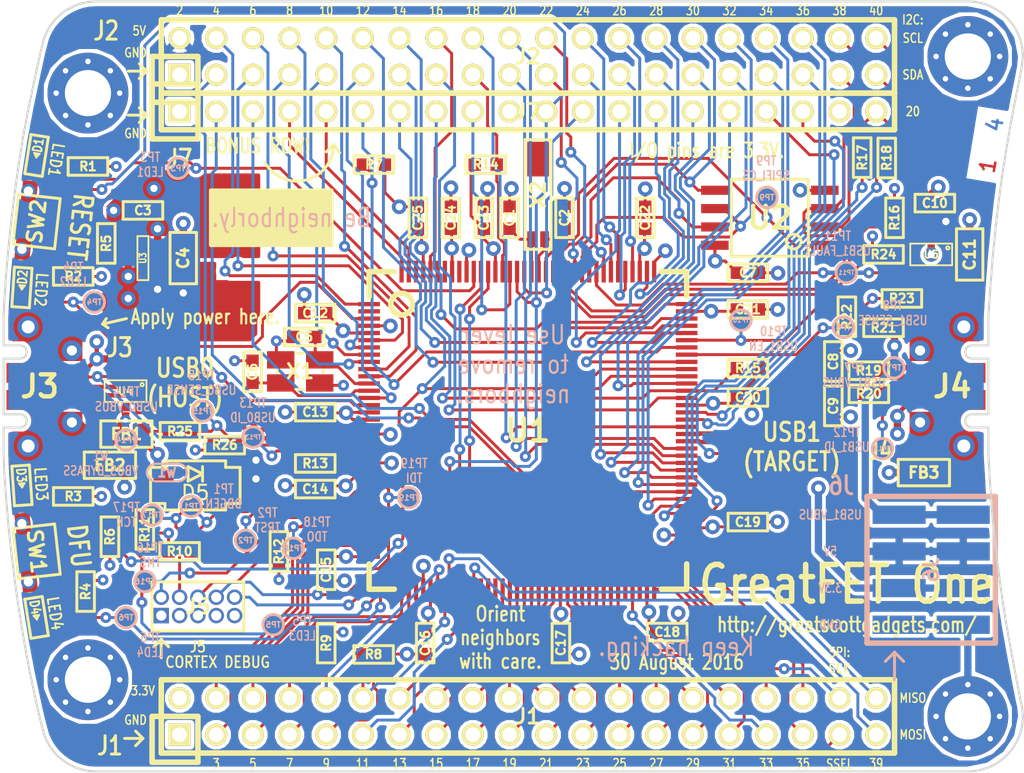
<source format=kicad_pcb>
(kicad_pcb (version 4) (host pcbnew "(2015-08-18 BZR 6102)-product")
  (layers (0 F.Cu signal) (1 C2.Cu power hide) (2 C3.Cu power hide) (31 B.Cu signal hide) (34 B.Paste user) (35 F.Paste user) (36 B.SilkS user) (37 F.SilkS user) (38 B.Mask user) (39 F.Mask user) (44 Edge.Cuts user))
  (net 0 "")
  (net 1 GND)
  (net 2 /RTCX1)
  (net 3 /RTCX2)
  (net 4 VCC)
  (net 5 "Net-(C5-Pad1)")
  (net 6 "Net-(C6-Pad1)")
  (net 7 /USB1_VBUS)
  (net 8 "Net-(D1-Pad2)")
  (net 9 /LED1)
  (net 10 "Net-(D2-Pad2)")
  (net 11 /LED2)
  (net 12 "Net-(D3-Pad2)")
  (net 13 /LED3)
  (net 14 "Net-(D4-Pad2)")
  (net 15 /LED4)
  (net 16 /P4_9)
  (net 17 /P0_0)
  (net 18 /P4_10)
  (net 19 /P0_1)
  (net 20 /P1_0)
  (net 21 /P5_0)
  (net 22 /P1_1)
  (net 23 /P5_1)
  (net 24 /CLK0)
  (net 25 /P1_2)
  (net 26 /P1_5)
  (net 27 /P5_2)
  (net 28 /P1_7)
  (net 29 /P1_6)
  (net 30 /P1_9)
  (net 31 /P1_8)
  (net 32 /P5_3)
  (net 33 /P1_10)
  (net 34 /P1_12)
  (net 35 /P1_11)
  (net 36 /P5_5)
  (net 37 /P5_4)
  (net 38 /P1_14)
  (net 39 /P1_13)
  (net 40 /P5_6)
  (net 41 /P1_15)
  (net 42 /P5_7)
  (net 43 /P1_16)
  (net 44 /P1_18)
  (net 45 /P1_17)
  (net 46 /P9_5)
  (net 47 /P9_6)
  (net 48 /P2_0)
  (net 49 /P6_0)
  (net 50 /P1_19)
  (net 51 /P1_20)
  (net 52 /P1_3)
  (net 53 /P1_4)
  (net 54 /P4_8)
  (net 55 /P4_7)
  (net 56 /P4_6)
  (net 57 /P4_5)
  (net 58 /P4_4)
  (net 59 /P4_2)
  (net 60 /P4_3)
  (net 61 /ADC0_0)
  (net 62 /P4_0)
  (net 63 /P7_7)
  (net 64 /WAKEUP0)
  (net 65 /P3_7)
  (net 66 /P3_6)
  (net 67 /P3_5)
  (net 68 /P3_4)
  (net 69 /P3_3)
  (net 70 /PF_4)
  (net 71 /P3_2)
  (net 72 /P7_2)
  (net 73 /P3_1)
  (net 74 /P7_1)
  (net 75 /P3_0)
  (net 76 /P7_0)
  (net 77 /CLK2)
  (net 78 /P2_8)
  (net 79 /P2_7)
  (net 80 /P2_6)
  (net 81 /P2_5)
  (net 82 /P2_4)
  (net 83 /P2_3)
  (net 84 /P6_8)
  (net 85 /P6_7)
  (net 86 /P2_2)
  (net 87 /P6_6)
  (net 88 /P2_1)
  (net 89 /P6_3)
  (net 90 /I2C0_SDA)
  (net 91 /I2C0_SCL)
  (net 92 /USB0_ID)
  (net 93 /USB1_ID)
  (net 94 "Net-(J4-Pad3)")
  (net 95 "Net-(J4-Pad2)")
  (net 96 /TMS)
  (net 97 /TCK)
  (net 98 /TDO)
  (net 99 "Net-(J5-Pad7)")
  (net 100 /TDI)
  (net 101 /RESET)
  (net 102 /VBAT)
  (net 103 /RTC_ALARM)
  (net 104 /ADC0_5)
  (net 105 /ADC0_2)
  (net 106 /P2_13)
  (net 107 /P2_12)
  (net 108 /P2_11)
  (net 109 /P2_10)
  (net 110 /P2_9)
  (net 111 /P6_10)
  (net 112 /P6_9)
  (net 113 /P6_5)
  (net 114 /P6_4)
  (net 115 /P6_2)
  (net 116 /P6_1)
  (net 117 "Net-(R13-Pad1)")
  (net 118 /USB1_EN)
  (net 119 /USB1_SENSE)
  (net 120 "Net-(R23-Pad2)")
  (net 121 /USB1_FAULT)
  (net 122 /SPIFI_CS)
  (net 123 /DBGEN)
  (net 124 /TRST)
  (net 125 "Net-(U1-Pad2)")
  (net 126 "Net-(U1-Pad136)")
  (net 127 "Net-(U1-Pad138)")
  (net 128 "Net-(U1-Pad139)")
  (net 129 "Net-(U1-Pad142)")
  (net 130 /USB1_D-)
  (net 131 /USB1_D+)
  (net 132 /USB0_D+)
  (net 133 /USB0_D-)
  (net 134 "Net-(U4-Pad4)")
  (net 135 /USB0_SHIELD)
  (net 136 /USB1_SHIELD)
  (net 137 +5V)
  (net 138 "Net-(D5-Pad2)")
  (net 139 /USB0_VBUS)
  (net 140 /USB0_SENSE)
  (module gsg-modules:SWITCH-PTS840-P (layer F.Cu) (at 108.204 86.36 263.6)
    (fp_text reference SW2 (at 0 0 263.6) (layer F.SilkS) (effects (font (size 1.00076 1.00076) (thickness 0.2032))))
    (fp_text value RESET hide)
    (pad 2 thru_hole circle (at -2.025 0.8 263.6) (size 1 1) (drill 0.65) (layers *.Cu *.Mask) (net 1 GND))
    (pad 2 thru_hole circle (at 2.025 0.8 263.6) (size 1 1) (drill 0.65) (layers *.Cu *.Mask) (net 1 GND))
    (pad 1 smd rect (at 1.925 -0.725 263.6) (size 1.65 1.05) (layers F.Cu F.Paste F.Mask) (net 101 /RESET))
    (pad 1 smd rect (at -1.925 -0.725 263.6) (size 1.65 1.05) (layers F.Cu F.Paste F.Mask) (net 101 /RESET))
    (pad 2 smd rect (at -1.925 0.725 263.6) (size 1.65 1.05) (layers F.Cu F.Paste F.Mask) (net 1 GND))
    (pad 2 smd rect (at 1.925 0.725 263.6) (size 1.65 1.05) (layers F.Cu F.Paste F.Mask) (net 1 GND))
    (pad 0 smd rect (at 0 -1.7 263.6) (size 1.1 0.5) (layers F.Cu F.Paste F.Mask))
  )
  (module gsg-modules:SOT457 (layer F.Cu) (at 114.366 98.114 180)
    (fp_text reference U4 (at 0 0 180) (layer F.SilkS) (effects (font (size 0.508 0.508) (thickness 0.127))))
    (fp_text value IP4220CZ6 hide)
    (pad 1 smd rect (at -0.95 1.2 180) (size 0.55 0.8) (layers F.Cu F.Paste F.Mask) (net 132 /USB0_D+))
    (pad 2 smd rect (at 0 1.2 180) (size 0.55 0.8) (layers F.Cu F.Paste F.Mask) (net 1 GND))
    (pad 3 smd rect (at 0.95 1.2 180) (size 0.55 0.8) (layers F.Cu F.Paste F.Mask) (net 92 /USB0_ID))
    (pad 4 smd rect (at 0.95 -1.2 180) (size 0.55 0.8) (layers F.Cu F.Paste F.Mask) (net 134 "Net-(U4-Pad4)"))
    (pad 5 smd rect (at 0 -1.2 180) (size 0.55 0.8) (layers F.Cu F.Paste F.Mask) (net 139 /USB0_VBUS))
    (pad 6 smd rect (at -0.95 -1.2 180) (size 0.55 0.8) (layers F.Cu F.Paste F.Mask) (net 133 /USB0_D-))
  )
  (module gsg-modules:50MIL-HEADER-2x5-TH (layer F.Cu) (at 119.38 113.03)
    (fp_text reference J5 (at 0 0) (layer F.SilkS) (effects (font (size 1.00076 1.00076) (thickness 0.2032))))
    (fp_text value JTAG hide)
    (pad 1 thru_hole rect (at -2.54 0.635) (size 1.0668 1.0668) (drill 0.7112) (layers *.Cu *.Mask) (net 4 VCC))
    (pad 2 thru_hole circle (at -2.54 -0.635) (size 1.0668 1.0668) (drill 0.7112) (layers *.Cu *.Mask) (net 96 /TMS))
    (pad 3 thru_hole circle (at -1.27 0.635) (size 1.0668 1.0668) (drill 0.7112) (layers *.Cu *.Mask) (net 1 GND))
    (pad 4 thru_hole circle (at -1.27 -0.635) (size 1.0668 1.0668) (drill 0.7112) (layers *.Cu *.Mask) (net 97 /TCK))
    (pad 5 thru_hole circle (at 0 0.635) (size 1.0668 1.0668) (drill 0.7112) (layers *.Cu *.Mask) (net 1 GND))
    (pad 6 thru_hole circle (at 0 -0.635) (size 1.0668 1.0668) (drill 0.7112) (layers *.Cu *.Mask) (net 98 /TDO))
    (pad 7 thru_hole circle (at 1.27 0.635) (size 1.0668 1.0668) (drill 0.7112) (layers *.Cu *.Mask) (net 99 "Net-(J5-Pad7)"))
    (pad 8 thru_hole circle (at 1.27 -0.635) (size 1.0668 1.0668) (drill 0.7112) (layers *.Cu *.Mask) (net 100 /TDI))
    (pad 9 thru_hole circle (at 2.54 0.635) (size 1.0668 1.0668) (drill 0.7112) (layers *.Cu *.Mask) (net 1 GND))
    (pad 10 thru_hole circle (at 2.54 -0.635) (size 1.0668 1.0668) (drill 0.7112) (layers *.Cu *.Mask) (net 101 /RESET))
  )
  (module gsg-modules:LQFP144 (layer F.Cu) (at 142.24 100.838)
    (fp_text reference U1 (at 0 0) (layer F.SilkS) (effects (font (thickness 0.3048))))
    (fp_text value LPC4330FBD144 hide)
    (pad 1 smd rect (at -11.00074 -8.7503) (size 1.50114 0.29464) (layers F.Cu F.Paste F.Mask) (net 62 /P4_0))
    (pad 2 smd rect (at -11.00074 -8.24992) (size 1.50114 0.29464) (layers F.Cu F.Paste F.Mask) (net 125 "Net-(U1-Pad2)"))
    (pad 3 smd rect (at -11.00074 -7.74954) (size 1.50114 0.29464) (layers F.Cu F.Paste F.Mask) (net 11 /LED2))
    (pad 4 smd rect (at -11.00074 -7.24916) (size 1.50114 0.29464) (layers F.Cu F.Paste F.Mask) (net 1 GND))
    (pad 5 smd rect (at -11.00074 -6.74878) (size 1.50114 0.29464) (layers F.Cu F.Paste F.Mask) (net 4 VCC))
    (pad 6 smd rect (at -11.00074 -6.25094) (size 1.50114 0.29464) (layers F.Cu F.Paste F.Mask) (net 61 /ADC0_0))
    (pad 7 smd rect (at -11.00074 -5.75056) (size 1.50114 0.29464) (layers F.Cu F.Paste F.Mask) (net 60 /P4_3))
    (pad 8 smd rect (at -11.00074 -5.25018) (size 1.50114 0.29464) (layers F.Cu F.Paste F.Mask) (net 59 /P4_2))
    (pad 9 smd rect (at -11.00074 -4.7498) (size 1.50114 0.29464) (layers F.Cu F.Paste F.Mask) (net 58 /P4_4))
    (pad 10 smd rect (at -11.00074 -4.24942) (size 1.50114 0.29464) (layers F.Cu F.Paste F.Mask) (net 57 /P4_5))
    (pad 11 smd rect (at -11.00074 -3.74904) (size 1.50114 0.29464) (layers F.Cu F.Paste F.Mask) (net 56 /P4_6))
    (pad 12 smd rect (at -11.00074 -3.2512) (size 1.50114 0.29464) (layers F.Cu F.Paste F.Mask) (net 5 "Net-(C5-Pad1)"))
    (pad 13 smd rect (at -11.00074 -2.75082) (size 1.50114 0.29464) (layers F.Cu F.Paste F.Mask) (net 6 "Net-(C6-Pad1)"))
    (pad 14 smd rect (at -11.00074 -2.25044) (size 1.50114 0.29464) (layers F.Cu F.Paste F.Mask) (net 55 /P4_7))
    (pad 15 smd rect (at -11.00074 -1.75006) (size 1.50114 0.29464) (layers F.Cu F.Paste F.Mask) (net 54 /P4_8))
    (pad 16 smd rect (at -11.00074 -1.24968) (size 1.50114 0.29464) (layers F.Cu F.Paste F.Mask) (net 4 VCC))
    (pad 17 smd rect (at -11.00074 -0.7493) (size 1.50114 0.29464) (layers F.Cu F.Paste F.Mask) (net 4 VCC))
    (pad 18 smd rect (at -11.00074 -0.24892) (size 1.50114 0.29464) (layers F.Cu F.Paste F.Mask) (net 132 /USB0_D+))
    (pad 19 smd rect (at -11.00074 0.24892) (size 1.50114 0.29464) (layers F.Cu F.Paste F.Mask) (net 1 GND))
    (pad 20 smd rect (at -11.00074 0.7493) (size 1.50114 0.29464) (layers F.Cu F.Paste F.Mask) (net 133 /USB0_D-))
    (pad 21 smd rect (at -11.00074 1.24968) (size 1.50114 0.29464) (layers F.Cu F.Paste F.Mask) (net 140 /USB0_SENSE))
    (pad 22 smd rect (at -11.00074 1.75006) (size 1.50114 0.29464) (layers F.Cu F.Paste F.Mask) (net 92 /USB0_ID))
    (pad 23 smd rect (at -11.00074 2.25044) (size 1.50114 0.29464) (layers F.Cu F.Paste F.Mask) (net 1 GND))
    (pad 24 smd rect (at -11.00074 2.75082) (size 1.50114 0.29464) (layers F.Cu F.Paste F.Mask) (net 117 "Net-(R13-Pad1)"))
    (pad 25 smd rect (at -11.00074 3.2512) (size 1.50114 0.29464) (layers F.Cu F.Paste F.Mask) (net 4 VCC))
    (pad 26 smd rect (at -11.00074 3.74904) (size 1.50114 0.29464) (layers F.Cu F.Paste F.Mask) (net 100 /TDI))
    (pad 27 smd rect (at -11.00074 4.24942) (size 1.50114 0.29464) (layers F.Cu F.Paste F.Mask) (net 97 /TCK))
    (pad 28 smd rect (at -11.00074 4.7498) (size 1.50114 0.29464) (layers F.Cu F.Paste F.Mask) (net 123 /DBGEN))
    (pad 29 smd rect (at -11.00074 5.25018) (size 1.50114 0.29464) (layers F.Cu F.Paste F.Mask) (net 124 /TRST))
    (pad 30 smd rect (at -11.00074 5.75056) (size 1.50114 0.29464) (layers F.Cu F.Paste F.Mask) (net 96 /TMS))
    (pad 31 smd rect (at -11.00074 6.25094) (size 1.50114 0.29464) (layers F.Cu F.Paste F.Mask) (net 98 /TDO))
    (pad 32 smd rect (at -11.00074 6.74878) (size 1.50114 0.29464) (layers F.Cu F.Paste F.Mask) (net 17 /P0_0))
    (pad 33 smd rect (at -11.00074 7.24916) (size 1.50114 0.29464) (layers F.Cu F.Paste F.Mask) (net 16 /P4_9))
    (pad 34 smd rect (at -11.00074 7.74954) (size 1.50114 0.29464) (layers F.Cu F.Paste F.Mask) (net 19 /P0_1))
    (pad 35 smd rect (at -11.00074 8.24992) (size 1.50114 0.29464) (layers F.Cu F.Paste F.Mask) (net 18 /P4_10))
    (pad 36 smd rect (at -11.00074 8.7503) (size 1.50114 0.29464) (layers F.Cu F.Paste F.Mask) (net 4 VCC))
    (pad 37 smd rect (at -8.7503 11.00074 90) (size 1.50114 0.29464) (layers F.Cu F.Paste F.Mask) (net 21 /P5_0))
    (pad 38 smd rect (at -8.24992 11.00074 90) (size 1.50114 0.29464) (layers F.Cu F.Paste F.Mask) (net 20 /P1_0))
    (pad 39 smd rect (at -7.74954 11.00074 90) (size 1.50114 0.29464) (layers F.Cu F.Paste F.Mask) (net 23 /P5_1))
    (pad 40 smd rect (at -7.24916 11.00074 90) (size 1.50114 0.29464) (layers F.Cu F.Paste F.Mask) (net 1 GND))
    (pad 41 smd rect (at -6.74878 11.00074 90) (size 1.50114 0.29464) (layers F.Cu F.Paste F.Mask) (net 4 VCC))
    (pad 42 smd rect (at -6.25094 11.00074 90) (size 1.50114 0.29464) (layers F.Cu F.Paste F.Mask) (net 22 /P1_1))
    (pad 43 smd rect (at -5.75056 11.00074 90) (size 1.50114 0.29464) (layers F.Cu F.Paste F.Mask) (net 25 /P1_2))
    (pad 44 smd rect (at -5.25018 11.00074 90) (size 1.50114 0.29464) (layers F.Cu F.Paste F.Mask) (net 52 /P1_3))
    (pad 45 smd rect (at -4.7498 11.00074 90) (size 1.50114 0.29464) (layers F.Cu F.Paste F.Mask) (net 24 /CLK0))
    (pad 46 smd rect (at -4.24942 11.00074 90) (size 1.50114 0.29464) (layers F.Cu F.Paste F.Mask) (net 27 /P5_2))
    (pad 47 smd rect (at -3.74904 11.00074 90) (size 1.50114 0.29464) (layers F.Cu F.Paste F.Mask) (net 53 /P1_4))
    (pad 48 smd rect (at -3.2512 11.00074 90) (size 1.50114 0.29464) (layers F.Cu F.Paste F.Mask) (net 26 /P1_5))
    (pad 49 smd rect (at -2.75082 11.00074 90) (size 1.50114 0.29464) (layers F.Cu F.Paste F.Mask) (net 29 /P1_6))
    (pad 50 smd rect (at -2.25044 11.00074 90) (size 1.50114 0.29464) (layers F.Cu F.Paste F.Mask) (net 28 /P1_7))
    (pad 51 smd rect (at -1.75006 11.00074 90) (size 1.50114 0.29464) (layers F.Cu F.Paste F.Mask) (net 31 /P1_8))
    (pad 52 smd rect (at -1.24968 11.00074 90) (size 1.50114 0.29464) (layers F.Cu F.Paste F.Mask) (net 30 /P1_9))
    (pad 53 smd rect (at -0.7493 11.00074 90) (size 1.50114 0.29464) (layers F.Cu F.Paste F.Mask) (net 33 /P1_10))
    (pad 54 smd rect (at -0.24892 11.00074 90) (size 1.50114 0.29464) (layers F.Cu F.Paste F.Mask) (net 32 /P5_3))
    (pad 55 smd rect (at 0.24892 11.00074 90) (size 1.50114 0.29464) (layers F.Cu F.Paste F.Mask) (net 35 /P1_11))
    (pad 56 smd rect (at 0.7493 11.00074 90) (size 1.50114 0.29464) (layers F.Cu F.Paste F.Mask) (net 34 /P1_12))
    (pad 57 smd rect (at 1.24968 11.00074 90) (size 1.50114 0.29464) (layers F.Cu F.Paste F.Mask) (net 37 /P5_4))
    (pad 58 smd rect (at 1.75006 11.00074 90) (size 1.50114 0.29464) (layers F.Cu F.Paste F.Mask) (net 36 /P5_5))
    (pad 59 smd rect (at 2.25044 11.00074 90) (size 1.50114 0.29464) (layers F.Cu F.Paste F.Mask) (net 4 VCC))
    (pad 60 smd rect (at 2.75082 11.00074 90) (size 1.50114 0.29464) (layers F.Cu F.Paste F.Mask) (net 39 /P1_13))
    (pad 61 smd rect (at 3.2512 11.00074 90) (size 1.50114 0.29464) (layers F.Cu F.Paste F.Mask) (net 38 /P1_14))
    (pad 62 smd rect (at 3.74904 11.00074 90) (size 1.50114 0.29464) (layers F.Cu F.Paste F.Mask) (net 41 /P1_15))
    (pad 63 smd rect (at 4.24942 11.00074 90) (size 1.50114 0.29464) (layers F.Cu F.Paste F.Mask) (net 40 /P5_6))
    (pad 64 smd rect (at 4.7498 11.00074 90) (size 1.50114 0.29464) (layers F.Cu F.Paste F.Mask) (net 43 /P1_16))
    (pad 65 smd rect (at 5.25018 11.00074 90) (size 1.50114 0.29464) (layers F.Cu F.Paste F.Mask) (net 42 /P5_7))
    (pad 66 smd rect (at 5.75056 11.00074 90) (size 1.50114 0.29464) (layers F.Cu F.Paste F.Mask) (net 45 /P1_17))
    (pad 67 smd rect (at 6.25094 11.00074 90) (size 1.50114 0.29464) (layers F.Cu F.Paste F.Mask) (net 44 /P1_18))
    (pad 68 smd rect (at 6.74878 11.00074 90) (size 1.50114 0.29464) (layers F.Cu F.Paste F.Mask) (net 50 /P1_19))
    (pad 69 smd rect (at 7.24916 11.00074 90) (size 1.50114 0.29464) (layers F.Cu F.Paste F.Mask) (net 46 /P9_5))
    (pad 70 smd rect (at 7.74954 11.00074 90) (size 1.50114 0.29464) (layers F.Cu F.Paste F.Mask) (net 51 /P1_20))
    (pad 71 smd rect (at 8.24992 11.00074 90) (size 1.50114 0.29464) (layers F.Cu F.Paste F.Mask) (net 4 VCC))
    (pad 72 smd rect (at 8.7503 11.00074 90) (size 1.50114 0.29464) (layers F.Cu F.Paste F.Mask) (net 47 /P9_6))
    (pad 73 smd rect (at 11.00074 8.7503) (size 1.50114 0.29464) (layers F.Cu F.Paste F.Mask) (net 49 /P6_0))
    (pad 74 smd rect (at 11.00074 8.24992) (size 1.50114 0.29464) (layers F.Cu F.Paste F.Mask) (net 116 /P6_1))
    (pad 75 smd rect (at 11.00074 7.74954) (size 1.50114 0.29464) (layers F.Cu F.Paste F.Mask) (net 48 /P2_0))
    (pad 76 smd rect (at 11.00074 7.24916) (size 1.50114 0.29464) (layers F.Cu F.Paste F.Mask) (net 1 GND))
    (pad 77 smd rect (at 11.00074 6.74878) (size 1.50114 0.29464) (layers F.Cu F.Paste F.Mask) (net 4 VCC))
    (pad 78 smd rect (at 11.00074 6.25094) (size 1.50114 0.29464) (layers F.Cu F.Paste F.Mask) (net 115 /P6_2))
    (pad 79 smd rect (at 11.00074 5.75056) (size 1.50114 0.29464) (layers F.Cu F.Paste F.Mask) (net 89 /P6_3))
    (pad 80 smd rect (at 11.00074 5.25018) (size 1.50114 0.29464) (layers F.Cu F.Paste F.Mask) (net 114 /P6_4))
    (pad 81 smd rect (at 11.00074 4.7498) (size 1.50114 0.29464) (layers F.Cu F.Paste F.Mask) (net 88 /P2_1))
    (pad 82 smd rect (at 11.00074 4.24942) (size 1.50114 0.29464) (layers F.Cu F.Paste F.Mask) (net 113 /P6_5))
    (pad 83 smd rect (at 11.00074 3.74904) (size 1.50114 0.29464) (layers F.Cu F.Paste F.Mask) (net 87 /P6_6))
    (pad 84 smd rect (at 11.00074 3.2512) (size 1.50114 0.29464) (layers F.Cu F.Paste F.Mask) (net 86 /P2_2))
    (pad 85 smd rect (at 11.00074 2.75082) (size 1.50114 0.29464) (layers F.Cu F.Paste F.Mask) (net 85 /P6_7))
    (pad 86 smd rect (at 11.00074 2.25044) (size 1.50114 0.29464) (layers F.Cu F.Paste F.Mask) (net 84 /P6_8))
    (pad 87 smd rect (at 11.00074 1.75006) (size 1.50114 0.29464) (layers F.Cu F.Paste F.Mask) (net 83 /P2_3))
    (pad 88 smd rect (at 11.00074 1.24968) (size 1.50114 0.29464) (layers F.Cu F.Paste F.Mask) (net 82 /P2_4))
    (pad 89 smd rect (at 11.00074 0.7493) (size 1.50114 0.29464) (layers F.Cu F.Paste F.Mask) (net 131 /USB1_D+))
    (pad 90 smd rect (at 11.00074 0.24892) (size 1.50114 0.29464) (layers F.Cu F.Paste F.Mask) (net 130 /USB1_D-))
    (pad 91 smd rect (at 11.00074 -0.24892) (size 1.50114 0.29464) (layers F.Cu F.Paste F.Mask) (net 81 /P2_5))
    (pad 92 smd rect (at 11.00074 -0.7493) (size 1.50114 0.29464) (layers F.Cu F.Paste F.Mask) (net 91 /I2C0_SCL))
    (pad 93 smd rect (at 11.00074 -1.24968) (size 1.50114 0.29464) (layers F.Cu F.Paste F.Mask) (net 90 /I2C0_SDA))
    (pad 94 smd rect (at 11.00074 -1.75006) (size 1.50114 0.29464) (layers F.Cu F.Paste F.Mask) (net 4 VCC))
    (pad 95 smd rect (at 11.00074 -2.25044) (size 1.50114 0.29464) (layers F.Cu F.Paste F.Mask) (net 80 /P2_6))
    (pad 96 smd rect (at 11.00074 -2.75082) (size 1.50114 0.29464) (layers F.Cu F.Paste F.Mask) (net 79 /P2_7))
    (pad 97 smd rect (at 11.00074 -3.2512) (size 1.50114 0.29464) (layers F.Cu F.Paste F.Mask) (net 112 /P6_9))
    (pad 98 smd rect (at 11.00074 -3.74904) (size 1.50114 0.29464) (layers F.Cu F.Paste F.Mask) (net 78 /P2_8))
    (pad 99 smd rect (at 11.00074 -4.24942) (size 1.50114 0.29464) (layers F.Cu F.Paste F.Mask) (net 77 /CLK2))
    (pad 100 smd rect (at 11.00074 -4.7498) (size 1.50114 0.29464) (layers F.Cu F.Paste F.Mask) (net 111 /P6_10))
    (pad 101 smd rect (at 11.00074 -5.25018) (size 1.50114 0.29464) (layers F.Cu F.Paste F.Mask) (net 119 /USB1_SENSE))
    (pad 102 smd rect (at 11.00074 -5.75056) (size 1.50114 0.29464) (layers F.Cu F.Paste F.Mask) (net 110 /P2_9))
    (pad 103 smd rect (at 11.00074 -6.25094) (size 1.50114 0.29464) (layers F.Cu F.Paste F.Mask) (net 118 /USB1_EN))
    (pad 104 smd rect (at 11.00074 -6.74878) (size 1.50114 0.29464) (layers F.Cu F.Paste F.Mask) (net 109 /P2_10))
    (pad 105 smd rect (at 11.00074 -7.24916) (size 1.50114 0.29464) (layers F.Cu F.Paste F.Mask) (net 108 /P2_11))
    (pad 106 smd rect (at 11.00074 -7.74954) (size 1.50114 0.29464) (layers F.Cu F.Paste F.Mask) (net 107 /P2_12))
    (pad 107 smd rect (at 11.00074 -8.24992) (size 1.50114 0.29464) (layers F.Cu F.Paste F.Mask) (net 4 VCC))
    (pad 108 smd rect (at 11.00074 -8.7503) (size 1.50114 0.29464) (layers F.Cu F.Paste F.Mask) (net 106 /P2_13))
    (pad 109 smd rect (at 8.7503 -11.00074 90) (size 1.50114 0.29464) (layers F.Cu F.Paste F.Mask) (net 1 GND))
    (pad 110 smd rect (at 8.24992 -11.00074 90) (size 1.50114 0.29464) (layers F.Cu F.Paste F.Mask) (net 76 /P7_0))
    (pad 111 smd rect (at 7.74954 -11.00074 90) (size 1.50114 0.29464) (layers F.Cu F.Paste F.Mask) (net 4 VCC))
    (pad 112 smd rect (at 7.24916 -11.00074 90) (size 1.50114 0.29464) (layers F.Cu F.Paste F.Mask) (net 75 /P3_0))
    (pad 113 smd rect (at 6.74878 -11.00074 90) (size 1.50114 0.29464) (layers F.Cu F.Paste F.Mask) (net 74 /P7_1))
    (pad 114 smd rect (at 6.25094 -11.00074 90) (size 1.50114 0.29464) (layers F.Cu F.Paste F.Mask) (net 73 /P3_1))
    (pad 115 smd rect (at 5.75056 -11.00074 90) (size 1.50114 0.29464) (layers F.Cu F.Paste F.Mask) (net 72 /P7_2))
    (pad 116 smd rect (at 5.25018 -11.00074 90) (size 1.50114 0.29464) (layers F.Cu F.Paste F.Mask) (net 71 /P3_2))
    (pad 117 smd rect (at 4.7498 -11.00074 90) (size 1.50114 0.29464) (layers F.Cu F.Paste F.Mask) (net 121 /USB1_FAULT))
    (pad 118 smd rect (at 4.24942 -11.00074 90) (size 1.50114 0.29464) (layers F.Cu F.Paste F.Mask) (net 69 /P3_3))
    (pad 119 smd rect (at 3.74904 -11.00074 90) (size 1.50114 0.29464) (layers F.Cu F.Paste F.Mask) (net 68 /P3_4))
    (pad 120 smd rect (at 3.2512 -11.00074 90) (size 1.50114 0.29464) (layers F.Cu F.Paste F.Mask) (net 70 /PF_4))
    (pad 121 smd rect (at 2.75082 -11.00074 90) (size 1.50114 0.29464) (layers F.Cu F.Paste F.Mask) (net 67 /P3_5))
    (pad 122 smd rect (at 2.25044 -11.00074 90) (size 1.50114 0.29464) (layers F.Cu F.Paste F.Mask) (net 66 /P3_6))
    (pad 123 smd rect (at 1.75006 -11.00074 90) (size 1.50114 0.29464) (layers F.Cu F.Paste F.Mask) (net 65 /P3_7))
    (pad 124 smd rect (at 1.24968 -11.00074 90) (size 1.50114 0.29464) (layers F.Cu F.Paste F.Mask) (net 122 /SPIFI_CS))
    (pad 125 smd rect (at 0.7493 -11.00074 90) (size 1.50114 0.29464) (layers F.Cu F.Paste F.Mask) (net 2 /RTCX1))
    (pad 126 smd rect (at 0.24892 -11.00074 90) (size 1.50114 0.29464) (layers F.Cu F.Paste F.Mask) (net 3 /RTCX2))
    (pad 127 smd rect (at -0.24892 -11.00074 90) (size 1.50114 0.29464) (layers F.Cu F.Paste F.Mask) (net 102 /VBAT))
    (pad 128 smd rect (at -0.7493 -11.00074 90) (size 1.50114 0.29464) (layers F.Cu F.Paste F.Mask) (net 101 /RESET))
    (pad 129 smd rect (at -1.24968 -11.00074 90) (size 1.50114 0.29464) (layers F.Cu F.Paste F.Mask) (net 103 /RTC_ALARM))
    (pad 130 smd rect (at -1.75006 -11.00074 90) (size 1.50114 0.29464) (layers F.Cu F.Paste F.Mask) (net 64 /WAKEUP0))
    (pad 131 smd rect (at -2.25044 -11.00074 90) (size 1.50114 0.29464) (layers F.Cu F.Paste F.Mask) (net 4 VCC))
    (pad 132 smd rect (at -2.75082 -11.00074 90) (size 1.50114 0.29464) (layers F.Cu F.Paste F.Mask) (net 15 /LED4))
    (pad 133 smd rect (at -3.2512 -11.00074 90) (size 1.50114 0.29464) (layers F.Cu F.Paste F.Mask) (net 13 /LED3))
    (pad 134 smd rect (at -3.74904 -11.00074 90) (size 1.50114 0.29464) (layers F.Cu F.Paste F.Mask) (net 9 /LED1))
    (pad 135 smd rect (at -4.24942 -11.00074 90) (size 1.50114 0.29464) (layers F.Cu F.Paste F.Mask) (net 1 GND))
    (pad 136 smd rect (at -4.7498 -11.00074 90) (size 1.50114 0.29464) (layers F.Cu F.Paste F.Mask) (net 126 "Net-(U1-Pad136)"))
    (pad 137 smd rect (at -5.25018 -11.00074 90) (size 1.50114 0.29464) (layers F.Cu F.Paste F.Mask) (net 4 VCC))
    (pad 138 smd rect (at -5.75056 -11.00074 90) (size 1.50114 0.29464) (layers F.Cu F.Paste F.Mask) (net 127 "Net-(U1-Pad138)"))
    (pad 139 smd rect (at -6.25094 -11.00074 90) (size 1.50114 0.29464) (layers F.Cu F.Paste F.Mask) (net 128 "Net-(U1-Pad139)"))
    (pad 140 smd rect (at -6.74878 -11.00074 90) (size 1.50114 0.29464) (layers F.Cu F.Paste F.Mask) (net 63 /P7_7))
    (pad 141 smd rect (at -7.24916 -11.00074 90) (size 1.50114 0.29464) (layers F.Cu F.Paste F.Mask) (net 4 VCC))
    (pad 142 smd rect (at -7.74954 -11.00074 90) (size 1.50114 0.29464) (layers F.Cu F.Paste F.Mask) (net 129 "Net-(U1-Pad142)"))
    (pad 143 smd rect (at -8.24992 -11.00074 90) (size 1.50114 0.29464) (layers F.Cu F.Paste F.Mask) (net 105 /ADC0_2))
    (pad 144 smd rect (at -8.7503 -11.00074 90) (size 1.50114 0.29464) (layers F.Cu F.Paste F.Mask) (net 104 /ADC0_5))
  )
  (module gsg-modules:HEADER-1x20 (layer F.Cu) (at 142.24 78.74)
    (fp_text reference J7 (at 0 0) (layer F.SilkS) (effects (font (size 1.016 1.016) (thickness 0.2032))))
    (fp_text value BONUS_ROW hide)
    (pad 1 thru_hole rect (at -24.13 0) (size 1.524 1.524) (drill 1.016) (layers *.Cu *.Mask F.SilkS) (net 1 GND))
    (pad 2 thru_hole circle (at -21.59 0) (size 1.524 1.524) (drill 1.016) (layers *.Cu *.Mask F.SilkS) (net 114 /P6_4))
    (pad 3 thru_hole circle (at -19.05 0) (size 1.524 1.524) (drill 1.016) (layers *.Cu *.Mask F.SilkS) (net 113 /P6_5))
    (pad 4 thru_hole circle (at -16.51 0) (size 1.524 1.524) (drill 1.016) (layers *.Cu *.Mask F.SilkS) (net 104 /ADC0_5))
    (pad 5 thru_hole circle (at -13.97 0) (size 1.524 1.524) (drill 1.016) (layers *.Cu *.Mask F.SilkS) (net 105 /ADC0_2))
    (pad 6 thru_hole circle (at -11.43 0) (size 1.524 1.524) (drill 1.016) (layers *.Cu *.Mask F.SilkS) (net 110 /P2_9))
    (pad 7 thru_hole circle (at -8.89 0) (size 1.524 1.524) (drill 1.016) (layers *.Cu *.Mask F.SilkS) (net 107 /P2_12))
    (pad 8 thru_hole circle (at -6.35 0) (size 1.524 1.524) (drill 1.016) (layers *.Cu *.Mask F.SilkS) (net 106 /P2_13))
    (pad 9 thru_hole circle (at -3.81 0) (size 1.524 1.524) (drill 1.016) (layers *.Cu *.Mask F.SilkS) (net 103 /RTC_ALARM))
    (pad 10 thru_hole circle (at -1.27 0) (size 1.524 1.524) (drill 1.016) (layers *.Cu *.Mask F.SilkS) (net 1 GND))
    (pad 11 thru_hole circle (at 1.27 0) (size 1.524 1.524) (drill 1.016) (layers *.Cu *.Mask F.SilkS) (net 101 /RESET))
    (pad 12 thru_hole circle (at 3.81 0) (size 1.524 1.524) (drill 1.016) (layers *.Cu *.Mask F.SilkS) (net 102 /VBAT))
    (pad 13 thru_hole circle (at 6.35 0) (size 1.524 1.524) (drill 1.016) (layers *.Cu *.Mask F.SilkS) (net 108 /P2_11))
    (pad 14 thru_hole circle (at 8.89 0) (size 1.524 1.524) (drill 1.016) (layers *.Cu *.Mask F.SilkS) (net 109 /P2_10))
    (pad 15 thru_hole circle (at 11.43 0) (size 1.524 1.524) (drill 1.016) (layers *.Cu *.Mask F.SilkS) (net 111 /P6_10))
    (pad 16 thru_hole circle (at 13.97 0) (size 1.524 1.524) (drill 1.016) (layers *.Cu *.Mask F.SilkS) (net 112 /P6_9))
    (pad 17 thru_hole circle (at 16.51 0) (size 1.524 1.524) (drill 1.016) (layers *.Cu *.Mask F.SilkS) (net 115 /P6_2))
    (pad 18 thru_hole circle (at 19.05 0) (size 1.524 1.524) (drill 1.016) (layers *.Cu *.Mask F.SilkS) (net 116 /P6_1))
    (pad 19 thru_hole circle (at 21.59 0) (size 1.524 1.524) (drill 1.016) (layers *.Cu *.Mask F.SilkS) (net 1 GND))
    (pad 20 thru_hole circle (at 24.13 0) (size 1.524 1.524) (drill 1.016) (layers *.Cu *.Mask F.SilkS) (net 4 VCC))
  )
  (module gsg-modules:SOT457 (layer F.Cu) (at 170.18 88.646 180)
    (fp_text reference U5 (at 0 0 180) (layer F.SilkS) (effects (font (size 0.508 0.508) (thickness 0.127))))
    (fp_text value AP2553W6-7 hide)
    (pad 1 smd rect (at -0.95 1.2 180) (size 0.55 0.8) (layers F.Cu F.Paste F.Mask) (net 137 +5V))
    (pad 2 smd rect (at 0 1.2 180) (size 0.55 0.8) (layers F.Cu F.Paste F.Mask) (net 1 GND))
    (pad 3 smd rect (at 0.95 1.2 180) (size 0.55 0.8) (layers F.Cu F.Paste F.Mask) (net 118 /USB1_EN))
    (pad 4 smd rect (at 0.95 -1.2 180) (size 0.55 0.8) (layers F.Cu F.Paste F.Mask) (net 121 /USB1_FAULT))
    (pad 5 smd rect (at 0 -1.2 180) (size 0.55 0.8) (layers F.Cu F.Paste F.Mask) (net 120 "Net-(R23-Pad2)"))
    (pad 6 smd rect (at -0.95 -1.2 180) (size 0.55 0.8) (layers F.Cu F.Paste F.Mask) (net 7 /USB1_VBUS))
  )
  (module gsg-modules:0603 (layer F.Cu) (at 140.97 86.106 90)
    (fp_text reference C1 (at 0 0 90) (layer F.SilkS) (effects (font (size 0.6096 0.6096) (thickness 0.1524))))
    (fp_text value 18pF hide)
    (pad 2 smd rect (at 0.762 0 90) (size 0.8636 0.8636) (layers F.Cu F.Paste F.Mask) (net 1 GND) (clearance 0.1778))
    (pad 1 smd rect (at -0.762 0 90) (size 0.8636 0.8636) (layers F.Cu F.Paste F.Mask) (net 3 /RTCX2) (clearance 0.1778))
  )
  (module gsg-modules:0603 (layer F.Cu) (at 144.78 86.106 90)
    (fp_text reference C2 (at 0 0 90) (layer F.SilkS) (effects (font (size 0.6096 0.6096) (thickness 0.1524))))
    (fp_text value 18pF hide)
    (pad 2 smd rect (at 0.762 0 90) (size 0.8636 0.8636) (layers F.Cu F.Paste F.Mask) (net 1 GND) (clearance 0.1778))
    (pad 1 smd rect (at -0.762 0 90) (size 0.8636 0.8636) (layers F.Cu F.Paste F.Mask) (net 2 /RTCX1) (clearance 0.1778))
  )
  (module gsg-modules:0603 (layer F.Cu) (at 115.57 85.598 180)
    (fp_text reference C3 (at 0 0 180) (layer F.SilkS) (effects (font (size 0.6096 0.6096) (thickness 0.1524))))
    (fp_text value 1uF hide)
    (pad 2 smd rect (at 0.762 0 180) (size 0.8636 0.8636) (layers F.Cu F.Paste F.Mask) (net 1 GND) (clearance 0.1778))
    (pad 1 smd rect (at -0.762 0 180) (size 0.8636 0.8636) (layers F.Cu F.Paste F.Mask) (net 4 VCC) (clearance 0.1778))
  )
  (module gsg-modules:0603 (layer F.Cu) (at 126.746 94.361 180)
    (fp_text reference C5 (at 0 0 180) (layer F.SilkS) (effects (font (size 0.6096 0.6096) (thickness 0.1524))))
    (fp_text value 18pF hide)
    (pad 2 smd rect (at 0.762 0 180) (size 0.8636 0.8636) (layers F.Cu F.Paste F.Mask) (net 1 GND) (clearance 0.1778))
    (pad 1 smd rect (at -0.762 0 180) (size 0.8636 0.8636) (layers F.Cu F.Paste F.Mask) (net 5 "Net-(C5-Pad1)") (clearance 0.1778))
  )
  (module gsg-modules:0603 (layer F.Cu) (at 123.1646 96.774 90)
    (fp_text reference C6 (at 0 0 90) (layer F.SilkS) (effects (font (size 0.6096 0.6096) (thickness 0.1524))))
    (fp_text value 18pF hide)
    (pad 2 smd rect (at 0.762 0 90) (size 0.8636 0.8636) (layers F.Cu F.Paste F.Mask) (net 1 GND) (clearance 0.1778))
    (pad 1 smd rect (at -0.762 0 90) (size 0.8636 0.8636) (layers F.Cu F.Paste F.Mask) (net 6 "Net-(C6-Pad1)") (clearance 0.1778))
  )
  (module gsg-modules:0603 (layer F.Cu) (at 157.48 89.916)
    (fp_text reference C7 (at 0 0) (layer F.SilkS) (effects (font (size 0.6096 0.6096) (thickness 0.1524))))
    (fp_text value 100nF hide)
    (pad 2 smd rect (at 0.762 0) (size 0.8636 0.8636) (layers F.Cu F.Paste F.Mask) (net 1 GND) (clearance 0.1778))
    (pad 1 smd rect (at -0.762 0) (size 0.8636 0.8636) (layers F.Cu F.Paste F.Mask) (net 4 VCC) (clearance 0.1778))
  )
  (module gsg-modules:0603 (layer F.Cu) (at 163.4 96.062 90)
    (fp_text reference C8 (at 0 0 90) (layer F.SilkS) (effects (font (size 0.6096 0.6096) (thickness 0.1524))))
    (fp_text value 18pF hide)
    (pad 2 smd rect (at 0.762 0 90) (size 0.8636 0.8636) (layers F.Cu F.Paste F.Mask) (net 1 GND) (clearance 0.1778))
    (pad 1 smd rect (at -0.762 0 90) (size 0.8636 0.8636) (layers F.Cu F.Paste F.Mask) (net 130 /USB1_D-) (clearance 0.1778))
  )
  (module gsg-modules:0603 (layer F.Cu) (at 163.4 99.138 270)
    (fp_text reference C9 (at 0 0 270) (layer F.SilkS) (effects (font (size 0.6096 0.6096) (thickness 0.1524))))
    (fp_text value 18pF hide)
    (pad 2 smd rect (at 0.762 0 270) (size 0.8636 0.8636) (layers F.Cu F.Paste F.Mask) (net 1 GND) (clearance 0.1778))
    (pad 1 smd rect (at -0.762 0 270) (size 0.8636 0.8636) (layers F.Cu F.Paste F.Mask) (net 131 /USB1_D+) (clearance 0.1778))
  )
  (module gsg-modules:0603 (layer F.Cu) (at 170.434 85.09 180)
    (fp_text reference C10 (at 0 0 180) (layer F.SilkS) (effects (font (size 0.6096 0.6096) (thickness 0.1524))))
    (fp_text value 1uF hide)
    (pad 2 smd rect (at 0.762 0 180) (size 0.8636 0.8636) (layers F.Cu F.Paste F.Mask) (net 1 GND) (clearance 0.1778))
    (pad 1 smd rect (at -0.762 0 180) (size 0.8636 0.8636) (layers F.Cu F.Paste F.Mask) (net 137 +5V) (clearance 0.1778))
  )
  (module gsg-modules:0603 (layer F.Cu) (at 127.508 92.71 180)
    (fp_text reference C12 (at 0 0 180) (layer F.SilkS) (effects (font (size 0.6096 0.6096) (thickness 0.1524))))
    (fp_text value 100nF hide)
    (pad 2 smd rect (at 0.762 0 180) (size 0.8636 0.8636) (layers F.Cu F.Paste F.Mask) (net 1 GND) (clearance 0.1778))
    (pad 1 smd rect (at -0.762 0 180) (size 0.8636 0.8636) (layers F.Cu F.Paste F.Mask) (net 4 VCC) (clearance 0.1778))
  )
  (module gsg-modules:0603 (layer F.Cu) (at 127.508 99.568 180)
    (fp_text reference C13 (at 0 0 180) (layer F.SilkS) (effects (font (size 0.6096 0.6096) (thickness 0.1524))))
    (fp_text value 100nF hide)
    (pad 2 smd rect (at 0.762 0 180) (size 0.8636 0.8636) (layers F.Cu F.Paste F.Mask) (net 1 GND) (clearance 0.1778))
    (pad 1 smd rect (at -0.762 0 180) (size 0.8636 0.8636) (layers F.Cu F.Paste F.Mask) (net 4 VCC) (clearance 0.1778))
  )
  (module gsg-modules:0603 (layer F.Cu) (at 127.508 104.9 180)
    (fp_text reference C14 (at 0 0 180) (layer F.SilkS) (effects (font (size 0.6096 0.6096) (thickness 0.1524))))
    (fp_text value 100nF hide)
    (pad 2 smd rect (at 0.762 0 180) (size 0.8636 0.8636) (layers F.Cu F.Paste F.Mask) (net 1 GND) (clearance 0.1778))
    (pad 1 smd rect (at -0.762 0 180) (size 0.8636 0.8636) (layers F.Cu F.Paste F.Mask) (net 4 VCC) (clearance 0.1778))
  )
  (module gsg-modules:0603 (layer F.Cu) (at 128.27 110.49 270)
    (fp_text reference C15 (at 0 0 270) (layer F.SilkS) (effects (font (size 0.6096 0.6096) (thickness 0.1524))))
    (fp_text value 100nF hide)
    (pad 2 smd rect (at 0.762 0 270) (size 0.8636 0.8636) (layers F.Cu F.Paste F.Mask) (net 1 GND) (clearance 0.1778))
    (pad 1 smd rect (at -0.762 0 270) (size 0.8636 0.8636) (layers F.Cu F.Paste F.Mask) (net 4 VCC) (clearance 0.1778))
  )
  (module gsg-modules:0603 (layer F.Cu) (at 135.128 115.57 270)
    (fp_text reference C16 (at 0 0 270) (layer F.SilkS) (effects (font (size 0.6096 0.6096) (thickness 0.1524))))
    (fp_text value 100nF hide)
    (pad 2 smd rect (at 0.762 0 270) (size 0.8636 0.8636) (layers F.Cu F.Paste F.Mask) (net 1 GND) (clearance 0.1778))
    (pad 1 smd rect (at -0.762 0 270) (size 0.8636 0.8636) (layers F.Cu F.Paste F.Mask) (net 4 VCC) (clearance 0.1778))
  )
  (module gsg-modules:0603 (layer F.Cu) (at 144.526 115.57 270)
    (fp_text reference C17 (at 0 0 270) (layer F.SilkS) (effects (font (size 0.6096 0.6096) (thickness 0.1524))))
    (fp_text value 100nF hide)
    (pad 2 smd rect (at 0.762 0 270) (size 0.8636 0.8636) (layers F.Cu F.Paste F.Mask) (net 1 GND) (clearance 0.1778))
    (pad 1 smd rect (at -0.762 0 270) (size 0.8636 0.8636) (layers F.Cu F.Paste F.Mask) (net 4 VCC) (clearance 0.1778))
  )
  (module gsg-modules:0603 (layer F.Cu) (at 151.892 114.808)
    (fp_text reference C18 (at 0 0) (layer F.SilkS) (effects (font (size 0.6096 0.6096) (thickness 0.1524))))
    (fp_text value 100nF hide)
    (pad 2 smd rect (at 0.762 0) (size 0.8636 0.8636) (layers F.Cu F.Paste F.Mask) (net 1 GND) (clearance 0.1778))
    (pad 1 smd rect (at -0.762 0) (size 0.8636 0.8636) (layers F.Cu F.Paste F.Mask) (net 4 VCC) (clearance 0.1778))
  )
  (module gsg-modules:0603 (layer F.Cu) (at 157.48 107.188)
    (fp_text reference C19 (at 0 0) (layer F.SilkS) (effects (font (size 0.6096 0.6096) (thickness 0.1524))))
    (fp_text value 100nF hide)
    (pad 2 smd rect (at 0.762 0) (size 0.8636 0.8636) (layers F.Cu F.Paste F.Mask) (net 1 GND) (clearance 0.1778))
    (pad 1 smd rect (at -0.762 0) (size 0.8636 0.8636) (layers F.Cu F.Paste F.Mask) (net 4 VCC) (clearance 0.1778))
  )
  (module gsg-modules:0603 (layer F.Cu) (at 157.48 98.552)
    (fp_text reference C20 (at 0 0) (layer F.SilkS) (effects (font (size 0.6096 0.6096) (thickness 0.1524))))
    (fp_text value 100nF hide)
    (pad 2 smd rect (at 0.762 0) (size 0.8636 0.8636) (layers F.Cu F.Paste F.Mask) (net 1 GND) (clearance 0.1778))
    (pad 1 smd rect (at -0.762 0) (size 0.8636 0.8636) (layers F.Cu F.Paste F.Mask) (net 4 VCC) (clearance 0.1778))
  )
  (module gsg-modules:0603 (layer F.Cu) (at 157.48 92.456)
    (fp_text reference C21 (at 0 0) (layer F.SilkS) (effects (font (size 0.6096 0.6096) (thickness 0.1524))))
    (fp_text value 100nF hide)
    (pad 2 smd rect (at 0.762 0) (size 0.8636 0.8636) (layers F.Cu F.Paste F.Mask) (net 1 GND) (clearance 0.1778))
    (pad 1 smd rect (at -0.762 0) (size 0.8636 0.8636) (layers F.Cu F.Paste F.Mask) (net 4 VCC) (clearance 0.1778))
  )
  (module gsg-modules:0603 (layer F.Cu) (at 150.368 86.106 90)
    (fp_text reference C22 (at 0 0 90) (layer F.SilkS) (effects (font (size 0.6096 0.6096) (thickness 0.1524))))
    (fp_text value 100nF hide)
    (pad 2 smd rect (at 0.762 0 90) (size 0.8636 0.8636) (layers F.Cu F.Paste F.Mask) (net 1 GND) (clearance 0.1778))
    (pad 1 smd rect (at -0.762 0 90) (size 0.8636 0.8636) (layers F.Cu F.Paste F.Mask) (net 4 VCC) (clearance 0.1778))
  )
  (module gsg-modules:0603 (layer F.Cu) (at 139.192 86.106 90)
    (fp_text reference C23 (at 0 0 90) (layer F.SilkS) (effects (font (size 0.6096 0.6096) (thickness 0.1524))))
    (fp_text value 100nF hide)
    (pad 2 smd rect (at 0.762 0 90) (size 0.8636 0.8636) (layers F.Cu F.Paste F.Mask) (net 1 GND) (clearance 0.1778))
    (pad 1 smd rect (at -0.762 0 90) (size 0.8636 0.8636) (layers F.Cu F.Paste F.Mask) (net 4 VCC) (clearance 0.1778))
  )
  (module gsg-modules:0603 (layer F.Cu) (at 136.906 86.106 90)
    (fp_text reference C24 (at 0 0 90) (layer F.SilkS) (effects (font (size 0.6096 0.6096) (thickness 0.1524))))
    (fp_text value 100nF hide)
    (pad 2 smd rect (at 0.762 0 90) (size 0.8636 0.8636) (layers F.Cu F.Paste F.Mask) (net 1 GND) (clearance 0.1778))
    (pad 1 smd rect (at -0.762 0 90) (size 0.8636 0.8636) (layers F.Cu F.Paste F.Mask) (net 4 VCC) (clearance 0.1778))
  )
  (module gsg-modules:0603 (layer F.Cu) (at 134.62 86.106 90)
    (fp_text reference C25 (at 0 0 90) (layer F.SilkS) (effects (font (size 0.6096 0.6096) (thickness 0.1524))))
    (fp_text value 100nF hide)
    (pad 2 smd rect (at 0.762 0 90) (size 0.8636 0.8636) (layers F.Cu F.Paste F.Mask) (net 1 GND) (clearance 0.1778))
    (pad 1 smd rect (at -0.762 0 90) (size 0.8636 0.8636) (layers F.Cu F.Paste F.Mask) (net 4 VCC) (clearance 0.1778))
  )
  (module gsg-modules:HEADER-2x20 (layer F.Cu) (at 142.24 120.65)
    (fp_text reference J1 (at 0 0) (layer F.SilkS) (effects (font (size 1.016 1.016) (thickness 0.2032))))
    (fp_text value NEIGHBOR1 hide)
    (pad 1 thru_hole rect (at -24.13 1.27) (size 1.524 1.524) (drill 1.016) (layers *.Cu *.Mask F.SilkS) (net 1 GND))
    (pad 2 thru_hole circle (at -24.13 -1.27) (size 1.524 1.524) (drill 1.016) (layers *.Cu *.Mask F.SilkS) (net 4 VCC))
    (pad 3 thru_hole circle (at -21.59 1.27) (size 1.524 1.524) (drill 1.016) (layers *.Cu *.Mask F.SilkS) (net 16 /P4_9))
    (pad 4 thru_hole circle (at -21.59 -1.27) (size 1.524 1.524) (drill 1.016) (layers *.Cu *.Mask F.SilkS) (net 17 /P0_0))
    (pad 5 thru_hole circle (at -19.05 1.27) (size 1.524 1.524) (drill 1.016) (layers *.Cu *.Mask F.SilkS) (net 18 /P4_10))
    (pad 6 thru_hole circle (at -19.05 -1.27) (size 1.524 1.524) (drill 1.016) (layers *.Cu *.Mask F.SilkS) (net 19 /P0_1))
    (pad 7 thru_hole circle (at -16.51 1.27) (size 1.524 1.524) (drill 1.016) (layers *.Cu *.Mask F.SilkS) (net 20 /P1_0))
    (pad 8 thru_hole circle (at -16.51 -1.27) (size 1.524 1.524) (drill 1.016) (layers *.Cu *.Mask F.SilkS) (net 21 /P5_0))
    (pad 9 thru_hole circle (at -13.97 1.27) (size 1.524 1.524) (drill 1.016) (layers *.Cu *.Mask F.SilkS) (net 23 /P5_1))
    (pad 10 thru_hole circle (at -13.97 -1.27) (size 1.524 1.524) (drill 1.016) (layers *.Cu *.Mask F.SilkS) (net 22 /P1_1))
    (pad 11 thru_hole circle (at -11.43 1.27) (size 1.524 1.524) (drill 1.016) (layers *.Cu *.Mask F.SilkS) (net 24 /CLK0))
    (pad 12 thru_hole circle (at -11.43 -1.27) (size 1.524 1.524) (drill 1.016) (layers *.Cu *.Mask F.SilkS) (net 25 /P1_2))
    (pad 13 thru_hole circle (at -8.89 1.27) (size 1.524 1.524) (drill 1.016) (layers *.Cu *.Mask F.SilkS) (net 26 /P1_5))
    (pad 14 thru_hole circle (at -8.89 -1.27) (size 1.524 1.524) (drill 1.016) (layers *.Cu *.Mask F.SilkS) (net 27 /P5_2))
    (pad 15 thru_hole circle (at -6.35 1.27) (size 1.524 1.524) (drill 1.016) (layers *.Cu *.Mask F.SilkS) (net 28 /P1_7))
    (pad 16 thru_hole circle (at -6.35 -1.27) (size 1.524 1.524) (drill 1.016) (layers *.Cu *.Mask F.SilkS) (net 29 /P1_6))
    (pad 17 thru_hole circle (at -3.81 1.27) (size 1.524 1.524) (drill 1.016) (layers *.Cu *.Mask F.SilkS) (net 30 /P1_9))
    (pad 18 thru_hole circle (at -3.81 -1.27) (size 1.524 1.524) (drill 1.016) (layers *.Cu *.Mask F.SilkS) (net 31 /P1_8))
    (pad 19 thru_hole circle (at -1.27 1.27) (size 1.524 1.524) (drill 1.016) (layers *.Cu *.Mask F.SilkS) (net 32 /P5_3))
    (pad 20 thru_hole circle (at -1.27 -1.27) (size 1.524 1.524) (drill 1.016) (layers *.Cu *.Mask F.SilkS) (net 33 /P1_10))
    (pad 21 thru_hole circle (at 1.27 1.27) (size 1.524 1.524) (drill 1.016) (layers *.Cu *.Mask F.SilkS) (net 34 /P1_12))
    (pad 22 thru_hole circle (at 1.27 -1.27) (size 1.524 1.524) (drill 1.016) (layers *.Cu *.Mask F.SilkS) (net 35 /P1_11))
    (pad 23 thru_hole circle (at 3.81 1.27) (size 1.524 1.524) (drill 1.016) (layers *.Cu *.Mask F.SilkS) (net 36 /P5_5))
    (pad 24 thru_hole circle (at 3.81 -1.27) (size 1.524 1.524) (drill 1.016) (layers *.Cu *.Mask F.SilkS) (net 37 /P5_4))
    (pad 25 thru_hole circle (at 6.35 1.27) (size 1.524 1.524) (drill 1.016) (layers *.Cu *.Mask F.SilkS) (net 38 /P1_14))
    (pad 26 thru_hole circle (at 6.35 -1.27) (size 1.524 1.524) (drill 1.016) (layers *.Cu *.Mask F.SilkS) (net 39 /P1_13))
    (pad 27 thru_hole circle (at 8.89 1.27) (size 1.524 1.524) (drill 1.016) (layers *.Cu *.Mask F.SilkS) (net 40 /P5_6))
    (pad 28 thru_hole circle (at 8.89 -1.27) (size 1.524 1.524) (drill 1.016) (layers *.Cu *.Mask F.SilkS) (net 41 /P1_15))
    (pad 29 thru_hole circle (at 11.43 1.27) (size 1.524 1.524) (drill 1.016) (layers *.Cu *.Mask F.SilkS) (net 42 /P5_7))
    (pad 30 thru_hole circle (at 11.43 -1.27) (size 1.524 1.524) (drill 1.016) (layers *.Cu *.Mask F.SilkS) (net 43 /P1_16))
    (pad 31 thru_hole circle (at 13.97 1.27) (size 1.524 1.524) (drill 1.016) (layers *.Cu *.Mask F.SilkS) (net 44 /P1_18))
    (pad 32 thru_hole circle (at 13.97 -1.27) (size 1.524 1.524) (drill 1.016) (layers *.Cu *.Mask F.SilkS) (net 45 /P1_17))
    (pad 33 thru_hole circle (at 16.51 1.27) (size 1.524 1.524) (drill 1.016) (layers *.Cu *.Mask F.SilkS) (net 46 /P9_5))
    (pad 34 thru_hole circle (at 16.51 -1.27) (size 1.524 1.524) (drill 1.016) (layers *.Cu *.Mask F.SilkS) (net 47 /P9_6))
    (pad 35 thru_hole circle (at 19.05 1.27) (size 1.524 1.524) (drill 1.016) (layers *.Cu *.Mask F.SilkS) (net 48 /P2_0))
    (pad 36 thru_hole circle (at 19.05 -1.27) (size 1.524 1.524) (drill 1.016) (layers *.Cu *.Mask F.SilkS) (net 49 /P6_0))
    (pad 37 thru_hole circle (at 21.59 1.27) (size 1.524 1.524) (drill 1.016) (layers *.Cu *.Mask F.SilkS) (net 51 /P1_20))
    (pad 38 thru_hole circle (at 21.59 -1.27) (size 1.524 1.524) (drill 1.016) (layers *.Cu *.Mask F.SilkS) (net 50 /P1_19))
    (pad 39 thru_hole circle (at 24.13 1.27) (size 1.524 1.524) (drill 1.016) (layers *.Cu *.Mask F.SilkS) (net 53 /P1_4))
    (pad 40 thru_hole circle (at 24.13 -1.27) (size 1.524 1.524) (drill 1.016) (layers *.Cu *.Mask F.SilkS) (net 52 /P1_3))
  )
  (module gsg-modules:HEADER-2x20 (layer F.Cu) (at 142.24 74.93)
    (fp_text reference J2 (at 0 0) (layer F.SilkS) (effects (font (size 1.016 1.016) (thickness 0.2032))))
    (fp_text value NEIGHBOR2 hide)
    (pad 1 thru_hole rect (at -24.13 1.27) (size 1.524 1.524) (drill 1.016) (layers *.Cu *.Mask F.SilkS) (net 1 GND))
    (pad 2 thru_hole circle (at -24.13 -1.27) (size 1.524 1.524) (drill 1.016) (layers *.Cu *.Mask F.SilkS) (net 137 +5V))
    (pad 3 thru_hole circle (at -21.59 1.27) (size 1.524 1.524) (drill 1.016) (layers *.Cu *.Mask F.SilkS) (net 54 /P4_8))
    (pad 4 thru_hole circle (at -21.59 -1.27) (size 1.524 1.524) (drill 1.016) (layers *.Cu *.Mask F.SilkS) (net 62 /P4_0))
    (pad 5 thru_hole circle (at -19.05 1.27) (size 1.524 1.524) (drill 1.016) (layers *.Cu *.Mask F.SilkS) (net 61 /ADC0_0))
    (pad 6 thru_hole circle (at -19.05 -1.27) (size 1.524 1.524) (drill 1.016) (layers *.Cu *.Mask F.SilkS) (net 57 /P4_5))
    (pad 7 thru_hole circle (at -16.51 1.27) (size 1.524 1.524) (drill 1.016) (layers *.Cu *.Mask F.SilkS) (net 58 /P4_4))
    (pad 8 thru_hole circle (at -16.51 -1.27) (size 1.524 1.524) (drill 1.016) (layers *.Cu *.Mask F.SilkS) (net 59 /P4_2))
    (pad 9 thru_hole circle (at -13.97 1.27) (size 1.524 1.524) (drill 1.016) (layers *.Cu *.Mask F.SilkS) (net 60 /P4_3))
    (pad 10 thru_hole circle (at -13.97 -1.27) (size 1.524 1.524) (drill 1.016) (layers *.Cu *.Mask F.SilkS) (net 56 /P4_6))
    (pad 11 thru_hole circle (at -11.43 1.27) (size 1.524 1.524) (drill 1.016) (layers *.Cu *.Mask F.SilkS) (net 55 /P4_7))
    (pad 12 thru_hole circle (at -11.43 -1.27) (size 1.524 1.524) (drill 1.016) (layers *.Cu *.Mask F.SilkS) (net 77 /CLK2))
    (pad 13 thru_hole circle (at -8.89 1.27) (size 1.524 1.524) (drill 1.016) (layers *.Cu *.Mask F.SilkS) (net 78 /P2_8))
    (pad 14 thru_hole circle (at -8.89 -1.27) (size 1.524 1.524) (drill 1.016) (layers *.Cu *.Mask F.SilkS) (net 79 /P2_7))
    (pad 15 thru_hole circle (at -6.35 1.27) (size 1.524 1.524) (drill 1.016) (layers *.Cu *.Mask F.SilkS) (net 80 /P2_6))
    (pad 16 thru_hole circle (at -6.35 -1.27) (size 1.524 1.524) (drill 1.016) (layers *.Cu *.Mask F.SilkS) (net 63 /P7_7))
    (pad 17 thru_hole circle (at -3.81 1.27) (size 1.524 1.524) (drill 1.016) (layers *.Cu *.Mask F.SilkS) (net 64 /WAKEUP0))
    (pad 18 thru_hole circle (at -3.81 -1.27) (size 1.524 1.524) (drill 1.016) (layers *.Cu *.Mask F.SilkS) (net 81 /P2_5))
    (pad 19 thru_hole circle (at -1.27 1.27) (size 1.524 1.524) (drill 1.016) (layers *.Cu *.Mask F.SilkS) (net 82 /P2_4))
    (pad 20 thru_hole circle (at -1.27 -1.27) (size 1.524 1.524) (drill 1.016) (layers *.Cu *.Mask F.SilkS) (net 83 /P2_3))
    (pad 21 thru_hole circle (at 1.27 1.27) (size 1.524 1.524) (drill 1.016) (layers *.Cu *.Mask F.SilkS) (net 70 /PF_4))
    (pad 22 thru_hole circle (at 1.27 -1.27) (size 1.524 1.524) (drill 1.016) (layers *.Cu *.Mask F.SilkS) (net 71 /P3_2))
    (pad 23 thru_hole circle (at 3.81 1.27) (size 1.524 1.524) (drill 1.016) (layers *.Cu *.Mask F.SilkS) (net 72 /P7_2))
    (pad 24 thru_hole circle (at 3.81 -1.27) (size 1.524 1.524) (drill 1.016) (layers *.Cu *.Mask F.SilkS) (net 73 /P3_1))
    (pad 25 thru_hole circle (at 6.35 1.27) (size 1.524 1.524) (drill 1.016) (layers *.Cu *.Mask F.SilkS) (net 74 /P7_1))
    (pad 26 thru_hole circle (at 6.35 -1.27) (size 1.524 1.524) (drill 1.016) (layers *.Cu *.Mask F.SilkS) (net 75 /P3_0))
    (pad 27 thru_hole circle (at 8.89 1.27) (size 1.524 1.524) (drill 1.016) (layers *.Cu *.Mask F.SilkS) (net 76 /P7_0))
    (pad 28 thru_hole circle (at 8.89 -1.27) (size 1.524 1.524) (drill 1.016) (layers *.Cu *.Mask F.SilkS) (net 68 /P3_4))
    (pad 29 thru_hole circle (at 11.43 1.27) (size 1.524 1.524) (drill 1.016) (layers *.Cu *.Mask F.SilkS) (net 84 /P6_8))
    (pad 30 thru_hole circle (at 11.43 -1.27) (size 1.524 1.524) (drill 1.016) (layers *.Cu *.Mask F.SilkS) (net 65 /P3_7))
    (pad 31 thru_hole circle (at 13.97 1.27) (size 1.524 1.524) (drill 1.016) (layers *.Cu *.Mask F.SilkS) (net 85 /P6_7))
    (pad 32 thru_hole circle (at 13.97 -1.27) (size 1.524 1.524) (drill 1.016) (layers *.Cu *.Mask F.SilkS) (net 69 /P3_3))
    (pad 33 thru_hole circle (at 16.51 1.27) (size 1.524 1.524) (drill 1.016) (layers *.Cu *.Mask F.SilkS) (net 86 /P2_2))
    (pad 34 thru_hole circle (at 16.51 -1.27) (size 1.524 1.524) (drill 1.016) (layers *.Cu *.Mask F.SilkS) (net 87 /P6_6))
    (pad 35 thru_hole circle (at 19.05 1.27) (size 1.524 1.524) (drill 1.016) (layers *.Cu *.Mask F.SilkS) (net 88 /P2_1))
    (pad 36 thru_hole circle (at 19.05 -1.27) (size 1.524 1.524) (drill 1.016) (layers *.Cu *.Mask F.SilkS) (net 89 /P6_3))
    (pad 37 thru_hole circle (at 21.59 1.27) (size 1.524 1.524) (drill 1.016) (layers *.Cu *.Mask F.SilkS) (net 67 /P3_5))
    (pad 38 thru_hole circle (at 21.59 -1.27) (size 1.524 1.524) (drill 1.016) (layers *.Cu *.Mask F.SilkS) (net 66 /P3_6))
    (pad 39 thru_hole circle (at 24.13 1.27) (size 1.524 1.524) (drill 1.016) (layers *.Cu *.Mask F.SilkS) (net 90 /I2C0_SDA))
    (pad 40 thru_hole circle (at 24.13 -1.27) (size 1.524 1.524) (drill 1.016) (layers *.Cu *.Mask F.SilkS) (net 91 /I2C0_SCL))
  )
  (module gsg-modules:0603 (layer F.Cu) (at 111.76 82.55 180)
    (fp_text reference R1 (at 0 0 180) (layer F.SilkS) (effects (font (size 0.6096 0.6096) (thickness 0.1524))))
    (fp_text value 330 hide)
    (pad 2 smd rect (at 0.762 0 180) (size 0.8636 0.8636) (layers F.Cu F.Paste F.Mask) (net 8 "Net-(D1-Pad2)") (clearance 0.1778))
    (pad 1 smd rect (at -0.762 0 180) (size 0.8636 0.8636) (layers F.Cu F.Paste F.Mask) (net 4 VCC) (clearance 0.1778))
  )
  (module gsg-modules:0603 (layer F.Cu) (at 110.744 90.17 180)
    (fp_text reference R2 (at 0 0 180) (layer F.SilkS) (effects (font (size 0.6096 0.6096) (thickness 0.1524))))
    (fp_text value 330 hide)
    (pad 2 smd rect (at 0.762 0 180) (size 0.8636 0.8636) (layers F.Cu F.Paste F.Mask) (net 10 "Net-(D2-Pad2)") (clearance 0.1778))
    (pad 1 smd rect (at -0.762 0 180) (size 0.8636 0.8636) (layers F.Cu F.Paste F.Mask) (net 4 VCC) (clearance 0.1778))
  )
  (module gsg-modules:0603 (layer F.Cu) (at 110.744 105.41 180)
    (fp_text reference R3 (at 0 0 180) (layer F.SilkS) (effects (font (size 0.6096 0.6096) (thickness 0.1524))))
    (fp_text value 330 hide)
    (pad 2 smd rect (at 0.762 0 180) (size 0.8636 0.8636) (layers F.Cu F.Paste F.Mask) (net 12 "Net-(D3-Pad2)") (clearance 0.1778))
    (pad 1 smd rect (at -0.762 0 180) (size 0.8636 0.8636) (layers F.Cu F.Paste F.Mask) (net 4 VCC) (clearance 0.1778))
  )
  (module gsg-modules:0603 (layer F.Cu) (at 111.6 112 270)
    (fp_text reference R4 (at 0 0 270) (layer F.SilkS) (effects (font (size 0.6096 0.6096) (thickness 0.1524))))
    (fp_text value 330 hide)
    (pad 2 smd rect (at 0.762 0 270) (size 0.8636 0.8636) (layers F.Cu F.Paste F.Mask) (net 14 "Net-(D4-Pad2)") (clearance 0.1778))
    (pad 1 smd rect (at -0.762 0 270) (size 0.8636 0.8636) (layers F.Cu F.Paste F.Mask) (net 4 VCC) (clearance 0.1778))
  )
  (module gsg-modules:0603 (layer F.Cu) (at 113.03 87.884 270)
    (fp_text reference R5 (at 0 0 270) (layer F.SilkS) (effects (font (size 0.6096 0.6096) (thickness 0.1524))))
    (fp_text value 10k hide)
    (pad 2 smd rect (at 0.762 0 270) (size 0.8636 0.8636) (layers F.Cu F.Paste F.Mask) (net 101 /RESET) (clearance 0.1778))
    (pad 1 smd rect (at -0.762 0 270) (size 0.8636 0.8636) (layers F.Cu F.Paste F.Mask) (net 4 VCC) (clearance 0.1778))
  )
  (module gsg-modules:0603 (layer F.Cu) (at 113.284 108.204 270)
    (fp_text reference R6 (at 0 0 270) (layer F.SilkS) (effects (font (size 0.6096 0.6096) (thickness 0.1524))))
    (fp_text value 10k hide)
    (pad 2 smd rect (at 0.762 0 270) (size 0.8636 0.8636) (layers F.Cu F.Paste F.Mask) (net 1 GND) (clearance 0.1778))
    (pad 1 smd rect (at -0.762 0 270) (size 0.8636 0.8636) (layers F.Cu F.Paste F.Mask) (net 78 /P2_8) (clearance 0.1778))
  )
  (module gsg-modules:0603 (layer F.Cu) (at 131.572 82.423)
    (fp_text reference R7 (at 0 0) (layer F.SilkS) (effects (font (size 0.6096 0.6096) (thickness 0.1524))))
    (fp_text value 10k hide)
    (pad 2 smd rect (at 0.762 0) (size 0.8636 0.8636) (layers F.Cu F.Paste F.Mask) (net 1 GND) (clearance 0.1778))
    (pad 1 smd rect (at -0.762 0) (size 0.8636 0.8636) (layers F.Cu F.Paste F.Mask) (net 110 /P2_9) (clearance 0.1778))
  )
  (module gsg-modules:0603 (layer F.Cu) (at 131.5466 116.3574)
    (fp_text reference R8 (at 0 0) (layer F.SilkS) (effects (font (size 0.6096 0.6096) (thickness 0.1524))))
    (fp_text value 10k hide)
    (pad 2 smd rect (at 0.762 0) (size 0.8636 0.8636) (layers F.Cu F.Paste F.Mask) (net 1 GND) (clearance 0.1778))
    (pad 1 smd rect (at -0.762 0) (size 0.8636 0.8636) (layers F.Cu F.Paste F.Mask) (net 25 /P1_2) (clearance 0.1778))
  )
  (module gsg-modules:0603 (layer F.Cu) (at 128.27 115.57 270)
    (fp_text reference R9 (at 0 0 270) (layer F.SilkS) (effects (font (size 0.6096 0.6096) (thickness 0.1524))))
    (fp_text value 10k hide)
    (pad 2 smd rect (at 0.762 0 270) (size 0.8636 0.8636) (layers F.Cu F.Paste F.Mask) (net 22 /P1_1) (clearance 0.1778))
    (pad 1 smd rect (at -0.762 0 270) (size 0.8636 0.8636) (layers F.Cu F.Paste F.Mask) (net 4 VCC) (clearance 0.1778))
  )
  (module gsg-modules:0603 (layer F.Cu) (at 118.11 109.22)
    (fp_text reference R10 (at 0 0) (layer F.SilkS) (effects (font (size 0.6096 0.6096) (thickness 0.1524))))
    (fp_text value 10k hide)
    (pad 2 smd rect (at 0.762 0) (size 0.8636 0.8636) (layers F.Cu F.Paste F.Mask) (net 123 /DBGEN) (clearance 0.1778))
    (pad 1 smd rect (at -0.762 0) (size 0.8636 0.8636) (layers F.Cu F.Paste F.Mask) (net 4 VCC) (clearance 0.1778))
  )
  (module gsg-modules:0603 (layer F.Cu) (at 115.697 107.696 90)
    (fp_text reference R11 (at 0 0 90) (layer F.SilkS) (effects (font (size 0.6096 0.6096) (thickness 0.1524))))
    (fp_text value 10k hide)
    (pad 2 smd rect (at 0.762 0 90) (size 0.8636 0.8636) (layers F.Cu F.Paste F.Mask) (net 97 /TCK) (clearance 0.1778))
    (pad 1 smd rect (at -0.762 0 90) (size 0.8636 0.8636) (layers F.Cu F.Paste F.Mask) (net 4 VCC) (clearance 0.1778))
  )
  (module gsg-modules:0603 (layer F.Cu) (at 124.9934 109.22 90)
    (fp_text reference R12 (at 0 0 90) (layer F.SilkS) (effects (font (size 0.6096 0.6096) (thickness 0.1524))))
    (fp_text value 10k hide)
    (pad 2 smd rect (at 0.762 0 90) (size 0.8636 0.8636) (layers F.Cu F.Paste F.Mask) (net 98 /TDO) (clearance 0.1778))
    (pad 1 smd rect (at -0.762 0 90) (size 0.8636 0.8636) (layers F.Cu F.Paste F.Mask) (net 4 VCC) (clearance 0.1778))
  )
  (module gsg-modules:0603 (layer F.Cu) (at 127.508 103.124 180)
    (fp_text reference R13 (at 0 0 180) (layer F.SilkS) (effects (font (size 0.6096 0.6096) (thickness 0.1524))))
    (fp_text value 12.0k hide)
    (pad 2 smd rect (at 0.762 0 180) (size 0.8636 0.8636) (layers F.Cu F.Paste F.Mask) (net 1 GND) (clearance 0.1778))
    (pad 1 smd rect (at -0.762 0 180) (size 0.8636 0.8636) (layers F.Cu F.Paste F.Mask) (net 117 "Net-(R13-Pad1)") (clearance 0.1778))
  )
  (module gsg-modules:0603 (layer F.Cu) (at 139.319 82.423)
    (fp_text reference R14 (at 0 0) (layer F.SilkS) (effects (font (size 0.6096 0.6096) (thickness 0.1524))))
    (fp_text value 10k hide)
    (pad 2 smd rect (at 0.762 0) (size 0.8636 0.8636) (layers F.Cu F.Paste F.Mask) (net 64 /WAKEUP0) (clearance 0.1778))
    (pad 1 smd rect (at -0.762 0) (size 0.8636 0.8636) (layers F.Cu F.Paste F.Mask) (net 4 VCC) (clearance 0.1778))
  )
  (module gsg-modules:0603 (layer F.Cu) (at 157.48 96.52 180)
    (fp_text reference R15 (at 0 0 180) (layer F.SilkS) (effects (font (size 0.6096 0.6096) (thickness 0.1524))))
    (fp_text value 10k hide)
    (pad 2 smd rect (at 0.762 0 180) (size 0.8636 0.8636) (layers F.Cu F.Paste F.Mask) (net 79 /P2_7) (clearance 0.1778))
    (pad 1 smd rect (at -0.762 0 180) (size 0.8636 0.8636) (layers F.Cu F.Paste F.Mask) (net 4 VCC) (clearance 0.1778))
  )
  (module gsg-modules:0603 (layer F.Cu) (at 167.64 86.106 270)
    (fp_text reference R16 (at 0 0 270) (layer F.SilkS) (effects (font (size 0.6096 0.6096) (thickness 0.1524))))
    (fp_text value 10k hide)
    (pad 2 smd rect (at 0.762 0 270) (size 0.8636 0.8636) (layers F.Cu F.Paste F.Mask) (net 118 /USB1_EN) (clearance 0.1778))
    (pad 1 smd rect (at -0.762 0 270) (size 0.8636 0.8636) (layers F.Cu F.Paste F.Mask) (net 1 GND) (clearance 0.1778))
  )
  (module gsg-modules:0603 (layer F.Cu) (at 165.4 81.938 270)
    (fp_text reference R17 (at 0 0 270) (layer F.SilkS) (effects (font (size 0.6096 0.6096) (thickness 0.1524))))
    (fp_text value 1.8k hide)
    (pad 2 smd rect (at 0.762 0 270) (size 0.8636 0.8636) (layers F.Cu F.Paste F.Mask) (net 90 /I2C0_SDA) (clearance 0.1778))
    (pad 1 smd rect (at -0.762 0 270) (size 0.8636 0.8636) (layers F.Cu F.Paste F.Mask) (net 4 VCC) (clearance 0.1778))
  )
  (module gsg-modules:0603 (layer F.Cu) (at 167.1 81.962 270)
    (fp_text reference R18 (at 0 0 270) (layer F.SilkS) (effects (font (size 0.6096 0.6096) (thickness 0.1524))))
    (fp_text value 1.8k hide)
    (pad 2 smd rect (at 0.762 0 270) (size 0.8636 0.8636) (layers F.Cu F.Paste F.Mask) (net 91 /I2C0_SCL) (clearance 0.1778))
    (pad 1 smd rect (at -0.762 0 270) (size 0.8636 0.8636) (layers F.Cu F.Paste F.Mask) (net 4 VCC) (clearance 0.1778))
  )
  (module gsg-modules:0603 (layer F.Cu) (at 165.862 96.7 180)
    (fp_text reference R19 (at 0 0 180) (layer F.SilkS) (effects (font (size 0.6096 0.6096) (thickness 0.1524))))
    (fp_text value 33.0 hide)
    (pad 2 smd rect (at 0.762 0 180) (size 0.8636 0.8636) (layers F.Cu F.Paste F.Mask) (net 130 /USB1_D-) (clearance 0.1778))
    (pad 1 smd rect (at -0.762 0 180) (size 0.8636 0.8636) (layers F.Cu F.Paste F.Mask) (net 95 "Net-(J4-Pad2)") (clearance 0.1778))
  )
  (module gsg-modules:0603 (layer F.Cu) (at 165.862 98.3 180)
    (fp_text reference R20 (at 0 0 180) (layer F.SilkS) (effects (font (size 0.6096 0.6096) (thickness 0.1524))))
    (fp_text value 33.0 hide)
    (pad 2 smd rect (at 0.762 0 180) (size 0.8636 0.8636) (layers F.Cu F.Paste F.Mask) (net 131 /USB1_D+) (clearance 0.1778))
    (pad 1 smd rect (at -0.762 0 180) (size 0.8636 0.8636) (layers F.Cu F.Paste F.Mask) (net 94 "Net-(J4-Pad3)") (clearance 0.1778))
  )
  (module gsg-modules:0603 (layer F.Cu) (at 166.878 93.726 180)
    (fp_text reference R21 (at 0 0 180) (layer F.SilkS) (effects (font (size 0.6096 0.6096) (thickness 0.1524))))
    (fp_text value 10k hide)
    (pad 2 smd rect (at 0.762 0 180) (size 0.8636 0.8636) (layers F.Cu F.Paste F.Mask) (net 119 /USB1_SENSE) (clearance 0.1778))
    (pad 1 smd rect (at -0.762 0 180) (size 0.8636 0.8636) (layers F.Cu F.Paste F.Mask) (net 7 /USB1_VBUS) (clearance 0.1778))
  )
  (module gsg-modules:0603 (layer F.Cu) (at 164.338 92.964 270)
    (fp_text reference R22 (at 0 0 270) (layer F.SilkS) (effects (font (size 0.6096 0.6096) (thickness 0.1524))))
    (fp_text value 18k hide)
    (pad 2 smd rect (at 0.762 0 270) (size 0.8636 0.8636) (layers F.Cu F.Paste F.Mask) (net 119 /USB1_SENSE) (clearance 0.1778))
    (pad 1 smd rect (at -0.762 0 270) (size 0.8636 0.8636) (layers F.Cu F.Paste F.Mask) (net 1 GND) (clearance 0.1778))
  )
  (module gsg-modules:0603 (layer F.Cu) (at 168.148 91.694)
    (fp_text reference R23 (at 0 0) (layer F.SilkS) (effects (font (size 0.6096 0.6096) (thickness 0.1524))))
    (fp_text value 43.2k hide)
    (pad 2 smd rect (at 0.762 0) (size 0.8636 0.8636) (layers F.Cu F.Paste F.Mask) (net 120 "Net-(R23-Pad2)") (clearance 0.1778))
    (pad 1 smd rect (at -0.762 0) (size 0.8636 0.8636) (layers F.Cu F.Paste F.Mask) (net 1 GND) (clearance 0.1778))
  )
  (module gsg-modules:0603 (layer F.Cu) (at 166.878 88.646 180)
    (fp_text reference R24 (at 0 0 180) (layer F.SilkS) (effects (font (size 0.6096 0.6096) (thickness 0.1524))))
    (fp_text value 10k hide)
    (pad 2 smd rect (at 0.762 0 180) (size 0.8636 0.8636) (layers F.Cu F.Paste F.Mask) (net 4 VCC) (clearance 0.1778))
    (pad 1 smd rect (at -0.762 0 180) (size 0.8636 0.8636) (layers F.Cu F.Paste F.Mask) (net 121 /USB1_FAULT) (clearance 0.1778))
  )
  (module gsg-modules:TESTPOINT-50MIL (layer B.Cu) (at 118.9 106.1)
    (fp_text reference TP1 (at 0 0) (layer B.SilkS) (effects (font (size 0.381 0.381) (thickness 0.09652)) (justify mirror)))
    (fp_text value DBGEN hide)
    (pad 1 smd circle (at 0 0) (size 1.27 1.27) (layers B.Cu B.Mask) (net 123 /DBGEN))
  )
  (module gsg-modules:TESTPOINT-50MIL (layer B.Cu) (at 122.682 108.458)
    (fp_text reference TP2 (at 0 0) (layer B.SilkS) (effects (font (size 0.381 0.381) (thickness 0.09652)) (justify mirror)))
    (fp_text value TRST hide)
    (pad 1 smd circle (at 0 0) (size 1.27 1.27) (layers B.Cu B.Mask) (net 124 /TRST))
  )
  (module gsg-modules:TESTPOINT-50MIL (layer B.Cu) (at 117.9957 82.677)
    (fp_text reference TP3 (at 0 0) (layer B.SilkS) (effects (font (size 0.381 0.381) (thickness 0.09652)) (justify mirror)))
    (fp_text value LED1 hide)
    (pad 1 smd circle (at 0 0) (size 1.27 1.27) (layers B.Cu B.Mask) (net 9 /LED1))
  )
  (module gsg-modules:TESTPOINT-50MIL (layer B.Cu) (at 112.2 91.948)
    (fp_text reference TP4 (at 0 0) (layer B.SilkS) (effects (font (size 0.381 0.381) (thickness 0.09652)) (justify mirror)))
    (fp_text value LED2 hide)
    (pad 1 smd circle (at 0 0) (size 1.27 1.27) (layers B.Cu B.Mask) (net 11 /LED2))
  )
  (module gsg-modules:TESTPOINT-50MIL (layer B.Cu) (at 124.6 114.3)
    (fp_text reference TP5 (at 0 0) (layer B.SilkS) (effects (font (size 0.381 0.381) (thickness 0.09652)) (justify mirror)))
    (fp_text value LED3 hide)
    (pad 1 smd circle (at 0 0) (size 1.27 1.27) (layers B.Cu B.Mask) (net 13 /LED3))
  )
  (module gsg-modules:TESTPOINT-50MIL (layer B.Cu) (at 114.4 113.8)
    (fp_text reference TP6 (at 0 0) (layer B.SilkS) (effects (font (size 0.381 0.381) (thickness 0.09652)) (justify mirror)))
    (fp_text value LED4 hide)
    (pad 1 smd circle (at 0 0) (size 1.27 1.27) (layers B.Cu B.Mask) (net 15 /LED4))
  )
  (module gsg-modules:TESTPOINT-50MIL (layer B.Cu) (at 167.6 96.5)
    (fp_text reference TP7 (at 0 0) (layer B.SilkS) (effects (font (size 0.381 0.381) (thickness 0.09652)) (justify mirror)))
    (fp_text value USB1_VBUS hide)
    (pad 1 smd circle (at 0 0) (size 1.27 1.27) (layers B.Cu B.Mask) (net 7 /USB1_VBUS))
  )
  (module gsg-modules:TESTPOINT-50MIL (layer B.Cu) (at 164.1 93.7)
    (fp_text reference TP8 (at 0 0) (layer B.SilkS) (effects (font (size 0.381 0.381) (thickness 0.09652)) (justify mirror)))
    (fp_text value USB1_SENSE hide)
    (pad 1 smd circle (at 0 0) (size 1.27 1.27) (layers B.Cu B.Mask) (net 119 /USB1_SENSE))
  )
  (module gsg-modules:TESTPOINT-50MIL (layer B.Cu) (at 158.8 84.7)
    (fp_text reference TP9 (at 0 0) (layer B.SilkS) (effects (font (size 0.381 0.381) (thickness 0.09652)) (justify mirror)))
    (fp_text value SPIFI_CS hide)
    (pad 1 smd circle (at 0 0) (size 1.27 1.27) (layers B.Cu B.Mask) (net 122 /SPIFI_CS))
  )
  (module gsg-modules:TESTPOINT-50MIL (layer B.Cu) (at 157 93.2)
    (fp_text reference TP10 (at 0 0) (layer B.SilkS) (effects (font (size 0.3048 0.3048) (thickness 0.0762)) (justify mirror)))
    (fp_text value USB1_EN hide)
    (pad 1 smd circle (at 0 0) (size 1.27 1.27) (layers B.Cu B.Mask) (net 118 /USB1_EN))
  )
  (module gsg-modules:TESTPOINT-50MIL (layer B.Cu) (at 164.3 89.9)
    (fp_text reference TP11 (at 0 0) (layer B.SilkS) (effects (font (size 0.3048 0.3048) (thickness 0.0762)) (justify mirror)))
    (fp_text value USB1_FAULT hide)
    (pad 1 smd circle (at 0 0) (size 1.27 1.27) (layers B.Cu B.Mask) (net 121 /USB1_FAULT))
  )
  (module gsg-modules:TESTPOINT-50MIL (layer B.Cu) (at 166.8 102.1)
    (fp_text reference TP12 (at 0 0) (layer B.SilkS) (effects (font (size 0.3048 0.3048) (thickness 0.0762)) (justify mirror)))
    (fp_text value USB1_ID hide)
    (pad 1 smd circle (at 0 0) (size 1.27 1.27) (layers B.Cu B.Mask) (net 93 /USB1_ID))
  )
  (module gsg-modules:TESTPOINT-50MIL (layer B.Cu) (at 123.2 101.3)
    (fp_text reference TP13 (at 0 0) (layer B.SilkS) (effects (font (size 0.3048 0.3048) (thickness 0.0762)) (justify mirror)))
    (fp_text value USB0_ID hide)
    (pad 1 smd circle (at 0 0) (size 1.27 1.27) (layers B.Cu B.Mask) (net 92 /USB0_ID))
  )
  (module gsg-modules:SOIC8-208 (layer F.Cu) (at 159.004 86.106 180)
    (fp_text reference U2 (at 0 0 180) (layer F.SilkS) (effects (font (thickness 0.3048))))
    (fp_text value W25Q16DV hide)
    (pad 1 smd rect (at -3.81 -1.905 180) (size 1.905 0.635) (layers F.Cu F.Paste F.Mask) (net 122 /SPIFI_CS))
    (pad 2 smd rect (at -3.81 -0.635 180) (size 1.905 0.635) (layers F.Cu F.Paste F.Mask) (net 66 /P3_6))
    (pad 3 smd rect (at -3.81 0.635 180) (size 1.905 0.635) (layers F.Cu F.Paste F.Mask) (net 67 /P3_5))
    (pad 4 smd rect (at -3.81 1.905 180) (size 1.905 0.635) (layers F.Cu F.Paste F.Mask) (net 1 GND))
    (pad 5 smd rect (at 3.81 1.905 180) (size 1.905 0.635) (layers F.Cu F.Paste F.Mask) (net 65 /P3_7))
    (pad 6 smd rect (at 3.81 0.635 180) (size 1.905 0.635) (layers F.Cu F.Paste F.Mask) (net 69 /P3_3))
    (pad 7 smd rect (at 3.81 -0.635 180) (size 1.905 0.635) (layers F.Cu F.Paste F.Mask) (net 68 /P3_4))
    (pad 8 smd rect (at 3.81 -1.905 180) (size 1.905 0.635) (layers F.Cu F.Paste F.Mask) (net 4 VCC))
  )
  (module gsg-modules:SOT23-3 (layer F.Cu) (at 115.57 88.9 270)
    (fp_text reference U3 (at 0 0 270) (layer F.SilkS) (effects (font (size 0.4572 0.381) (thickness 0.09525))))
    (fp_text value AP7333 hide)
    (pad 2 smd rect (at -0.889 -1.016 270) (size 0.9144 0.9144) (layers F.Cu F.Paste F.Mask) (net 4 VCC))
    (pad 1 smd rect (at 0.889 -1.016 270) (size 0.9144 0.9144) (layers F.Cu F.Paste F.Mask) (net 137 +5V))
    (pad 3 smd rect (at 0 1.016 270) (size 0.9144 0.9144) (layers F.Cu F.Paste F.Mask) (net 1 GND))
  )
  (module gsg-modules:XTAL-AB26TRQ (layer F.Cu) (at 142.944 87.592 90)
    (fp_text reference X2 (at 3.1 0 90) (layer F.SilkS) (effects (font (size 1.00076 1.00076) (thickness 0.2032))))
    (fp_text value RTC_XTAL hide)
    (pad 2 smd rect (at 0 0.45 90) (size 1.1 0.6) (layers F.Cu F.Paste F.Mask) (net 2 /RTCX1))
    (pad 1 smd rect (at 0 -0.45 90) (size 1.1 0.6) (layers F.Cu F.Paste F.Mask) (net 3 /RTCX2))
    (pad 0 smd rect (at 5.55 0 90) (size 2.4 1.5) (layers F.Cu F.Paste F.Mask))
  )
  (module gsg-modules:HOLE126MIL-COPPER (layer F.Cu) (at 111.76 77.47)
    (fp_text reference MH1 hide)
    (fp_text value MOUNTING_HOLE hide)
    (pad 1 thru_hole circle (at 0 0) (size 5.6 5.6) (drill 3.2004) (layers *.Cu *.Mask) (net 1 GND))
    (pad 1 thru_hole circle (at 0 -2.2) (size 0.6 0.6) (drill 0.381) (layers *.Cu *.Mask) (net 1 GND))
    (pad 1 thru_hole circle (at -2.2 0) (size 0.6 0.6) (drill 0.381) (layers *.Cu *.Mask) (net 1 GND))
    (pad 1 thru_hole circle (at 0 2.2) (size 0.6 0.6) (drill 0.381) (layers *.Cu *.Mask) (net 1 GND))
    (pad 1 thru_hole circle (at 2.2 0) (size 0.6 0.6) (drill 0.381) (layers *.Cu *.Mask) (net 1 GND))
    (pad 1 thru_hole circle (at 1.55 -1.55) (size 0.6 0.6) (drill 0.381) (layers *.Cu *.Mask) (net 1 GND))
    (pad 1 thru_hole circle (at -1.55 -1.55) (size 0.6 0.6) (drill 0.381) (layers *.Cu *.Mask) (net 1 GND))
    (pad 1 thru_hole circle (at -1.55 1.55) (size 0.6 0.6) (drill 0.381) (layers *.Cu *.Mask) (net 1 GND))
    (pad 1 thru_hole circle (at 1.55 1.55) (size 0.6 0.6) (drill 0.381) (layers *.Cu *.Mask) (net 1 GND))
  )
  (module gsg-modules:HOLE126MIL-COPPER (layer F.Cu) (at 111.76 118.11)
    (fp_text reference MH2 hide)
    (fp_text value MOUNTING_HOLE hide)
    (pad 1 thru_hole circle (at 0 0) (size 5.6 5.6) (drill 3.2004) (layers *.Cu *.Mask) (net 1 GND))
    (pad 1 thru_hole circle (at 0 -2.2) (size 0.6 0.6) (drill 0.381) (layers *.Cu *.Mask) (net 1 GND))
    (pad 1 thru_hole circle (at -2.2 0) (size 0.6 0.6) (drill 0.381) (layers *.Cu *.Mask) (net 1 GND))
    (pad 1 thru_hole circle (at 0 2.2) (size 0.6 0.6) (drill 0.381) (layers *.Cu *.Mask) (net 1 GND))
    (pad 1 thru_hole circle (at 2.2 0) (size 0.6 0.6) (drill 0.381) (layers *.Cu *.Mask) (net 1 GND))
    (pad 1 thru_hole circle (at 1.55 -1.55) (size 0.6 0.6) (drill 0.381) (layers *.Cu *.Mask) (net 1 GND))
    (pad 1 thru_hole circle (at -1.55 -1.55) (size 0.6 0.6) (drill 0.381) (layers *.Cu *.Mask) (net 1 GND))
    (pad 1 thru_hole circle (at -1.55 1.55) (size 0.6 0.6) (drill 0.381) (layers *.Cu *.Mask) (net 1 GND))
    (pad 1 thru_hole circle (at 1.55 1.55) (size 0.6 0.6) (drill 0.381) (layers *.Cu *.Mask) (net 1 GND))
  )
  (module gsg-modules:HOLE126MIL-COPPER (layer F.Cu) (at 172.72 120.65)
    (fp_text reference MH3 hide)
    (fp_text value MOUNTING_HOLE hide)
    (pad 1 thru_hole circle (at 0 0) (size 5.6 5.6) (drill 3.2004) (layers *.Cu *.Mask) (net 1 GND))
    (pad 1 thru_hole circle (at 0 -2.2) (size 0.6 0.6) (drill 0.381) (layers *.Cu *.Mask) (net 1 GND))
    (pad 1 thru_hole circle (at -2.2 0) (size 0.6 0.6) (drill 0.381) (layers *.Cu *.Mask) (net 1 GND))
    (pad 1 thru_hole circle (at 0 2.2) (size 0.6 0.6) (drill 0.381) (layers *.Cu *.Mask) (net 1 GND))
    (pad 1 thru_hole circle (at 2.2 0) (size 0.6 0.6) (drill 0.381) (layers *.Cu *.Mask) (net 1 GND))
    (pad 1 thru_hole circle (at 1.55 -1.55) (size 0.6 0.6) (drill 0.381) (layers *.Cu *.Mask) (net 1 GND))
    (pad 1 thru_hole circle (at -1.55 -1.55) (size 0.6 0.6) (drill 0.381) (layers *.Cu *.Mask) (net 1 GND))
    (pad 1 thru_hole circle (at -1.55 1.55) (size 0.6 0.6) (drill 0.381) (layers *.Cu *.Mask) (net 1 GND))
    (pad 1 thru_hole circle (at 1.55 1.55) (size 0.6 0.6) (drill 0.381) (layers *.Cu *.Mask) (net 1 GND))
  )
  (module gsg-modules:HOLE126MIL-COPPER (layer F.Cu) (at 172.72 74.93)
    (fp_text reference MH4 hide)
    (fp_text value MOUNTING_HOLE hide)
    (pad 1 thru_hole circle (at 0 0) (size 5.6 5.6) (drill 3.2004) (layers *.Cu *.Mask) (net 1 GND))
    (pad 1 thru_hole circle (at 0 -2.2) (size 0.6 0.6) (drill 0.381) (layers *.Cu *.Mask) (net 1 GND))
    (pad 1 thru_hole circle (at -2.2 0) (size 0.6 0.6) (drill 0.381) (layers *.Cu *.Mask) (net 1 GND))
    (pad 1 thru_hole circle (at 0 2.2) (size 0.6 0.6) (drill 0.381) (layers *.Cu *.Mask) (net 1 GND))
    (pad 1 thru_hole circle (at 2.2 0) (size 0.6 0.6) (drill 0.381) (layers *.Cu *.Mask) (net 1 GND))
    (pad 1 thru_hole circle (at 1.55 -1.55) (size 0.6 0.6) (drill 0.381) (layers *.Cu *.Mask) (net 1 GND))
    (pad 1 thru_hole circle (at -1.55 -1.55) (size 0.6 0.6) (drill 0.381) (layers *.Cu *.Mask) (net 1 GND))
    (pad 1 thru_hole circle (at -1.55 1.55) (size 0.6 0.6) (drill 0.381) (layers *.Cu *.Mask) (net 1 GND))
    (pad 1 thru_hole circle (at 1.55 1.55) (size 0.6 0.6) (drill 0.381) (layers *.Cu *.Mask) (net 1 GND))
  )
  (module gsg-modules:SWITCH-PTS840-P (layer F.Cu) (at 108.204 109.22 276.4)
    (fp_text reference SW1 (at 0 0 276.4) (layer F.SilkS) (effects (font (size 1.00076 1.00076) (thickness 0.2032))))
    (fp_text value DFU hide)
    (pad 2 thru_hole circle (at -2.025 0.8 276.4) (size 1 1) (drill 0.65) (layers *.Cu *.Mask) (net 4 VCC))
    (pad 2 thru_hole circle (at 2.025 0.8 276.4) (size 1 1) (drill 0.65) (layers *.Cu *.Mask) (net 4 VCC))
    (pad 1 smd rect (at 1.925 -0.725 276.4) (size 1.65 1.05) (layers F.Cu F.Paste F.Mask) (net 78 /P2_8))
    (pad 1 smd rect (at -1.925 -0.725 276.4) (size 1.65 1.05) (layers F.Cu F.Paste F.Mask) (net 78 /P2_8))
    (pad 2 smd rect (at -1.925 0.725 276.4) (size 1.65 1.05) (layers F.Cu F.Paste F.Mask) (net 4 VCC))
    (pad 2 smd rect (at 1.925 0.725 276.4) (size 1.65 1.05) (layers F.Cu F.Paste F.Mask) (net 4 VCC))
    (pad 0 smd rect (at 0 -1.7 276.4) (size 1.1 0.5) (layers F.Cu F.Paste F.Mask))
  )
  (module gsg-modules:0603D (layer F.Cu) (at 108.204 81.788 81)
    (fp_text reference D1 (at 0.7112 0 81) (layer F.SilkS) (effects (font (size 0.6096 0.508) (thickness 0.127))))
    (fp_text value LED1 hide)
    (pad 2 smd rect (at 0.762 0 81) (size 0.8636 0.8636) (layers F.Cu F.Paste F.Mask) (net 8 "Net-(D1-Pad2)") (clearance 0.1778))
    (pad 1 smd rect (at -0.762 0 81) (size 0.8636 0.8636) (layers F.Cu F.Paste F.Mask) (net 9 /LED1) (clearance 0.1778))
  )
  (module gsg-modules:0603D (layer F.Cu) (at 107.188 90.932 86.1)
    (fp_text reference D2 (at 0.7112 0 86.1) (layer F.SilkS) (effects (font (size 0.6096 0.508) (thickness 0.127))))
    (fp_text value LED2 hide)
    (pad 2 smd rect (at 0.762 0 86.1) (size 0.8636 0.8636) (layers F.Cu F.Paste F.Mask) (net 10 "Net-(D2-Pad2)") (clearance 0.1778))
    (pad 1 smd rect (at -0.762 0 86.1) (size 0.8636 0.8636) (layers F.Cu F.Paste F.Mask) (net 11 /LED2) (clearance 0.1778))
  )
  (module gsg-modules:0603D (layer F.Cu) (at 107.188 104.648 93.9)
    (fp_text reference D3 (at 0.7112 0 93.9) (layer F.SilkS) (effects (font (size 0.6096 0.508) (thickness 0.127))))
    (fp_text value LED3 hide)
    (pad 2 smd rect (at 0.762 0 93.9) (size 0.8636 0.8636) (layers F.Cu F.Paste F.Mask) (net 12 "Net-(D3-Pad2)") (clearance 0.1778))
    (pad 1 smd rect (at -0.762 0 93.9) (size 0.8636 0.8636) (layers F.Cu F.Paste F.Mask) (net 13 /LED3) (clearance 0.1778))
  )
  (module gsg-modules:0603D (layer F.Cu) (at 108.204 113.792 99)
    (fp_text reference D4 (at 0.7112 0 99) (layer F.SilkS) (effects (font (size 0.6096 0.508) (thickness 0.127))))
    (fp_text value LED4 hide)
    (pad 2 smd rect (at 0.762 0 99) (size 0.8636 0.8636) (layers F.Cu F.Paste F.Mask) (net 14 "Net-(D4-Pad2)") (clearance 0.1778))
    (pad 1 smd rect (at -0.762 0 99) (size 0.8636 0.8636) (layers F.Cu F.Paste F.Mask) (net 15 /LED4) (clearance 0.1778))
  )
  (module gsg-modules:0805 (layer F.Cu) (at 118.364 88.9 90)
    (fp_text reference C4 (at 0 0 90) (layer F.SilkS) (effects (font (size 0.762 0.762) (thickness 0.1905))))
    (fp_text value 10uF hide)
    (pad 2 smd rect (at 1.016 0 90) (size 1.15062 1.44018) (layers F.Cu F.Paste F.Mask) (net 1 GND) (clearance 0.1778))
    (pad 1 smd rect (at -1.016 0 90) (size 1.15062 1.44018) (layers F.Cu F.Paste F.Mask) (net 137 +5V) (clearance 0.1778))
  )
  (module gsg-modules:0805 (layer F.Cu) (at 172.847 88.646 90)
    (fp_text reference C11 (at 0 0 90) (layer F.SilkS) (effects (font (size 0.762 0.762) (thickness 0.1905))))
    (fp_text value 10uF hide)
    (pad 2 smd rect (at 1.016 0 90) (size 1.15062 1.44018) (layers F.Cu F.Paste F.Mask) (net 1 GND) (clearance 0.1778))
    (pad 1 smd rect (at -1.016 0 90) (size 1.15062 1.44018) (layers F.Cu F.Paste F.Mask) (net 7 /USB1_VBUS) (clearance 0.1778))
  )
  (module gsg-modules:0805 (layer F.Cu) (at 114.427 101.092)
    (fp_text reference FB1 (at 0 0) (layer F.SilkS) (effects (font (size 0.762 0.762) (thickness 0.1905))))
    (fp_text value FILTER hide)
    (pad 2 smd rect (at 1.016 0) (size 1.15062 1.44018) (layers F.Cu F.Paste F.Mask) (net 138 "Net-(D5-Pad2)") (clearance 0.1778))
    (pad 1 smd rect (at -1.016 0) (size 1.15062 1.44018) (layers F.Cu F.Paste F.Mask) (net 139 /USB0_VBUS) (clearance 0.1778))
  )
  (module gsg-modules:0805 (layer F.Cu) (at 113.284 103.251 180)
    (fp_text reference FB2 (at 0 0 180) (layer F.SilkS) (effects (font (size 0.762 0.762) (thickness 0.1905))))
    (fp_text value FILTER hide)
    (pad 2 smd rect (at 1.016 0 180) (size 1.15062 1.44018) (layers F.Cu F.Paste F.Mask) (net 135 /USB0_SHIELD) (clearance 0.1778))
    (pad 1 smd rect (at -1.016 0 180) (size 1.15062 1.44018) (layers F.Cu F.Paste F.Mask) (net 1 GND) (clearance 0.1778))
  )
  (module gsg-modules:0805 (layer F.Cu) (at 169.672 103.759 180)
    (fp_text reference FB3 (at 0 0 180) (layer F.SilkS) (effects (font (size 0.762 0.762) (thickness 0.1905))))
    (fp_text value FILTER hide)
    (pad 2 smd rect (at 1.016 0 180) (size 1.15062 1.44018) (layers F.Cu F.Paste F.Mask) (net 1 GND) (clearance 0.1778))
    (pad 1 smd rect (at -1.016 0 180) (size 1.15062 1.44018) (layers F.Cu F.Paste F.Mask) (net 136 /USB1_SHIELD) (clearance 0.1778))
  )
  (module gsg-modules:USB-MICROB-FCI-10103592-LONGPADS (layer F.Cu) (at 105.918 97.79)
    (fp_text reference J3 (at 2.49936 0) (layer F.SilkS) (effects (font (thickness 0.3048))))
    (fp_text value USB-MICRO-B-SHIELDED hide)
    (pad 5 smd rect (at 4.775 -1.3) (size 2.25 0.4) (layers F.Cu F.Paste F.Mask) (net 1 GND) (clearance 0.2032))
    (pad 4 smd rect (at 4.775 -0.65) (size 2.25 0.4) (layers F.Cu F.Paste F.Mask) (net 92 /USB0_ID) (clearance 0.2032))
    (pad 3 smd rect (at 4.775 0) (size 2.25 0.4) (layers F.Cu F.Paste F.Mask) (net 132 /USB0_D+) (clearance 0.2032))
    (pad 2 smd rect (at 4.775 0.65) (size 2.25 0.4) (layers F.Cu F.Paste F.Mask) (net 133 /USB0_D-) (clearance 0.2032))
    (pad 1 smd rect (at 4.775 1.3) (size 2.25 0.4) (layers F.Cu F.Paste F.Mask) (net 139 /USB0_VBUS) (clearance 0.2032))
    (pad 0 smd rect (at 1.45 -0.9375) (size 2.5 1.375) (layers F.Cu F.Paste F.Mask) (net 135 /USB0_SHIELD))
    (pad 0 smd rect (at 1.45 0.9375) (size 2.5 1.375) (layers F.Cu F.Paste F.Mask) (net 135 /USB0_SHIELD))
    (pad 0 smd rect (at 4.73 -2.83) (size 1.46 2.14) (layers F.Cu F.Paste F.Mask) (net 135 /USB0_SHIELD))
    (pad 0 smd rect (at 4.73 2.83) (size 1.46 2.14) (layers F.Cu F.Paste F.Mask) (net 135 /USB0_SHIELD))
    (pad 0 smd rect (at 3.075 -2.9875) (size 1.35 1.825) (layers F.Cu F.Mask) (net 135 /USB0_SHIELD))
    (pad 0 smd rect (at 3.075 2.9875) (size 1.35 1.825) (layers F.Cu F.Mask) (net 135 /USB0_SHIELD))
    (pad 0 smd rect (at 1.65 -4) (size 2.1 1.75) (layers F.Cu F.Paste F.Mask) (net 135 /USB0_SHIELD))
    (pad 0 smd rect (at 1.65 4) (size 2.1 1.75) (layers F.Cu F.Paste F.Mask) (net 135 /USB0_SHIELD))
    (pad 0 thru_hole circle (at 1.7 -4.125) (size 1.5 1.5) (drill 0.9) (layers *.Cu *.Mask) (net 135 /USB0_SHIELD))
    (pad 0 thru_hole circle (at 1.7 4.125) (size 1.5 1.5) (drill 0.9) (layers *.Cu *.Mask) (net 135 /USB0_SHIELD))
    (pad 0 thru_hole circle (at 4.73 -2.49) (size 1.4 1.4) (drill 0.7) (layers *.Cu *.Mask) (net 135 /USB0_SHIELD))
    (pad 0 thru_hole circle (at 4.73 2.49) (size 1.4 1.4) (drill 0.7) (layers *.Cu *.Mask) (net 135 /USB0_SHIELD))
  )
  (module gsg-modules:USB-MICROB-FCI-10103592-LONGPADS (layer F.Cu) (at 174.1424 97.79 180)
    (fp_text reference J4 (at 2.49936 0 180) (layer F.SilkS) (effects (font (thickness 0.3048))))
    (fp_text value USB-MICRO-B-SHIELDED hide)
    (pad 5 smd rect (at 4.775 -1.3 180) (size 2.25 0.4) (layers F.Cu F.Paste F.Mask) (net 1 GND) (clearance 0.2032))
    (pad 4 smd rect (at 4.775 -0.65 180) (size 2.25 0.4) (layers F.Cu F.Paste F.Mask) (net 93 /USB1_ID) (clearance 0.2032))
    (pad 3 smd rect (at 4.775 0 180) (size 2.25 0.4) (layers F.Cu F.Paste F.Mask) (net 94 "Net-(J4-Pad3)") (clearance 0.2032))
    (pad 2 smd rect (at 4.775 0.65 180) (size 2.25 0.4) (layers F.Cu F.Paste F.Mask) (net 95 "Net-(J4-Pad2)") (clearance 0.2032))
    (pad 1 smd rect (at 4.775 1.3 180) (size 2.25 0.4) (layers F.Cu F.Paste F.Mask) (net 7 /USB1_VBUS) (clearance 0.2032))
    (pad 0 smd rect (at 1.45 -0.9375 180) (size 2.5 1.375) (layers F.Cu F.Paste F.Mask) (net 136 /USB1_SHIELD))
    (pad 0 smd rect (at 1.45 0.9375 180) (size 2.5 1.375) (layers F.Cu F.Paste F.Mask) (net 136 /USB1_SHIELD))
    (pad 0 smd rect (at 4.73 -2.83 180) (size 1.46 2.14) (layers F.Cu F.Paste F.Mask) (net 136 /USB1_SHIELD))
    (pad 0 smd rect (at 4.73 2.83 180) (size 1.46 2.14) (layers F.Cu F.Paste F.Mask) (net 136 /USB1_SHIELD))
    (pad 0 smd rect (at 3.075 -2.9875 180) (size 1.35 1.825) (layers F.Cu F.Mask) (net 136 /USB1_SHIELD))
    (pad 0 smd rect (at 3.075 2.9875 180) (size 1.35 1.825) (layers F.Cu F.Mask) (net 136 /USB1_SHIELD))
    (pad 0 smd rect (at 1.65 -4 180) (size 2.1 1.75) (layers F.Cu F.Paste F.Mask) (net 136 /USB1_SHIELD))
    (pad 0 smd rect (at 1.65 4 180) (size 2.1 1.75) (layers F.Cu F.Paste F.Mask) (net 136 /USB1_SHIELD))
    (pad 0 thru_hole circle (at 1.7 -4.125 180) (size 1.5 1.5) (drill 0.9) (layers *.Cu *.Mask) (net 136 /USB1_SHIELD))
    (pad 0 thru_hole circle (at 1.7 4.125 180) (size 1.5 1.5) (drill 0.9) (layers *.Cu *.Mask) (net 136 /USB1_SHIELD))
    (pad 0 thru_hole circle (at 4.73 -2.49 180) (size 1.4 1.4) (drill 0.7) (layers *.Cu *.Mask) (net 136 /USB1_SHIELD))
    (pad 0 thru_hole circle (at 4.73 2.49 180) (size 1.4 1.4) (drill 0.7) (layers *.Cu *.Mask) (net 136 /USB1_SHIELD))
  )
  (module gsg-modules:XTAL3.2x2.5mm-EXT (layer F.Cu) (at 126.4666 96.7486 180)
    (fp_text reference X1 (at 0 0 180) (layer F.SilkS) (effects (font (thickness 0.2))))
    (fp_text value MCU_XTAL hide)
    (pad 1 smd rect (at -1.35 0.8 180) (size 1.9 1.2) (layers F.Cu F.Paste F.Mask) (net 5 "Net-(C5-Pad1)"))
    (pad 3 smd rect (at 1.35 -0.8 180) (size 1.9 1.2) (layers F.Cu F.Paste F.Mask) (net 6 "Net-(C6-Pad1)"))
    (pad 2 smd rect (at 1.35 0.8 180) (size 1.9 1.2) (layers F.Cu F.Paste F.Mask) (net 1 GND))
    (pad 4 smd rect (at -1.35 -0.8 180) (size 1.9 1.2) (layers F.Cu F.Paste F.Mask) (net 1 GND))
  )
  (module gsg-modules:0603 (layer F.Cu) (at 118.138 100.9)
    (fp_text reference R25 (at 0 0) (layer F.SilkS) (effects (font (size 0.6096 0.6096) (thickness 0.1524))))
    (fp_text value 10k hide)
    (pad 2 smd rect (at 0.762 0) (size 0.8636 0.8636) (layers F.Cu F.Paste F.Mask) (net 140 /USB0_SENSE) (clearance 0.1778))
    (pad 1 smd rect (at -0.762 0) (size 0.8636 0.8636) (layers F.Cu F.Paste F.Mask) (net 138 "Net-(D5-Pad2)") (clearance 0.1778))
  )
  (module gsg-modules:0603 (layer F.Cu) (at 121.238 101.854)
    (fp_text reference R26 (at 0 0) (layer F.SilkS) (effects (font (size 0.6096 0.6096) (thickness 0.1524))))
    (fp_text value 18k hide)
    (pad 2 smd rect (at 0.762 0) (size 0.8636 0.8636) (layers F.Cu F.Paste F.Mask) (net 140 /USB0_SENSE) (clearance 0.1778))
    (pad 1 smd rect (at -0.762 0) (size 0.8636 0.8636) (layers F.Cu F.Paste F.Mask) (net 1 GND) (clearance 0.1778))
  )
  (module gsg-modules:TESTPOINT-50MIL (layer B.Cu) (at 114.4 101.5)
    (fp_text reference TP14 (at 0 0) (layer B.SilkS) (effects (font (size 0.381 0.381) (thickness 0.09652)) (justify mirror)))
    (fp_text value USB0_VBUS hide)
    (pad 1 smd circle (at 0 0) (size 1.27 1.27) (layers B.Cu B.Mask) (net 139 /USB0_VBUS))
  )
  (module gsg-modules:TESTPOINT-50MIL (layer B.Cu) (at 119.7 99.5)
    (fp_text reference TP15 (at 0 0) (layer B.SilkS) (effects (font (size 0.381 0.381) (thickness 0.09652)) (justify mirror)))
    (fp_text value USB0_SENSE hide)
    (pad 1 smd circle (at 0 0) (size 1.27 1.27) (layers B.Cu B.Mask) (net 140 /USB0_SENSE))
  )
  (module gsg-modules:TESTPOINT-50MIL (layer B.Cu) (at 115.7 111.3)
    (fp_text reference TP16 (at 0 0) (layer B.SilkS) (effects (font (size 0.381 0.381) (thickness 0.09652)) (justify mirror)))
    (fp_text value TMS hide)
    (pad 1 smd circle (at 0 0) (size 1.27 1.27) (layers B.Cu B.Mask) (net 96 /TMS))
  )
  (module gsg-modules:TESTPOINT-50MIL (layer B.Cu) (at 116.2 106.7)
    (fp_text reference TP17 (at 0 0) (layer B.SilkS) (effects (font (size 0.381 0.381) (thickness 0.09652)) (justify mirror)))
    (fp_text value TCK hide)
    (pad 1 smd circle (at 0 0) (size 1.27 1.27) (layers B.Cu B.Mask) (net 97 /TCK))
  )
  (module gsg-modules:TESTPOINT-50MIL (layer B.Cu) (at 126 109)
    (fp_text reference TP18 (at 0 0) (layer B.SilkS) (effects (font (size 0.381 0.381) (thickness 0.09652)) (justify mirror)))
    (fp_text value TDO hide)
    (pad 1 smd circle (at 0 0) (size 1.27 1.27) (layers B.Cu B.Mask) (net 98 /TDO))
  )
  (module gsg-modules:TESTPOINT-50MIL (layer B.Cu) (at 134 105.5)
    (fp_text reference TP19 (at 0 0) (layer B.SilkS) (effects (font (size 0.381 0.381) (thickness 0.09652)) (justify mirror)))
    (fp_text value TDI hide)
    (pad 1 smd circle (at 0 0) (size 1.27 1.27) (layers B.Cu B.Mask) (net 100 /TDI))
  )
  (module gsg-modules:HEADER-SMT-2x4 (layer B.Cu) (at 170.18 110.49 90)
    (fp_text reference J6 (at 0 0 90) (layer B.SilkS) (effects (font (size 1.016 1.016) (thickness 0.2032)) (justify mirror)))
    (fp_text value POWER hide)
    (pad 1 smd rect (at -3.81 -2.22 90) (size 1.27 3.68) (layers B.Cu B.Paste B.Mask) (net 1 GND))
    (pad 2 smd rect (at -3.81 2.22 90) (size 1.27 3.68) (layers B.Cu B.Paste B.Mask) (net 1 GND))
    (pad 3 smd rect (at -1.27 -2.22 90) (size 1.27 3.68) (layers B.Cu B.Paste B.Mask) (net 4 VCC))
    (pad 4 smd rect (at -1.27 2.22 90) (size 1.27 3.68) (layers B.Cu B.Paste B.Mask) (net 4 VCC))
    (pad 5 smd rect (at 1.27 -2.22 90) (size 1.27 3.68) (layers B.Cu B.Paste B.Mask) (net 137 +5V))
    (pad 6 smd rect (at 1.27 2.22 90) (size 1.27 3.68) (layers B.Cu B.Paste B.Mask) (net 137 +5V))
    (pad 7 smd rect (at 3.81 -2.22 90) (size 1.27 3.68) (layers B.Cu B.Paste B.Mask) (net 7 /USB1_VBUS))
    (pad 8 smd rect (at 3.81 2.22 90) (size 1.27 3.68) (layers B.Cu B.Paste B.Mask) (net 7 /USB1_VBUS))
  )
  (module gsg-modules:0603-JUMPER (layer B.Cu) (at 117.2337 103.759 180)
    (fp_text reference W1 (at 0 0 180) (layer B.SilkS) (effects (font (size 0.6096 0.6096) (thickness 0.1524)) (justify mirror)))
    (fp_text value VBUS_BYPASS hide)
    (pad 1 smd oval (at -0.6477 0 180) (size 1.0922 0.8636) (layers B.Cu B.Mask) (net 137 +5V) (clearance 0.1778))
    (pad 2 smd rect (at 0.3556 0 180) (size 0.508 0.8636) (layers B.Cu B.Mask) (net 138 "Net-(D5-Pad2)") (clearance 0.1778))
    (pad 1 smd rect (at -0.3556 0 180) (size 0.508 0.8636) (layers B.Cu B.Mask) (net 137 +5V) (clearance 0.1778))
    (pad 2 smd oval (at 0.6477 0 180) (size 1.0922 0.8636) (layers B.Cu B.Mask) (net 138 "Net-(D5-Pad2)"))
  )
  (module gsg-modules:SOD128 (layer F.Cu) (at 119.2 104.648 180)
    (fp_text reference D5 (at 0 -0.5 180) (layer F.SilkS))
    (fp_text value VBUS_DIODE hide)
    (pad 1 smd rect (at -2.2 0) (size 1.4 2.1) (layers F.Cu F.Paste F.Mask) (net 137 +5V))
    (pad 2 smd rect (at 2.2 0) (size 1.4 2.1) (layers F.Cu F.Paste F.Mask) (net 138 "Net-(D5-Pad2)"))
  )
  (gr_text "W1\nVBUS_BYPASS" (at 112.649 103.124) (layer B.SilkS) (effects (font (size 0.635 0.508) (thickness 0.1016)) (justify mirror)))
  (gr_text "Use lever\nto remove\nneighbors." (at 141.224 96.266) (layer B.SilkS) (effects (font (size 1.27 1.016) (thickness 0.1524)) (justify mirror)))
  (gr_line (start 112.776 93.472) (end 114.427 93.091) (layer F.SilkS) (width 0.2032))
  (gr_text "Keep hacking." (at 152.527 115.824) (layer B.SilkS) (effects (font (size 1.27 1.016) (thickness 0.1524)) (justify mirror)))
  (gr_text "Be neighborly." (at 125.857 86.106) (layer B.SilkS) (effects (font (size 1.27 1.016) (thickness 0.1524)) (justify mirror)))
  (gr_text "TP14\nUSB0_VBUS" (at 114.427 98.679) (layer B.SilkS) (effects (font (size 0.635 0.508) (thickness 0.1016)) (justify mirror)))
  (gr_text "TP15\nUSB0_SENSE" (at 119.634 97.536) (layer B.SilkS) (effects (font (size 0.635 0.508) (thickness 0.1016)) (justify mirror)))
  (gr_text "TP13\nUSB0_ID" (at 123.19 99.441) (layer B.SilkS) (effects (font (size 0.635 0.508) (thickness 0.1016)) (justify mirror)))
  (gr_text "TP19\nTDI" (at 134.366 103.632) (layer B.SilkS) (effects (font (size 0.635 0.508) (thickness 0.1016)) (justify mirror)))
  (gr_text "TP18\nTDO" (at 127.635 107.696) (layer B.SilkS) (effects (font (size 0.635 0.508) (thickness 0.1016)) (justify mirror)))
  (gr_text "TP2\nTRST" (at 124.206 107.061) (layer B.SilkS) (effects (font (size 0.635 0.508) (thickness 0.1016)) (justify mirror)))
  (gr_text "TP1\nDBGEN" (at 121.158 105.41) (layer B.SilkS) (effects (font (size 0.635 0.508) (thickness 0.1016)) (justify mirror)))
  (gr_text "TP17\nTCK" (at 114.427 106.68) (layer B.SilkS) (effects (font (size 0.635 0.508) (thickness 0.1016)) (justify mirror)))
  (gr_text "TP16\nTMS" (at 116.078 109.474) (layer B.SilkS) (effects (font (size 0.635 0.508) (thickness 0.1016)) (justify mirror)))
  (gr_text "TP6\nLED4" (at 116.078 115.697) (layer B.SilkS) (effects (font (size 0.635 0.508) (thickness 0.1016)) (justify mirror)))
  (gr_text "TP5\nLED3" (at 126.619 114.554) (layer B.SilkS) (effects (font (size 0.635 0.508) (thickness 0.1016)) (justify mirror)))
  (gr_text "TP4\nLED2" (at 110.744 90.043) (layer B.SilkS) (effects (font (size 0.635 0.508) (thickness 0.1016)) (justify mirror)))
  (gr_text "TP3\nLED1" (at 116.078 82.423) (layer B.SilkS) (effects (font (size 0.635 0.508) (thickness 0.1016)) (justify mirror)))
  (gr_text "TP10\nUSB1_EN" (at 159.258 94.488) (layer B.SilkS) (effects (font (size 0.635 0.508) (thickness 0.1016)) (justify mirror)))
  (gr_text "TP9\nSPIFI_CS" (at 158.75 82.677) (layer B.SilkS) (effects (font (size 0.635 0.508) (thickness 0.1016)) (justify mirror)))
  (gr_text "TP11\nUSB1_FAULT" (at 163.703 87.884) (layer B.SilkS) (effects (font (size 0.635 0.508) (thickness 0.1016)) (justify mirror)))
  (gr_text "TP8\nUSB1_SENSE" (at 167.513 92.71) (layer B.SilkS) (effects (font (size 0.635 0.508) (thickness 0.1016)) (justify mirror)))
  (gr_text "TP7\nUSB1_VBUS" (at 164.846 97.028) (layer B.SilkS) (effects (font (size 0.635 0.508) (thickness 0.1016)) (justify mirror)))
  (gr_text "TP12\nUSB1_ID" (at 164.338 101.473) (layer B.SilkS) (effects (font (size 0.635 0.508) (thickness 0.1016)) (justify mirror)))
  (gr_text J6 (at 163.957 104.648) (layer B.SilkS) (effects (font (size 1.27 1.016) (thickness 0.2032)) (justify mirror)))
  (gr_text GND (at 163.195 114.3) (layer B.SilkS) (effects (font (size 0.635 0.508) (thickness 0.1016)) (justify mirror)))
  (gr_text 3.3V (at 163.195 111.76) (layer B.SilkS) (effects (font (size 0.635 0.508) (thickness 0.1016)) (justify mirror)))
  (gr_text 5V (at 163.195 109.22) (layer B.SilkS) (effects (font (size 0.635 0.508) (thickness 0.1016)) (justify mirror)))
  (gr_text USB1_VBUS (at 163.195 106.68) (layer B.SilkS) (effects (font (size 0.635 0.508) (thickness 0.1016)) (justify mirror)))
  (gr_text 20 (at 168.91 78.74) (layer F.SilkS) (effects (font (size 0.635 0.508) (thickness 0.1016))))
  (gr_text "Orient\nneighbors\nwith care." (at 140.335 115.189) (layer F.SilkS) (effects (font (size 1.016 0.762) (thickness 0.1524))))
  (gr_line (start 112.776 93.472) (end 113.157 93.726) (layer F.SilkS) (width 0.2032))
  (gr_line (start 112.776 93.472) (end 113.03 93.091) (layer F.SilkS) (width 0.2032))
  (gr_text "Apply power here." (at 119.888 92.964) (layer F.SilkS) (effects (font (size 1.016 0.762) (thickness 0.1524))))
  (gr_text 40 (at 166.37 71.755) (layer F.SilkS) (effects (font (size 0.635 0.508) (thickness 0.1016))))
  (gr_text 38 (at 163.83 71.755) (layer F.SilkS) (effects (font (size 0.635 0.508) (thickness 0.1016))))
  (gr_text 36 (at 161.29 71.755) (layer F.SilkS) (effects (font (size 0.635 0.508) (thickness 0.1016))))
  (gr_text 34 (at 158.75 71.755) (layer F.SilkS) (effects (font (size 0.635 0.508) (thickness 0.1016))))
  (gr_text 32 (at 156.21 71.755) (layer F.SilkS) (effects (font (size 0.635 0.508) (thickness 0.1016))))
  (gr_text 30 (at 153.67 71.755) (layer F.SilkS) (effects (font (size 0.635 0.508) (thickness 0.1016))))
  (gr_text 28 (at 151.13 71.755) (layer F.SilkS) (effects (font (size 0.635 0.508) (thickness 0.1016))))
  (gr_text 26 (at 148.59 71.755) (layer F.SilkS) (effects (font (size 0.635 0.508) (thickness 0.1016))))
  (gr_text 24 (at 146.05 71.755) (layer F.SilkS) (effects (font (size 0.635 0.508) (thickness 0.1016))))
  (gr_text 22 (at 143.51 71.755) (layer F.SilkS) (effects (font (size 0.635 0.508) (thickness 0.1016))))
  (gr_text 20 (at 140.97 71.755) (layer F.SilkS) (effects (font (size 0.635 0.508) (thickness 0.1016))))
  (gr_text 18 (at 138.43 71.755) (layer F.SilkS) (effects (font (size 0.635 0.508) (thickness 0.1016))))
  (gr_text 16 (at 135.89 71.755) (layer F.SilkS) (effects (font (size 0.635 0.508) (thickness 0.1016))))
  (gr_text 14 (at 133.35 71.755) (layer F.SilkS) (effects (font (size 0.635 0.508) (thickness 0.1016))))
  (gr_text 12 (at 130.81 71.755) (layer F.SilkS) (effects (font (size 0.635 0.508) (thickness 0.1016))))
  (gr_text 10 (at 128.27 71.755) (layer F.SilkS) (effects (font (size 0.635 0.508) (thickness 0.1016))))
  (gr_text 8 (at 125.73 71.755) (layer F.SilkS) (effects (font (size 0.635 0.508) (thickness 0.1016))))
  (gr_text 6 (at 123.19 71.755) (layer F.SilkS) (effects (font (size 0.635 0.508) (thickness 0.1016))))
  (gr_text 4 (at 120.65 71.755) (layer F.SilkS) (effects (font (size 0.635 0.508) (thickness 0.1016))))
  (gr_text 2 (at 118.11 71.755) (layer F.SilkS) (effects (font (size 0.635 0.508) (thickness 0.1016))))
  (gr_text 39 (at 166.37 123.9139) (layer F.SilkS) (effects (font (size 0.635 0.508) (thickness 0.1016))))
  (gr_text 35 (at 161.29 123.9139) (layer F.SilkS) (effects (font (size 0.635 0.508) (thickness 0.1016))))
  (gr_text 33 (at 158.75 123.9139) (layer F.SilkS) (effects (font (size 0.635 0.508) (thickness 0.1016))))
  (gr_text 31 (at 156.21 123.9139) (layer F.SilkS) (effects (font (size 0.635 0.508) (thickness 0.1016))))
  (gr_text 29 (at 153.67 123.9139) (layer F.SilkS) (effects (font (size 0.635 0.508) (thickness 0.1016))))
  (gr_text 27 (at 151.13 123.9139) (layer F.SilkS) (effects (font (size 0.635 0.508) (thickness 0.1016))))
  (gr_text 25 (at 148.59 123.9139) (layer F.SilkS) (effects (font (size 0.635 0.508) (thickness 0.1016))))
  (gr_text 23 (at 146.05 123.9139) (layer F.SilkS) (effects (font (size 0.635 0.508) (thickness 0.1016))))
  (gr_text 21 (at 143.51 123.9139) (layer F.SilkS) (effects (font (size 0.635 0.508) (thickness 0.1016))))
  (gr_text 19 (at 140.97 123.9139) (layer F.SilkS) (effects (font (size 0.635 0.508) (thickness 0.1016))))
  (gr_text 17 (at 138.43 123.9139) (layer F.SilkS) (effects (font (size 0.635 0.508) (thickness 0.1016))))
  (gr_text 15 (at 135.89 123.9139) (layer F.SilkS) (effects (font (size 0.635 0.508) (thickness 0.1016))))
  (gr_text 13 (at 133.35 123.9139) (layer F.SilkS) (effects (font (size 0.635 0.508) (thickness 0.1016))))
  (gr_text 11 (at 130.81 123.9139) (layer F.SilkS) (effects (font (size 0.635 0.508) (thickness 0.1016))))
  (gr_text 9 (at 128.27 123.9139) (layer F.SilkS) (effects (font (size 0.635 0.508) (thickness 0.1016))))
  (gr_text 7 (at 125.73 123.9139) (layer F.SilkS) (effects (font (size 0.635 0.508) (thickness 0.1016))))
  (gr_text 5 (at 123.19 123.9139) (layer F.SilkS) (effects (font (size 0.635 0.508) (thickness 0.1016))))
  (gr_text 3 (at 120.65 123.9139) (layer F.SilkS) (effects (font (size 0.635 0.508) (thickness 0.1016))))
  (gr_text "CORTEX DEBUG" (at 120.74144 116.89334) (layer F.SilkS) (effects (font (size 0.762 0.635) (thickness 0.127))))
  (gr_text "I/O pins are 3.3V." (at 154.64028 81.44764) (layer F.SilkS) (effects (font (size 1.016 0.762) (thickness 0.1524))))
  (gr_line (start 116.84 115.316) (end 116.84 116.586) (angle 90) (layer F.SilkS) (width 0.2032))
  (gr_line (start 116.84 115.316) (end 117.348 115.824) (angle 90) (layer F.SilkS) (width 0.2032))
  (gr_line (start 116.84 115.316) (end 116.332 115.824) (angle 90) (layer F.SilkS) (width 0.2032))
  (gr_line (start 115.57 122.174) (end 115.062 122.682) (angle 90) (layer F.SilkS) (width 0.2032))
  (gr_line (start 115.57 122.174) (end 115.062 121.666) (angle 90) (layer F.SilkS) (width 0.2032))
  (gr_line (start 115.57 122.174) (end 114.3 122.174) (angle 90) (layer F.SilkS) (width 0.2032))
  (gr_text GND (at 115.062 80.264) (layer F.SilkS) (effects (font (size 0.635 0.508) (thickness 0.1016))))
  (gr_line (start 115.824 78.994) (end 115.316 79.502) (angle 90) (layer F.SilkS) (width 0.2032))
  (gr_line (start 115.824 78.994) (end 115.316 78.486) (angle 90) (layer F.SilkS) (width 0.2032))
  (gr_line (start 115.824 78.994) (end 114.554 78.994) (angle 90) (layer F.SilkS) (width 0.2032))
  (gr_line (start 115.824 75.946) (end 115.316 76.454) (angle 90) (layer F.SilkS) (width 0.2032))
  (gr_line (start 115.824 75.946) (end 115.316 75.438) (angle 90) (layer F.SilkS) (width 0.2032))
  (gr_line (start 114.554 75.946) (end 115.824 75.946) (angle 90) (layer F.SilkS) (width 0.2032))
  (gr_text 4 (at 174.5996 79.6544 80.5) (layer B.Cu) (effects (font (size 1.016 1.016) (thickness 0.1778))))
  (gr_text 1 (at 174.117 82.4992 80.5) (layer F.Cu) (effects (font (size 1.016 1.016) (thickness 0.1778))))
  (gr_line (start 128.8034 81.026) (end 129.2098 81.6102) (angle 90) (layer F.SilkS) (width 0.2032))
  (gr_line (start 128.27 81.534) (end 128.778 81.026) (angle 90) (layer F.SilkS) (width 0.2032))
  (gr_line (start 128.778 81.026) (end 128.27 81.534) (angle 90) (layer F.SilkS) (width 0.15))
  (gr_arc (start 126.238 81.026) (end 128.778 81.026) (angle 150) (layer F.SilkS) (width 0.2032))
  (gr_text "30 August 2016" (at 152.5524 116.8908) (layer F.SilkS) (effects (font (size 1.016 0.762) (thickness 0.1524))))
  (gr_text http://greatscottgadgets.com/ (at 164.338 114.3) (layer F.SilkS) (effects (font (size 1.016 0.762) (thickness 0.1524))))
  (gr_text J5 (at 119.38 115.824) (layer F.SilkS) (effects (font (size 0.762 0.635) (thickness 0.127))))
  (gr_text GND (at 115.062 74.676) (layer F.SilkS) (effects (font (size 0.635 0.508) (thickness 0.1016))))
  (gr_text 5V (at 115.316 73.152) (layer F.SilkS) (effects (font (size 0.635 0.508) (thickness 0.1016))))
  (gr_text 3.3V (at 115.57 118.872) (layer F.SilkS) (effects (font (size 0.635 0.508) (thickness 0.1016))))
  (gr_text GND (at 115.062 120.904) (layer F.SilkS) (effects (font (size 0.635 0.508) (thickness 0.1016))))
  (gr_text SPI: (at 163.83 116.205) (layer F.SilkS) (effects (font (size 0.635 0.508) (thickness 0.1016))))
  (gr_text I2C: (at 168.91 72.39) (layer F.SilkS) (effects (font (size 0.635 0.508) (thickness 0.1016))))
  (gr_text SCL (at 168.91 73.66) (layer F.SilkS) (effects (font (size 0.635 0.508) (thickness 0.1016))))
  (gr_text SDA (at 168.91 76.2) (layer F.SilkS) (effects (font (size 0.635 0.508) (thickness 0.1016))))
  (gr_text SCK (at 163.83 117.348) (layer F.SilkS) (effects (font (size 0.635 0.508) (thickness 0.1016))))
  (gr_text SSEL (at 163.83 123.952) (layer F.SilkS) (effects (font (size 0.635 0.508) (thickness 0.1016))))
  (gr_text MISO (at 168.91 119.38) (layer F.SilkS) (effects (font (size 0.635 0.508) (thickness 0.1016))))
  (gr_text MOSI (at 168.91 121.92) (layer F.SilkS) (effects (font (size 0.635 0.508) (thickness 0.1016))))
  (gr_text "BONUS ROW!" (at 123.5202 81.1276) (layer F.SilkS) (effects (font (size 1.016 0.762) (thickness 0.1524))))
  (gr_text J7 (at 118.11 82.042) (layer F.SilkS) (effects (font (size 1.27 1.016) (thickness 0.2032))))
  (gr_text J2 (at 113.03 73.152) (layer F.SilkS) (effects (font (size 1.27 1.016) (thickness 0.2032))))
  (gr_text J1 (at 113.284 122.682) (layer F.SilkS) (effects (font (size 1.27 1.016) (thickness 0.2032))))
  (gr_text "USB1\n(TARGET)" (at 160.528 101.981) (layer F.SilkS) (effects (font (size 1.27 1.016) (thickness 0.2032))))
  (gr_text J4 (at 166.6748 102.2604) (layer F.SilkS) (effects (font (size 1.27 1.016) (thickness 0.2032))))
  (gr_text J3 (at 113.9698 95.0976) (layer F.SilkS) (effects (font (size 1.27 1.016) (thickness 0.2032))))
  (gr_text "USB0\n(HOST)" (at 118.491 97.536) (layer F.SilkS) (effects (font (size 1.27 1.016) (thickness 0.2032))))
  (gr_text RESET (at 111.2012 86.741 263.6) (layer F.SilkS) (effects (font (size 1.27 1.016) (thickness 0.2032))))
  (gr_text DFU (at 111.125 108.839 276.4) (layer F.SilkS) (effects (font (size 1.27 1.016) (thickness 0.2032))))
  (gr_text LED4 (at 109.474 113.5126 279) (layer F.SilkS) (effects (font (size 0.762 0.635) (thickness 0.127))))
  (gr_text LED3 (at 108.5088 104.5464 273.8) (layer F.SilkS) (effects (font (size 0.762 0.635) (thickness 0.127))))
  (gr_text LED2 (at 108.5088 91.0844 266.1) (layer F.SilkS) (effects (font (size 0.762 0.635) (thickness 0.127))))
  (gr_text LED1 (at 109.5502 82.0928 261) (layer F.SilkS) (effects (font (size 0.762 0.635) (thickness 0.127))))
  (gr_line (start 176.4538 75.6666) (end 176.53 74.93) (angle 90) (layer Edge.Cuts) (width 0.15))
  (gr_line (start 105.9688 103.8352) (end 105.918 102.5398) (angle 90) (layer Edge.Cuts) (width 0.15))
  (gr_line (start 106.0958 105.5624) (end 105.9688 103.8352) (angle 90) (layer Edge.Cuts) (width 0.15))
  (gr_line (start 106.2482 107.3912) (end 106.0958 105.5624) (angle 90) (layer Edge.Cuts) (width 0.15))
  (gr_line (start 106.4514 109.2708) (end 106.2482 107.3912) (angle 90) (layer Edge.Cuts) (width 0.15))
  (gr_line (start 106.7054 111.3536) (end 106.4514 109.2708) (angle 90) (layer Edge.Cuts) (width 0.15))
  (gr_line (start 106.9848 113.284) (end 106.7054 111.3536) (angle 90) (layer Edge.Cuts) (width 0.15))
  (gr_line (start 107.3404 115.4684) (end 106.9848 113.284) (angle 90) (layer Edge.Cuts) (width 0.15))
  (gr_line (start 107.7214 117.5258) (end 107.3404 115.4684) (angle 90) (layer Edge.Cuts) (width 0.15))
  (gr_line (start 108.2802 120.142) (end 107.7214 117.5258) (angle 90) (layer Edge.Cuts) (width 0.15))
  (gr_line (start 108.5342 121.1834) (end 108.2802 120.142) (angle 90) (layer Edge.Cuts) (width 0.15))
  (gr_line (start 108.6358 121.5644) (end 108.5342 121.1834) (angle 90) (layer Edge.Cuts) (width 0.15))
  (gr_line (start 108.7374 121.9454) (end 108.6358 121.5644) (angle 90) (layer Edge.Cuts) (width 0.15))
  (gr_line (start 108.8898 122.301) (end 108.7374 121.9454) (angle 90) (layer Edge.Cuts) (width 0.15))
  (gr_line (start 109.0676 122.6312) (end 108.8898 122.301) (angle 90) (layer Edge.Cuts) (width 0.15))
  (gr_line (start 109.22 122.8598) (end 109.0676 122.6312) (angle 90) (layer Edge.Cuts) (width 0.15))
  (gr_line (start 109.4486 123.1646) (end 109.22 122.8598) (angle 90) (layer Edge.Cuts) (width 0.15))
  (gr_line (start 109.6772 123.3932) (end 109.4486 123.1646) (angle 90) (layer Edge.Cuts) (width 0.15))
  (gr_line (start 109.9312 123.6218) (end 109.6772 123.3932) (angle 90) (layer Edge.Cuts) (width 0.15))
  (gr_line (start 110.2868 123.8758) (end 109.9312 123.6218) (angle 90) (layer Edge.Cuts) (width 0.15))
  (gr_line (start 110.5662 124.0282) (end 110.2868 123.8758) (angle 90) (layer Edge.Cuts) (width 0.15))
  (gr_line (start 110.9472 124.206) (end 110.5662 124.0282) (angle 90) (layer Edge.Cuts) (width 0.15))
  (gr_line (start 111.4298 124.3584) (end 110.9472 124.206) (angle 90) (layer Edge.Cuts) (width 0.15))
  (gr_line (start 111.8362 124.4346) (end 111.4298 124.3584) (angle 90) (layer Edge.Cuts) (width 0.15))
  (gr_line (start 112.3188 124.46) (end 111.8362 124.4346) (angle 90) (layer Edge.Cuts) (width 0.15))
  (gr_line (start 105.9434 92.2528) (end 105.918 93.0402) (angle 90) (layer Edge.Cuts) (width 0.15))
  (gr_line (start 106.0704 90.3224) (end 105.9434 92.2528) (angle 90) (layer Edge.Cuts) (width 0.15))
  (gr_line (start 106.1974 88.7984) (end 106.0704 90.3224) (angle 90) (layer Edge.Cuts) (width 0.15))
  (gr_line (start 106.4006 86.741) (end 106.1974 88.7984) (angle 90) (layer Edge.Cuts) (width 0.15))
  (gr_line (start 106.6292 84.8106) (end 106.4006 86.741) (angle 90) (layer Edge.Cuts) (width 0.15))
  (gr_line (start 106.9086 82.804) (end 106.6292 84.8106) (angle 90) (layer Edge.Cuts) (width 0.15))
  (gr_line (start 107.2388 80.6704) (end 106.9086 82.804) (angle 90) (layer Edge.Cuts) (width 0.15))
  (gr_line (start 107.6706 78.3844) (end 107.2388 80.6704) (angle 90) (layer Edge.Cuts) (width 0.15))
  (gr_line (start 108.204 75.8698) (end 107.6706 78.3844) (angle 90) (layer Edge.Cuts) (width 0.15))
  (gr_line (start 108.5088 74.4982) (end 108.204 75.8698) (angle 90) (layer Edge.Cuts) (width 0.15))
  (gr_line (start 108.585 74.2188) (end 108.5088 74.4982) (angle 90) (layer Edge.Cuts) (width 0.15))
  (gr_line (start 108.6612 73.914) (end 108.585 74.2188) (angle 90) (layer Edge.Cuts) (width 0.15))
  (gr_line (start 108.7374 73.6346) (end 108.6612 73.914) (angle 90) (layer Edge.Cuts) (width 0.15))
  (gr_line (start 108.839 73.3806) (end 108.7374 73.6346) (angle 90) (layer Edge.Cuts) (width 0.15))
  (gr_line (start 109.0168 73.025) (end 108.839 73.3806) (angle 90) (layer Edge.Cuts) (width 0.15))
  (gr_line (start 109.1946 72.7456) (end 109.0168 73.025) (angle 90) (layer Edge.Cuts) (width 0.15))
  (gr_line (start 109.3724 72.517) (end 109.1946 72.7456) (angle 90) (layer Edge.Cuts) (width 0.15))
  (gr_line (start 109.5756 72.2884) (end 109.3724 72.517) (angle 90) (layer Edge.Cuts) (width 0.15))
  (gr_line (start 109.8804 72.009) (end 109.5756 72.2884) (angle 90) (layer Edge.Cuts) (width 0.15))
  (gr_line (start 110.2106 71.755) (end 109.8804 72.009) (angle 90) (layer Edge.Cuts) (width 0.15))
  (gr_line (start 110.5662 71.5518) (end 110.2106 71.755) (angle 90) (layer Edge.Cuts) (width 0.15))
  (gr_line (start 111.0234 71.3486) (end 110.5662 71.5518) (angle 90) (layer Edge.Cuts) (width 0.15))
  (gr_line (start 111.4298 71.2216) (end 111.0234 71.3486) (angle 90) (layer Edge.Cuts) (width 0.15))
  (gr_line (start 111.887 71.1454) (end 111.4298 71.2216) (angle 90) (layer Edge.Cuts) (width 0.15))
  (gr_line (start 112.3188 71.12) (end 111.887 71.1454) (angle 90) (layer Edge.Cuts) (width 0.15))
  (gr_line (start 176.4792 120.0404) (end 176.53 120.65) (angle 90) (layer Edge.Cuts) (width 0.15))
  (gr_line (start 176.3268 119.3292) (end 176.4792 120.0404) (angle 90) (layer Edge.Cuts) (width 0.15))
  (gr_line (start 176.0728 118.0084) (end 176.3268 119.3292) (angle 90) (layer Edge.Cuts) (width 0.15))
  (gr_line (start 175.7426 116.2558) (end 176.0728 118.0084) (angle 90) (layer Edge.Cuts) (width 0.15))
  (gr_line (start 175.4124 114.427) (end 175.7426 116.2558) (angle 90) (layer Edge.Cuts) (width 0.15))
  (gr_line (start 175.0822 112.3442) (end 175.4124 114.427) (angle 90) (layer Edge.Cuts) (width 0.15))
  (gr_line (start 174.8282 110.4646) (end 175.0822 112.3442) (angle 90) (layer Edge.Cuts) (width 0.15))
  (gr_line (start 174.5996 108.5342) (end 174.8282 110.4646) (angle 90) (layer Edge.Cuts) (width 0.15))
  (gr_line (start 174.4218 106.6546) (end 174.5996 108.5342) (angle 90) (layer Edge.Cuts) (width 0.15))
  (gr_line (start 174.2694 104.648) (end 174.4218 106.6546) (angle 90) (layer Edge.Cuts) (width 0.15))
  (gr_line (start 174.1424 102.5398) (end 174.2694 104.648) (angle 90) (layer Edge.Cuts) (width 0.15))
  (gr_line (start 176.3268 76.3524) (end 176.4538 75.6666) (angle 90) (layer Edge.Cuts) (width 0.15))
  (gr_line (start 175.9966 77.978) (end 176.3268 76.3524) (angle 90) (layer Edge.Cuts) (width 0.15))
  (gr_line (start 175.6918 79.6036) (end 175.9966 77.978) (angle 90) (layer Edge.Cuts) (width 0.15))
  (gr_line (start 175.387 81.3562) (end 175.6918 79.6036) (angle 90) (layer Edge.Cuts) (width 0.15))
  (gr_line (start 175.1076 83.1088) (end 175.387 81.3562) (angle 90) (layer Edge.Cuts) (width 0.15))
  (gr_line (start 174.8536 84.9884) (end 175.1076 83.1088) (angle 90) (layer Edge.Cuts) (width 0.15))
  (gr_line (start 174.6504 86.7664) (end 174.8536 84.9884) (angle 90) (layer Edge.Cuts) (width 0.15))
  (gr_line (start 174.4472 88.773) (end 174.6504 86.7664) (angle 90) (layer Edge.Cuts) (width 0.15))
  (gr_line (start 174.2694 91.0082) (end 174.4472 88.773) (angle 90) (layer Edge.Cuts) (width 0.15))
  (gr_line (start 174.1424 93.0402) (end 174.2694 91.0082) (angle 90) (layer Edge.Cuts) (width 0.15))
  (gr_line (start 105.918 100.6348) (end 105.918 102.5398) (angle 90) (layer Edge.Cuts) (width 0.15))
  (gr_line (start 107.061 100.6348) (end 105.918 100.6348) (angle 90) (layer Edge.Cuts) (width 0.15))
  (gr_line (start 105.918 99.7204) (end 107.061 99.7204) (angle 90) (layer Edge.Cuts) (width 0.15))
  (gr_line (start 105.918 95.8596) (end 105.918 99.7204) (angle 90) (layer Edge.Cuts) (width 0.15))
  (gr_line (start 107.061 95.8596) (end 105.918 95.8596) (angle 90) (layer Edge.Cuts) (width 0.15))
  (gr_line (start 105.918 94.9452) (end 105.918 93.0402) (angle 90) (layer Edge.Cuts) (width 0.15))
  (gr_line (start 107.061 94.9452) (end 105.918 94.9452) (angle 90) (layer Edge.Cuts) (width 0.15))
  (gr_arc (start 107.061 100.1776) (end 107.061 99.7204) (angle 180) (layer Edge.Cuts) (width 0.15))
  (gr_arc (start 107.061 95.4024) (end 107.061 94.9452) (angle 180) (layer Edge.Cuts) (width 0.15))
  (gr_line (start 174.1424 100.6348) (end 174.1424 102.5398) (angle 90) (layer Edge.Cuts) (width 0.15))
  (gr_line (start 172.9994 100.6348) (end 174.1424 100.6348) (angle 90) (layer Edge.Cuts) (width 0.15))
  (gr_line (start 174.1424 99.7204) (end 172.9994 99.7204) (angle 90) (layer Edge.Cuts) (width 0.15))
  (gr_line (start 174.1424 95.8596) (end 174.1424 99.7204) (angle 90) (layer Edge.Cuts) (width 0.15))
  (gr_line (start 172.9994 95.8596) (end 174.1424 95.8596) (angle 90) (layer Edge.Cuts) (width 0.15))
  (gr_line (start 174.1424 94.9452) (end 174.1424 93.0402) (angle 90) (layer Edge.Cuts) (width 0.15))
  (gr_line (start 172.9994 94.9452) (end 174.1424 94.9452) (angle 90) (layer Edge.Cuts) (width 0.15))
  (gr_arc (start 172.9994 100.1776) (end 172.9994 100.6348) (angle 180) (layer Edge.Cuts) (width 0.15))
  (gr_arc (start 172.9994 95.4024) (end 172.9994 95.8596) (angle 180) (layer Edge.Cuts) (width 0.15))
  (gr_arc (start 172.72 120.65) (end 176.53 120.65) (angle 90) (layer Edge.Cuts) (width 0.15))
  (gr_text "GreatFET One" (at 164.338 111.506) (layer F.SilkS) (effects (font (size 2.54 2.032) (thickness 0.381))))
  (gr_arc (start 172.72 74.93) (end 172.72 71.12) (angle 90) (layer Edge.Cuts) (width 0.15))
  (gr_line (start 172.72 124.46) (end 112.3188 124.46) (angle 90) (layer Edge.Cuts) (width 0.15))
  (gr_line (start 112.3188 71.12) (end 172.72 71.12) (angle 90) (layer Edge.Cuts) (width 0.15))
  (segment (start 119.2 102.2) (end 120.13 102.2) (width 0.2032) (layer F.Cu) (net 1))
  (segment (start 120.13 102.2) (end 120.476 101.854) (width 0.2032) (layer F.Cu) (net 1))
  (segment (start 152.654 114.808) (end 152.654 113.49228) (width 0.2032) (layer F.Cu) (net 1))
  (via (at 152.654 113.49228) (size 1.016) (drill 0.508) (layers F.Cu B.Cu) (net 1))
  (segment (start 172.72 120.65) (end 172.72 114.62) (width 0.508) (layer B.Cu) (net 1))
  (segment (start 172.72 114.62) (end 172.4 114.3) (width 0.508) (layer B.Cu) (net 1))
  (segment (start 167.96 114.3) (end 172.4 114.3) (width 0.508) (layer B.Cu) (net 1))
  (segment (start 163.4 95.3) (end 164.6 95.3) (width 0.2032) (layer F.Cu) (net 1))
  (via (at 164.6 95.3) (size 1.016) (drill 0.508) (layers F.Cu B.Cu) (net 1))
  (segment (start 163.4 99.9) (end 164.6 99.9) (width 0.2032) (layer F.Cu) (net 1))
  (via (at 164.6 99.9) (size 1.016) (drill 0.508) (layers F.Cu B.Cu) (net 1))
  (segment (start 126.746 103.124) (end 126.746 104.9) (width 0.2032) (layer F.Cu) (net 1))
  (segment (start 125.4252 104.648) (end 126.494 104.648) (width 0.2032) (layer F.Cu) (net 1))
  (segment (start 126.494 104.648) (end 126.746 104.9) (width 0.2032) (layer F.Cu) (net 1))
  (segment (start 162.814 84.201) (end 161.101 84.201) (width 0.2032) (layer F.Cu) (net 1))
  (via (at 161.1 84.2) (size 1.016) (drill 0.508) (layers F.Cu B.Cu) (net 1))
  (via (at 119.2 102.2) (size 0.762) (drill 0.3302) (layers F.Cu B.Cu) (net 1))
  (segment (start 123.1646 96.012) (end 121.92 96.012) (width 0.2032) (layer F.Cu) (net 1))
  (via (at 121.92 96.012) (size 0.762) (drill 0.3302) (layers F.Cu B.Cu) (net 1))
  (segment (start 125.7046 94.6404) (end 124.8156 94.6404) (width 0.2032) (layer F.Cu) (net 1))
  (via (at 124.8156 94.6404) (size 0.762) (drill 0.3302) (layers F.Cu B.Cu) (net 1))
  (segment (start 124.8156 94.6404) (end 124.8156 95.6476) (width 0.2032) (layer F.Cu) (net 1))
  (segment (start 125.7046 94.6404) (end 125.984 94.361) (width 0.2032) (layer F.Cu) (net 1))
  (segment (start 125.1166 95.9486) (end 124.8156 95.6476) (width 0.2032) (layer F.Cu) (net 1))
  (segment (start 127.8166 97.5486) (end 127.9818 97.7138) (width 0.2032) (layer F.Cu) (net 1))
  (segment (start 127.9818 97.7138) (end 129.4638 97.7138) (width 0.2032) (layer F.Cu) (net 1))
  (via (at 129.4638 97.7138) (size 0.762) (drill 0.3302) (layers F.Cu B.Cu) (net 1))
  (segment (start 139.446 84.074) (end 139.446 85.09) (width 0.3048) (layer F.Cu) (net 1))
  (via (at 139.446 84.074) (size 1.016) (drill 0.508) (layers F.Cu B.Cu) (net 1))
  (segment (start 139.446 85.09) (end 139.192 85.344) (width 0.3048) (layer F.Cu) (net 1))
  (segment (start 114.3762 96.9264) (end 114.366 96.914) (width 0.508) (layer F.Cu) (net 1))
  (segment (start 112.3696 95.885) (end 113.792 95.885) (width 0.508) (layer F.Cu) (net 1))
  (via (at 112.3696 95.885) (size 1.016) (drill 0.508) (layers F.Cu B.Cu) (net 1))
  (segment (start 114.366 96.459) (end 114.366 96.914) (width 0.508) (layer F.Cu) (net 1))
  (segment (start 113.792 95.885) (end 114.366 96.459) (width 0.508) (layer F.Cu) (net 1))
  (segment (start 112.3696 94.6912) (end 112.3696 95.885) (width 0.3048) (layer F.Cu) (net 1))
  (segment (start 112.3696 95.885) (end 111.7646 96.49) (width 0.3048) (layer F.Cu) (net 1))
  (via (at 112.3696 94.6912) (size 1.016) (drill 0.508) (layers F.Cu B.Cu) (net 1))
  (segment (start 110.693 96.49) (end 111.7646 96.49) (width 0.3048) (layer F.Cu) (net 1))
  (segment (start 167.8432 101.0666) (end 167.8432 99.8474) (width 0.508) (layer F.Cu) (net 1))
  (via (at 167.8432 99.8474) (size 1.016) (drill 0.508) (layers F.Cu B.Cu) (net 1))
  (segment (start 167.8432 99.695) (end 167.8432 99.8474) (width 0.3048) (layer F.Cu) (net 1))
  (segment (start 167.8432 99.695) (end 168.4482 99.09) (width 0.3048) (layer F.Cu) (net 1))
  (via (at 167.8432 101.0666) (size 1.016) (drill 0.508) (layers F.Cu B.Cu) (net 1))
  (segment (start 169.3674 99.09) (end 168.4482 99.09) (width 0.3048) (layer F.Cu) (net 1))
  (segment (start 168.656 103.759) (end 167.259 103.759) (width 0.508) (layer F.Cu) (net 1))
  (via (at 167.259 103.759) (size 1.016) (drill 0.508) (layers F.Cu B.Cu) (net 1))
  (segment (start 172.847 87.63) (end 172.847 86.233) (width 0.508) (layer F.Cu) (net 1))
  (via (at 172.847 86.233) (size 1.016) (drill 0.508) (layers F.Cu B.Cu) (net 1))
  (segment (start 114.3 103.251) (end 114.3 104.775) (width 0.508) (layer F.Cu) (net 1))
  (via (at 114.3 104.775) (size 1.016) (drill 0.508) (layers F.Cu B.Cu) (net 1))
  (segment (start 118.364 87.884) (end 118.364 86.487) (width 0.508) (layer F.Cu) (net 1))
  (via (at 118.364 86.487) (size 1.016) (drill 0.508) (layers F.Cu B.Cu) (net 1))
  (segment (start 113.284 108.966) (end 113.284 110.1852) (width 0.2032) (layer F.Cu) (net 1))
  (via (at 113.284 110.1852) (size 0.762) (drill 0.3302) (layers F.Cu B.Cu) (net 1))
  (segment (start 107.63471 84.258445) (end 107.183261 88.283205) (width 0.2032) (layer F.Cu) (net 1))
  (via (at 114.554 91.694) (size 1.016) (drill 0.508) (layers F.Cu B.Cu) (net 1))
  (segment (start 114.554 90.17) (end 114.554 88.9) (width 0.508) (layer F.Cu) (net 1))
  (via (at 114.554 90.17) (size 1.016) (drill 0.508) (layers F.Cu B.Cu) (net 1))
  (segment (start 114.554 91.694) (end 114.554 90.17) (width 0.508) (layer F.Cu) (net 1))
  (segment (start 114.808 85.598) (end 113.538 85.598) (width 0.508) (layer F.Cu) (net 1))
  (via (at 113.538 85.598) (size 1.016) (drill 0.508) (layers F.Cu B.Cu) (net 1))
  (segment (start 132.334 82.423) (end 132.334 84.3534) (width 0.2032) (layer F.Cu) (net 1))
  (segment (start 132.334 84.3534) (end 133.3246 85.344) (width 0.2032) (layer F.Cu) (net 1))
  (segment (start 164.338 92.202) (end 165.608 92.202) (width 0.2032) (layer F.Cu) (net 1))
  (segment (start 165.608 92.202) (end 166.116 91.694) (width 0.2032) (layer F.Cu) (net 1))
  (segment (start 131.23926 101.08692) (end 132.68452 101.08692) (width 0.2032) (layer F.Cu) (net 1))
  (segment (start 132.68452 101.08692) (end 132.715 101.1174) (width 0.2032) (layer F.Cu) (net 1))
  (via (at 132.715 101.1174) (size 1.016) (drill 0.508) (layers F.Cu B.Cu) (net 1))
  (segment (start 131.23926 93.58884) (end 132.70484 93.58884) (width 0.2032) (layer F.Cu) (net 1))
  (segment (start 132.70484 93.58884) (end 132.715 93.599) (width 0.2032) (layer F.Cu) (net 1))
  (via (at 132.715 93.599) (size 1.016) (drill 0.508) (layers F.Cu B.Cu) (net 1))
  (segment (start 137.99058 89.83726) (end 137.99058 88.50122) (width 0.2032) (layer F.Cu) (net 1))
  (via (at 138.1506 88.3412) (size 1.016) (drill 0.508) (layers F.Cu B.Cu) (net 1))
  (segment (start 137.99058 88.50122) (end 138.1506 88.3412) (width 0.2032) (layer F.Cu) (net 1))
  (via (at 150.368 84.0994) (size 1.016) (drill 0.508) (layers F.Cu B.Cu) (net 1))
  (segment (start 150.368 85.344) (end 150.368 84.0994) (width 0.2032) (layer F.Cu) (net 1))
  (segment (start 167.64 85.344) (end 167.64 84.074) (width 0.2032) (layer F.Cu) (net 1))
  (via (at 167.64 84.074) (size 0.762) (drill 0.3302) (layers F.Cu B.Cu) (net 1))
  (segment (start 169.672 85.09) (end 169.672 84.981657) (width 0.3048) (layer F.Cu) (net 1))
  (segment (start 169.672 84.981657) (end 170.675499 83.978158) (width 0.508) (layer F.Cu) (net 1))
  (via (at 170.675499 83.978158) (size 1.016) (drill 0.508) (layers F.Cu B.Cu) (net 1))
  (segment (start 170.18 87.446) (end 170.18 88.646) (width 0.508) (layer F.Cu) (net 1))
  (via (at 170.18 88.646) (size 1.016) (drill 0.508) (layers F.Cu B.Cu) (net 1))
  (segment (start 167.386 91.694) (end 166.116 91.694) (width 0.2032) (layer F.Cu) (net 1))
  (via (at 166.116 91.694) (size 0.762) (drill 0.3302) (layers F.Cu B.Cu) (net 1))
  (segment (start 126.746 92.71) (end 126.746 91.4146) (width 0.2032) (layer F.Cu) (net 1))
  (via (at 126.746 91.4146) (size 1.016) (drill 0.508) (layers F.Cu B.Cu) (net 1))
  (segment (start 126.746 99.568) (end 125.4252 99.568) (width 0.2032) (layer F.Cu) (net 1))
  (via (at 125.4252 99.568) (size 1.016) (drill 0.508) (layers F.Cu B.Cu) (net 1))
  (via (at 125.4252 104.648) (size 1.016) (drill 0.508) (layers F.Cu B.Cu) (net 1))
  (segment (start 131.23926 103.08844) (end 132.78104 103.08844) (width 0.2032) (layer F.Cu) (net 1))
  (segment (start 132.78104 103.08844) (end 132.7912 103.0986) (width 0.2032) (layer F.Cu) (net 1))
  (via (at 132.7912 103.0986) (size 1.016) (drill 0.508) (layers F.Cu B.Cu) (net 1))
  (segment (start 158.242 92.456) (end 159.5374 92.456) (width 0.2032) (layer F.Cu) (net 1))
  (via (at 159.5374 92.456) (size 1.016) (drill 0.508) (layers F.Cu B.Cu) (net 1))
  (segment (start 158.115 92.456) (end 158.242 92.456) (width 0.2032) (layer F.Cu) (net 1))
  (segment (start 158.2166 98.552) (end 157.7594 99.0092) (width 0.2032) (layer F.Cu) (net 1))
  (segment (start 157.7594 99.0092) (end 157.7594 99.7204) (width 0.2032) (layer F.Cu) (net 1))
  (via (at 157.7594 99.7204) (size 1.016) (drill 0.508) (layers F.Cu B.Cu) (net 1))
  (segment (start 158.242 98.552) (end 158.2166 98.552) (width 0.2032) (layer F.Cu) (net 1))
  (segment (start 153.24074 108.08716) (end 151.67356 108.08716) (width 0.2032) (layer F.Cu) (net 1))
  (segment (start 151.67356 108.08716) (end 151.6634 108.077) (width 0.2032) (layer F.Cu) (net 1))
  (via (at 151.6634 108.077) (size 1.016) (drill 0.508) (layers F.Cu B.Cu) (net 1))
  (segment (start 158.242 107.188) (end 159.512 107.188) (width 0.2032) (layer F.Cu) (net 1))
  (segment (start 159.512 107.188) (end 159.5374 107.1626) (width 0.2032) (layer F.Cu) (net 1))
  (via (at 159.5374 107.1626) (size 1.016) (drill 0.508) (layers F.Cu B.Cu) (net 1))
  (segment (start 150.9903 89.83726) (end 150.9903 89.1667) (width 0.2032) (layer F.Cu) (net 1))
  (segment (start 150.9903 89.1667) (end 151.765 88.392) (width 0.2032) (layer F.Cu) (net 1))
  (via (at 151.765 88.392) (size 1.016) (drill 0.508) (layers F.Cu B.Cu) (net 1))
  (segment (start 140.97 85.344) (end 140.97 84.201) (width 0.2032) (layer F.Cu) (net 1))
  (segment (start 140.97 84.201) (end 141.097 84.074) (width 0.2032) (layer F.Cu) (net 1))
  (via (at 141.097 84.074) (size 1.016) (drill 0.508) (layers F.Cu B.Cu) (net 1))
  (segment (start 136.906 85.344) (end 136.906 84.0232) (width 0.2032) (layer F.Cu) (net 1))
  (via (at 136.906 84.0232) (size 1.016) (drill 0.508) (layers F.Cu B.Cu) (net 1))
  (segment (start 134.62 85.344) (end 133.3246 85.344) (width 0.2032) (layer F.Cu) (net 1))
  (via (at 133.3246 85.344) (size 1.016) (drill 0.508) (layers F.Cu B.Cu) (net 1))
  (segment (start 144.78 85.344) (end 144.78 84.074) (width 0.2032) (layer F.Cu) (net 1))
  (via (at 144.78 84.074) (size 1.016) (drill 0.508) (layers F.Cu B.Cu) (net 1))
  (segment (start 158.242 89.916) (end 159.5374 89.916) (width 0.2032) (layer F.Cu) (net 1))
  (segment (start 159.5374 89.916) (end 159.5628 89.9414) (width 0.2032) (layer F.Cu) (net 1))
  (via (at 159.5628 89.9414) (size 1.016) (drill 0.508) (layers F.Cu B.Cu) (net 1))
  (segment (start 128.27 111.252) (end 129.54 111.252) (width 0.2032) (layer F.Cu) (net 1))
  (via (at 129.54 111.252) (size 1.016) (drill 0.508) (layers F.Cu B.Cu) (net 1))
  (segment (start 133.858 116.332) (end 132.334 116.332) (width 0.2032) (layer F.Cu) (net 1))
  (segment (start 132.334 116.332) (end 132.3086 116.3574) (width 0.2032) (layer F.Cu) (net 1))
  (segment (start 135.128 116.332) (end 133.858 116.332) (width 0.2032) (layer F.Cu) (net 1))
  (via (at 133.858 116.332) (size 1.016) (drill 0.508) (layers F.Cu B.Cu) (net 1))
  (segment (start 134.99084 111.83874) (end 134.99084 110.24616) (width 0.2032) (layer F.Cu) (net 1))
  (segment (start 134.99084 110.24616) (end 135.001 110.236) (width 0.2032) (layer F.Cu) (net 1))
  (via (at 135.001 110.236) (size 1.016) (drill 0.508) (layers F.Cu B.Cu) (net 1))
  (segment (start 144.526 116.332) (end 145.796 116.332) (width 0.2032) (layer F.Cu) (net 1))
  (via (at 145.796 116.332) (size 1.016) (drill 0.508) (layers F.Cu B.Cu) (net 1))
  (segment (start 144.78 86.868) (end 144.056 87.592) (width 0.2032) (layer F.Cu) (net 2))
  (segment (start 144.056 87.592) (end 143.394 87.592) (width 0.2032) (layer F.Cu) (net 2))
  (segment (start 143.394 87.592) (end 143.394 88.3452) (width 0.2032) (layer F.Cu) (net 2))
  (segment (start 143.394 88.3452) (end 142.9893 88.7499) (width 0.2032) (layer F.Cu) (net 2))
  (segment (start 142.9893 88.7499) (end 142.9893 89.83726) (width 0.2032) (layer F.Cu) (net 2))
  (segment (start 140.97 86.868) (end 141.694 87.592) (width 0.2032) (layer F.Cu) (net 3))
  (segment (start 141.694 87.592) (end 142.494 87.592) (width 0.2032) (layer F.Cu) (net 3))
  (segment (start 142.48892 89.83726) (end 142.48892 87.59708) (width 0.2032) (layer F.Cu) (net 3))
  (segment (start 142.48892 87.59708) (end 142.494 87.592) (width 0.2032) (layer F.Cu) (net 3))
  (segment (start 167.96 111.76) (end 172.4 111.76) (width 0.508) (layer B.Cu) (net 4))
  (segment (start 162.3695 109.1565) (end 164.973 111.76) (width 0.508) (layer B.Cu) (net 4))
  (segment (start 164.973 111.76) (end 167.96 111.76) (width 0.508) (layer B.Cu) (net 4))
  (segment (start 162.3695 104.8258) (end 162.3695 109.1565) (width 0.508) (layer B.Cu) (net 4))
  (segment (start 117.348 107.95) (end 116.205 107.95) (width 0.2032) (layer F.Cu) (net 4))
  (segment (start 116.205 107.95) (end 115.697 108.458) (width 0.2032) (layer F.Cu) (net 4))
  (via (at 135.3312 113.4872) (size 1.016) (drill 0.508) (layers F.Cu B.Cu) (net 4))
  (via (at 150.622 113.411) (size 1.016) (drill 0.508) (layers F.Cu B.Cu) (net 4))
  (via (at 129.6416 109.5756) (size 1.016) (drill 0.508) (layers F.Cu B.Cu) (net 4))
  (via (at 150.3172 88.2396) (size 1.016) (drill 0.508) (layers F.Cu B.Cu) (net 4))
  (via (at 144.526 113.538) (size 1.016) (drill 0.508) (layers F.Cu B.Cu) (net 4))
  (via (at 155.2194 89.1032) (size 1.016) (drill 0.508) (layers F.Cu B.Cu) (net 4))
  (via (at 136.9568 88.2142) (size 1.016) (drill 0.508) (layers F.Cu B.Cu) (net 4))
  (via (at 134.874 88.1888) (size 1.016) (drill 0.508) (layers F.Cu B.Cu) (net 4))
  (via (at 155.0416 107.5182) (size 1.016) (drill 0.508) (layers F.Cu B.Cu) (net 4))
  (via (at 144.526 113.538) (size 1.016) (drill 0.508) (layers F.Cu B.Cu) (net 4))
  (via (at 155.067 98.9584) (size 1.016) (drill 0.508) (layers F.Cu B.Cu) (net 4))
  (via (at 129.6416 99.6188) (size 1.016) (drill 0.508) (layers F.Cu B.Cu) (net 4))
  (via (at 162.3695 104.8258) (size 1.016) (drill 0.508) (layers F.Cu B.Cu) (net 4))
  (via (at 129.4384 93.9292) (size 1.016) (drill 0.508) (layers F.Cu B.Cu) (net 4))
  (via (at 166.116 87.376) (size 0.762) (drill 0.3302) (layers F.Cu B.Cu) (net 4))
  (via (at 124.9934 111.1758) (size 0.762) (drill 0.3302) (layers F.Cu B.Cu) (net 4))
  (via (at 112.6998 105.41) (size 0.762) (drill 0.3302) (layers F.Cu B.Cu) (net 4))
  (via (at 154.94 92.583) (size 1.016) (drill 0.508) (layers F.Cu B.Cu) (net 4))
  (via (at 113.7158 82.55) (size 0.762) (drill 0.3302) (layers F.Cu B.Cu) (net 4))
  (via (at 116.332 84.074) (size 1.016) (drill 0.508) (layers F.Cu B.Cu) (net 4))
  (via (at 116.586 86.868) (size 1.016) (drill 0.508) (layers F.Cu B.Cu) (net 4))
  (via (at 129.4384 114.808) (size 0.762) (drill 0.3302) (layers F.Cu B.Cu) (net 4))
  (via (at 112.6998 90.17) (size 0.762) (drill 0.3302) (layers F.Cu B.Cu) (net 4))
  (via (at 129.6162 104.6734) (size 1.016) (drill 0.508) (layers F.Cu B.Cu) (net 4))
  (via (at 117.348 107.95) (size 0.762) (drill 0.3302) (layers F.Cu B.Cu) (net 4))
  (via (at 139.8524 88.2396) (size 1.016) (drill 0.508) (layers F.Cu B.Cu) (net 4))
  (via (at 112.8 111.2) (size 0.762) (drill 0.3302) (layers F.Cu B.Cu) (net 4))
  (segment (start 135.49122 113.32718) (end 135.3312 113.4872) (width 0.2032) (layer F.Cu) (net 4))
  (segment (start 135.3312 113.4872) (end 135.3312 114.6048) (width 0.2032) (layer F.Cu) (net 4))
  (segment (start 144.49044 113.50244) (end 144.526 113.538) (width 0.2032) (layer F.Cu) (net 4))
  (segment (start 144.49044 111.83874) (end 144.49044 113.50244) (width 0.2032) (layer F.Cu) (net 4))
  (segment (start 150.48992 113.27892) (end 150.622 113.411) (width 0.2032) (layer F.Cu) (net 4))
  (segment (start 150.48992 111.83874) (end 150.48992 113.27892) (width 0.2032) (layer F.Cu) (net 4))
  (segment (start 135.3312 114.6048) (end 135.128 114.808) (width 0.2032) (layer F.Cu) (net 4))
  (segment (start 150.622 113.411) (end 150.622 114.3) (width 0.2032) (layer F.Cu) (net 4))
  (segment (start 128.27 114.808) (end 129.4384 114.808) (width 0.2032) (layer F.Cu) (net 4))
  (segment (start 129.6543 109.5883) (end 129.6416 109.5756) (width 0.2032) (layer F.Cu) (net 4))
  (segment (start 131.23926 109.5883) (end 129.6543 109.5883) (width 0.2032) (layer F.Cu) (net 4))
  (segment (start 149.98954 89.83726) (end 149.98954 88.56726) (width 0.2032) (layer F.Cu) (net 4))
  (segment (start 150.3172 86.9188) (end 150.368 86.868) (width 0.2032) (layer F.Cu) (net 4))
  (segment (start 150.3172 88.2396) (end 150.3172 86.9188) (width 0.2032) (layer F.Cu) (net 4))
  (segment (start 136.98982 89.83726) (end 136.98982 88.24722) (width 0.2032) (layer F.Cu) (net 4))
  (segment (start 136.9568 88.2142) (end 136.9568 86.9188) (width 0.2032) (layer F.Cu) (net 4))
  (segment (start 134.99084 89.83726) (end 134.99084 88.30564) (width 0.2032) (layer F.Cu) (net 4))
  (segment (start 154.97302 107.58678) (end 155.0416 107.5182) (width 0.2032) (layer F.Cu) (net 4))
  (segment (start 153.24074 92.58808) (end 154.93492 92.58808) (width 0.2032) (layer F.Cu) (net 4))
  (segment (start 154.94 92.583) (end 156.591 92.583) (width 0.2032) (layer F.Cu) (net 4))
  (segment (start 130.2004 104.0892) (end 129.6162 104.6734) (width 0.2032) (layer F.Cu) (net 4))
  (segment (start 150.622 114.3) (end 151.13 114.808) (width 0.2032) (layer F.Cu) (net 4))
  (segment (start 131.23926 104.0892) (end 130.2004 104.0892) (width 0.2032) (layer F.Cu) (net 4))
  (segment (start 134.874 88.1888) (end 134.874 87.122) (width 0.2032) (layer F.Cu) (net 4))
  (segment (start 144.526 113.538) (end 144.526 114.808) (width 0.2032) (layer F.Cu) (net 4))
  (segment (start 129.67208 99.58832) (end 129.6416 99.6188) (width 0.2032) (layer F.Cu) (net 4))
  (segment (start 155.2194 89.1032) (end 155.9052 89.1032) (width 0.2032) (layer F.Cu) (net 4))
  (segment (start 131.23926 99.58832) (end 129.67208 99.58832) (width 0.2032) (layer F.Cu) (net 4))
  (segment (start 135.49122 111.83874) (end 135.49122 113.32718) (width 0.2032) (layer F.Cu) (net 4))
  (segment (start 128.3208 99.6188) (end 128.27 99.568) (width 0.2032) (layer F.Cu) (net 4))
  (segment (start 136.98982 88.24722) (end 136.9568 88.2142) (width 0.2032) (layer F.Cu) (net 4))
  (segment (start 136.9568 86.9188) (end 136.906 86.868) (width 0.2032) (layer F.Cu) (net 4))
  (segment (start 156.591 92.583) (end 156.718 92.456) (width 0.2032) (layer F.Cu) (net 4))
  (segment (start 128.4224 109.5756) (end 128.27 109.728) (width 0.2032) (layer F.Cu) (net 4))
  (segment (start 129.6416 99.6188) (end 128.3208 99.6188) (width 0.2032) (layer F.Cu) (net 4))
  (segment (start 155.194 89.0778) (end 155.2194 89.1032) (width 0.2032) (layer F.Cu) (net 4))
  (segment (start 129.59842 94.08922) (end 129.4384 93.9292) (width 0.2032) (layer F.Cu) (net 4))
  (segment (start 131.23926 94.08922) (end 129.59842 94.08922) (width 0.2032) (layer F.Cu) (net 4))
  (segment (start 153.24074 107.58678) (end 154.97302 107.58678) (width 0.2032) (layer F.Cu) (net 4))
  (segment (start 149.98954 88.56726) (end 150.3172 88.2396) (width 0.2032) (layer F.Cu) (net 4))
  (segment (start 130.1115 100.0887) (end 129.6416 99.6188) (width 0.2032) (layer F.Cu) (net 4))
  (segment (start 116.332 86.614) (end 116.586 86.868) (width 0.508) (layer F.Cu) (net 4))
  (segment (start 116.332 85.598) (end 116.332 86.614) (width 0.508) (layer F.Cu) (net 4))
  (segment (start 166.116 88.646) (end 166.116 87.376) (width 0.2032) (layer F.Cu) (net 4))
  (segment (start 107.183261 107.296795) (end 107.63471 111.321555) (width 0.2032) (layer F.Cu) (net 4))
  (segment (start 155.0416 107.5182) (end 156.3878 107.5182) (width 0.2032) (layer F.Cu) (net 4))
  (segment (start 134.62 86.8172) (end 134.62 86.868) (width 0.2032) (layer F.Cu) (net 4))
  (segment (start 155.194 88.011) (end 155.194 89.0778) (width 0.2032) (layer F.Cu) (net 4))
  (segment (start 116.332 85.598) (end 116.332 84.0994) (width 0.508) (layer F.Cu) (net 4))
  (segment (start 113.7666 84.074) (end 116.332 84.074) (width 0.2032) (layer F.Cu) (net 4))
  (segment (start 112.522 82.55) (end 113.7158 82.55) (width 0.2032) (layer F.Cu) (net 4))
  (segment (start 157.9118 96.8502) (end 158.242 96.52) (width 0.2032) (layer F.Cu) (net 4))
  (segment (start 157.9118 97.3582) (end 157.9118 96.8502) (width 0.2032) (layer F.Cu) (net 4))
  (segment (start 129.4384 93.9292) (end 129.4384 93.8784) (width 0.2032) (layer F.Cu) (net 4))
  (segment (start 129.4384 93.8784) (end 128.27 92.71) (width 0.2032) (layer F.Cu) (net 4))
  (segment (start 154.93746 99.08794) (end 155.067 98.9584) (width 0.2032) (layer F.Cu) (net 4))
  (segment (start 156.3878 107.5182) (end 156.718 107.188) (width 0.2032) (layer F.Cu) (net 4))
  (segment (start 112.6998 85.1408) (end 113.7666 84.074) (width 0.2032) (layer F.Cu) (net 4))
  (segment (start 139.192 86.868) (end 139.192 87.5792) (width 0.2032) (layer F.Cu) (net 4))
  (segment (start 153.24074 99.08794) (end 154.93746 99.08794) (width 0.2032) (layer F.Cu) (net 4))
  (segment (start 138.303 82.677) (end 138.557 82.423) (width 0.2032) (layer F.Cu) (net 4))
  (segment (start 139.192 87.5792) (end 139.8524 88.2396) (width 0.2032) (layer F.Cu) (net 4))
  (segment (start 124.9934 109.982) (end 124.9934 111.1758) (width 0.2032) (layer F.Cu) (net 4))
  (segment (start 156.718 98.552) (end 157.9118 97.3582) (width 0.2032) (layer F.Cu) (net 4))
  (segment (start 138.303 85.979) (end 138.303 82.677) (width 0.2032) (layer F.Cu) (net 4))
  (segment (start 134.99084 88.30564) (end 134.874 88.1888) (width 0.2032) (layer F.Cu) (net 4))
  (segment (start 129.6416 109.5756) (end 128.4224 109.5756) (width 0.2032) (layer F.Cu) (net 4))
  (segment (start 139.192 86.868) (end 138.303 85.979) (width 0.2032) (layer F.Cu) (net 4))
  (segment (start 131.23926 100.0887) (end 130.1115 100.0887) (width 0.2032) (layer F.Cu) (net 4))
  (segment (start 155.067 98.9584) (end 156.3116 98.9584) (width 0.2032) (layer F.Cu) (net 4))
  (segment (start 134.874 87.122) (end 134.62 86.868) (width 0.2032) (layer F.Cu) (net 4))
  (segment (start 111.506 105.41) (end 112.6998 105.41) (width 0.2032) (layer F.Cu) (net 4))
  (segment (start 167.1 79.47) (end 166.37 78.74) (width 0.2032) (layer F.Cu) (net 4))
  (segment (start 167.1 81.2) (end 167.1 79.47) (width 0.2032) (layer F.Cu) (net 4))
  (segment (start 156.3116 98.9584) (end 156.718 98.552) (width 0.2032) (layer F.Cu) (net 4))
  (segment (start 112.6998 86.7918) (end 112.6998 85.1408) (width 0.2032) (layer F.Cu) (net 4))
  (segment (start 154.93492 92.58808) (end 154.94 92.583) (width 0.2032) (layer F.Cu) (net 4))
  (segment (start 113.03 87.122) (end 112.6998 86.7918) (width 0.2032) (layer F.Cu) (net 4))
  (segment (start 155.9052 89.1032) (end 156.718 89.916) (width 0.2032) (layer F.Cu) (net 4))
  (segment (start 165.4 81.176) (end 165.4 79.71) (width 0.2032) (layer F.Cu) (net 4))
  (segment (start 116.586 88.011) (end 116.586 86.868) (width 0.508) (layer F.Cu) (net 4))
  (segment (start 117.348 109.22) (end 117.348 107.95) (width 0.2032) (layer F.Cu) (net 4))
  (segment (start 111.6 111.238) (end 112.762 111.238) (width 0.2032) (layer F.Cu) (net 4))
  (segment (start 112.762 111.238) (end 112.8 111.2) (width 0.2032) (layer F.Cu) (net 4))
  (segment (start 111.506 90.17) (end 112.6998 90.17) (width 0.2032) (layer F.Cu) (net 4))
  (segment (start 165.4 79.71) (end 166.37 78.74) (width 0.2032) (layer F.Cu) (net 4))
  (segment (start 128.4966 104.6734) (end 128.27 104.9) (width 0.2032) (layer F.Cu) (net 4))
  (segment (start 129.6162 104.6734) (end 128.4966 104.6734) (width 0.2032) (layer F.Cu) (net 4))
  (segment (start 139.98956 88.37676) (end 139.827 88.2142) (width 0.2032) (layer F.Cu) (net 4))
  (segment (start 139.98956 89.83726) (end 139.98956 88.37676) (width 0.2032) (layer F.Cu) (net 4))
  (segment (start 127.8166 95.9486) (end 127.508 95.64) (width 0.2032) (layer F.Cu) (net 5))
  (segment (start 127.508 95.64) (end 127.508 94.361) (width 0.2032) (layer F.Cu) (net 5))
  (segment (start 130.251202 97.5868) (end 129.108202 96.4438) (width 0.2032) (layer F.Cu) (net 5))
  (segment (start 131.23926 97.5868) (end 130.251202 97.5868) (width 0.2032) (layer F.Cu) (net 5))
  (segment (start 129.108202 96.4438) (end 128.3118 96.4438) (width 0.2032) (layer F.Cu) (net 5))
  (segment (start 128.3118 96.4438) (end 127.8166 95.9486) (width 0.2032) (layer F.Cu) (net 5))
  (segment (start 130.28549 98.08718) (end 129.94767 98.425) (width 0.2032) (layer F.Cu) (net 6))
  (segment (start 131.23926 98.08718) (end 130.28549 98.08718) (width 0.2032) (layer F.Cu) (net 6))
  (segment (start 126.3396 98.425) (end 125.4632 97.5486) (width 0.2032) (layer F.Cu) (net 6))
  (segment (start 129.94767 98.425) (end 126.3396 98.425) (width 0.2032) (layer F.Cu) (net 6))
  (segment (start 125.4632 97.5486) (end 125.1166 97.5486) (width 0.2032) (layer F.Cu) (net 6))
  (segment (start 125.1166 97.5486) (end 123.1772 97.5486) (width 0.2032) (layer F.Cu) (net 6))
  (segment (start 167.96 106.68) (end 172.4 106.68) (width 0.508) (layer B.Cu) (net 7))
  (segment (start 167.6 96.5) (end 165.612 98.488) (width 0.508) (layer B.Cu) (net 7))
  (segment (start 165.612 98.488) (end 165.612 105.537) (width 0.508) (layer B.Cu) (net 7))
  (segment (start 165.612 105.537) (end 166.755 106.68) (width 0.508) (layer B.Cu) (net 7))
  (segment (start 166.755 106.68) (end 167.96 106.68) (width 0.508) (layer B.Cu) (net 7))
  (segment (start 167.64 94.997589) (end 167.64 96.46) (width 0.508) (layer B.Cu) (net 7))
  (segment (start 167.64 96.46) (end 167.6 96.5) (width 0.508) (layer B.Cu) (net 7))
  (segment (start 167.64 94.997589) (end 167.64 93.726) (width 0.508) (layer F.Cu) (net 7))
  (segment (start 167.64 96.2914) (end 167.64 94.997589) (width 0.508) (layer F.Cu) (net 7))
  (via (at 167.64 94.997589) (size 1.016) (drill 0.508) (layers F.Cu B.Cu) (net 7))
  (segment (start 169.3926 96.52) (end 169.3674 96.49) (width 0.3048) (layer F.Cu) (net 7))
  (segment (start 169.3466 96.4692) (end 167.8178 96.4692) (width 0.3048) (layer F.Cu) (net 7))
  (segment (start 167.64 96.2914) (end 167.8178 96.4692) (width 0.508) (layer F.Cu) (net 7))
  (segment (start 171.13 89.846) (end 171.314 89.662) (width 0.508) (layer F.Cu) (net 7))
  (segment (start 171.314 89.662) (end 172.847 89.662) (width 0.508) (layer F.Cu) (net 7))
  (segment (start 170.942 91.694) (end 171.13 91.506) (width 0.508) (layer F.Cu) (net 7))
  (segment (start 171.13 91.506) (end 171.13 89.846) (width 0.508) (layer F.Cu) (net 7))
  (segment (start 167.64 93.726) (end 168.656 92.71) (width 0.508) (layer F.Cu) (net 7))
  (segment (start 169.926 92.71) (end 170.942 91.694) (width 0.508) (layer F.Cu) (net 7))
  (segment (start 168.656 92.71) (end 169.926 92.71) (width 0.508) (layer F.Cu) (net 7))
  (segment (start 108.323203 81.035381) (end 109.837822 82.55) (width 0.2032) (layer F.Cu) (net 8))
  (segment (start 109.837822 82.55) (end 110.998 82.55) (width 0.2032) (layer F.Cu) (net 8))
  (segment (start 119.253 82.677) (end 118.872001 82.296001) (width 0.2032) (layer F.Cu) (net 9))
  (segment (start 110.2614 83.439) (end 109.9312 83.1088) (width 0.2032) (layer F.Cu) (net 9))
  (segment (start 118.872001 82.296001) (end 114.909601 82.296001) (width 0.2032) (layer F.Cu) (net 9))
  (segment (start 114.909601 82.296001) (end 113.766602 83.439) (width 0.2032) (layer F.Cu) (net 9))
  (segment (start 108.652978 83.1088) (end 108.084797 82.540619) (width 0.2032) (layer F.Cu) (net 9))
  (segment (start 113.766602 83.439) (end 110.2614 83.439) (width 0.2032) (layer F.Cu) (net 9))
  (segment (start 109.9312 83.1088) (end 108.652978 83.1088) (width 0.2032) (layer F.Cu) (net 9))
  (segment (start 133.5532 91.1606) (end 125.069602 82.677) (width 0.2032) (layer F.Cu) (net 9))
  (segment (start 125.069602 82.677) (end 119.253 82.677) (width 0.2032) (layer F.Cu) (net 9))
  (segment (start 117.9957 82.677) (end 119.253 82.677) (width 0.2032) (layer B.Cu) (net 9))
  (via (at 119.253 82.677) (size 0.762) (drill 0.3302) (layers F.Cu B.Cu) (net 9))
  (segment (start 138.49096 90.87104) (end 138.2014 91.1606) (width 0.2032) (layer F.Cu) (net 9))
  (segment (start 138.49096 89.83726) (end 138.49096 90.87104) (width 0.2032) (layer F.Cu) (net 9))
  (segment (start 138.2014 91.1606) (end 133.5532 91.1606) (width 0.2032) (layer F.Cu) (net 9))
  (segment (start 107.239828 90.171765) (end 109.980235 90.171765) (width 0.2032) (layer F.Cu) (net 10))
  (segment (start 109.980235 90.171765) (end 109.982 90.17) (width 0.2032) (layer F.Cu) (net 10))
  (segment (start 110.744 91.948) (end 112.2 91.948) (width 0.2032) (layer B.Cu) (net 11))
  (via (at 110.744 91.948) (size 0.762) (drill 0.3302) (layers F.Cu B.Cu) (net 11))
  (segment (start 110.744 91.948) (end 107.391937 91.948) (width 0.2032) (layer F.Cu) (net 11))
  (segment (start 107.391937 91.948) (end 107.136172 91.692235) (width 0.2032) (layer F.Cu) (net 11))
  (segment (start 127.5588 90.5764) (end 126.4666 90.5764) (width 0.2032) (layer F.Cu) (net 11))
  (segment (start 130.07086 93.08846) (end 127.5588 90.5764) (width 0.2032) (layer F.Cu) (net 11))
  (segment (start 131.23926 93.08846) (end 130.07086 93.08846) (width 0.2032) (layer F.Cu) (net 11))
  (segment (start 113.8174 95.0214) (end 110.744 91.948) (width 0.2032) (layer F.Cu) (net 11))
  (segment (start 123.1646 95.0214) (end 113.8174 95.0214) (width 0.2032) (layer F.Cu) (net 11))
  (segment (start 123.8504 94.3356) (end 123.1646 95.0214) (width 0.2032) (layer F.Cu) (net 11))
  (segment (start 123.8504 93.1926) (end 123.8504 94.3356) (width 0.2032) (layer F.Cu) (net 11))
  (segment (start 126.4666 90.5764) (end 123.8504 93.1926) (width 0.2032) (layer F.Cu) (net 11))
  (segment (start 107.136172 103.887765) (end 109.094765 103.887765) (width 0.2032) (layer F.Cu) (net 12))
  (segment (start 109.094765 103.887765) (end 109.982 104.775) (width 0.2032) (layer F.Cu) (net 12))
  (segment (start 109.982 104.775) (end 109.982 105.41) (width 0.2032) (layer F.Cu) (net 12))
  (segment (start 123.965 114.935) (end 116.2558 114.935) (width 0.2032) (layer B.Cu) (net 13))
  (segment (start 124.6 114.3) (end 123.965 114.935) (width 0.2032) (layer B.Cu) (net 13))
  (segment (start 130.429 113.6396) (end 125.2604 113.6396) (width 0.2032) (layer B.Cu) (net 13))
  (segment (start 125.2604 113.6396) (end 124.6 114.3) (width 0.2032) (layer B.Cu) (net 13))
  (segment (start 114.808 108.9914) (end 114.808 107.599478) (width 0.2032) (layer F.Cu) (net 13))
  (segment (start 114.808 107.599478) (end 113.634522 106.426) (width 0.2032) (layer F.Cu) (net 13))
  (segment (start 113.634522 106.426) (end 109.577094 106.426) (width 0.2032) (layer F.Cu) (net 13))
  (segment (start 115.4938 109.6772) (end 114.808 108.9914) (width 0.2032) (layer F.Cu) (net 13))
  (segment (start 137.5156 105.918) (end 137.5156 102.1588) (width 0.2032) (layer F.Cu) (net 13))
  (segment (start 131.6228 112.4458) (end 131.6228 111.8108) (width 0.2032) (layer F.Cu) (net 13))
  (segment (start 131.064 113.0046) (end 131.6228 112.4458) (width 0.2032) (layer F.Cu) (net 13))
  (via (at 131.064 113.0046) (size 0.762) (drill 0.3302) (layers F.Cu B.Cu) (net 13))
  (segment (start 130.429 113.6396) (end 131.064 113.0046) (width 0.2032) (layer B.Cu) (net 13))
  (segment (start 115.4938 112.7506) (end 115.4938 109.6772) (width 0.2032) (layer F.Cu) (net 13))
  (segment (start 116.2558 114.935) (end 115.4938 114.173) (width 0.2032) (layer B.Cu) (net 13))
  (segment (start 115.4938 114.173) (end 115.4938 112.7506) (width 0.2032) (layer B.Cu) (net 13))
  (via (at 115.4938 112.7506) (size 0.762) (drill 0.3302) (layers F.Cu B.Cu) (net 13))
  (segment (start 137.541 92.4306) (end 137.541 102.1334) (width 0.2032) (layer B.Cu) (net 13))
  (segment (start 137.541 102.1334) (end 137.5156 102.1588) (width 0.2032) (layer B.Cu) (net 13))
  (via (at 137.5156 102.1588) (size 0.762) (drill 0.3302) (layers F.Cu B.Cu) (net 13))
  (segment (start 138.9888 89.83726) (end 138.9888 90.9828) (width 0.2032) (layer F.Cu) (net 13))
  (segment (start 138.9888 90.9828) (end 137.541 92.4306) (width 0.2032) (layer F.Cu) (net 13))
  (via (at 137.541 92.4306) (size 0.762) (drill 0.3302) (layers F.Cu B.Cu) (net 13))
  (segment (start 131.6228 111.8108) (end 137.5156 105.918) (width 0.2032) (layer F.Cu) (net 13))
  (segment (start 108.559329 105.408235) (end 109.577094 106.426) (width 0.2032) (layer F.Cu) (net 13))
  (segment (start 107.239828 105.408235) (end 107.77263 105.408235) (width 0.2032) (layer F.Cu) (net 13))
  (segment (start 108.559329 105.408235) (end 107.77263 105.408235) (width 0.2032) (layer F.Cu) (net 13))
  (segment (start 108.084797 113.039381) (end 111.322619 113.039381) (width 0.2032) (layer F.Cu) (net 14))
  (segment (start 111.322619 113.039381) (end 111.6 112.762) (width 0.2032) (layer F.Cu) (net 14))
  (segment (start 114.4 113.8) (end 115.89061 115.29061) (width 0.2032) (layer B.Cu) (net 15))
  (segment (start 115.89061 115.29061) (end 124.925112 115.29061) (width 0.2032) (layer B.Cu) (net 15))
  (segment (start 131.648201 113.461799) (end 132.0292 113.0808) (width 0.2032) (layer B.Cu) (net 15))
  (segment (start 124.925112 115.29061) (end 126.220512 113.99521) (width 0.2032) (layer B.Cu) (net 15))
  (segment (start 126.220512 113.99521) (end 131.11479 113.99521) (width 0.2032) (layer B.Cu) (net 15))
  (segment (start 131.11479 113.99521) (end 131.648201 113.461799) (width 0.2032) (layer B.Cu) (net 15))
  (segment (start 113 113.8) (end 109.067822 113.8) (width 0.2032) (layer F.Cu) (net 15))
  (segment (start 109.067822 113.8) (end 108.323203 114.544619) (width 0.2032) (layer F.Cu) (net 15))
  (segment (start 114.4 113.8) (end 113 113.8) (width 0.2032) (layer B.Cu) (net 15))
  (via (at 113 113.8) (size 0.762) (drill 0.3302) (layers F.Cu B.Cu) (net 15))
  (segment (start 138.2014 105.7402) (end 132.0292 111.9124) (width 0.2032) (layer F.Cu) (net 15))
  (segment (start 138.2014 101.5492) (end 138.2014 105.7402) (width 0.2032) (layer F.Cu) (net 15))
  (segment (start 138.2014 93.1164) (end 138.2014 101.5492) (width 0.2032) (layer B.Cu) (net 15))
  (via (at 138.2014 101.5492) (size 0.762) (drill 0.3302) (layers F.Cu B.Cu) (net 15))
  (segment (start 139.48918 91.01582) (end 138.2014 92.3036) (width 0.2032) (layer F.Cu) (net 15))
  (segment (start 138.2014 92.3036) (end 138.2014 93.1164) (width 0.2032) (layer F.Cu) (net 15))
  (segment (start 139.48918 89.83726) (end 139.48918 91.01582) (width 0.2032) (layer F.Cu) (net 15))
  (via (at 138.2014 93.1164) (size 0.762) (drill 0.3302) (layers F.Cu B.Cu) (net 15))
  (via (at 132.0292 113.0808) (size 0.762) (drill 0.3302) (layers F.Cu B.Cu) (net 15))
  (segment (start 132.0292 111.9124) (end 132.0292 113.0808) (width 0.2032) (layer F.Cu) (net 15))
  (segment (start 126.28878 109.408004) (end 126.28878 113.141804) (width 0.2032) (layer F.Cu) (net 16))
  (segment (start 127.609626 108.08716) (end 127.594403 108.102381) (width 0.2032) (layer F.Cu) (net 16))
  (segment (start 131.23926 108.08716) (end 127.609626 108.08716) (width 0.2032) (layer F.Cu) (net 16))
  (segment (start 127.594403 108.102381) (end 126.28878 109.408004) (width 0.2032) (layer F.Cu) (net 16))
  (segment (start 121.666001 120.903999) (end 120.65 121.92) (width 0.2032) (layer F.Cu) (net 16))
  (segment (start 121.666001 117.764583) (end 121.666001 120.903999) (width 0.2032) (layer F.Cu) (net 16))
  (segment (start 126.28878 113.141804) (end 121.666001 117.764583) (width 0.2032) (layer F.Cu) (net 16))
  (segment (start 131.23926 107.58678) (end 127.607096 107.58678) (width 0.2032) (layer F.Cu) (net 17))
  (segment (start 127.607096 107.58678) (end 125.93317 109.260706) (width 0.2032) (layer F.Cu) (net 17))
  (segment (start 125.93317 109.260706) (end 125.93317 112.994506) (width 0.2032) (layer F.Cu) (net 17))
  (segment (start 125.93317 112.994506) (end 120.65 118.277676) (width 0.2032) (layer F.Cu) (net 17))
  (segment (start 120.65 118.277676) (end 120.65 119.38) (width 0.2032) (layer F.Cu) (net 17))
  (segment (start 127 113.4364) (end 124.206001 116.230399) (width 0.2032) (layer F.Cu) (net 18))
  (segment (start 124.206001 120.903999) (end 123.19 121.92) (width 0.2032) (layer F.Cu) (net 18))
  (segment (start 124.206001 116.230399) (end 124.206001 120.903999) (width 0.2032) (layer F.Cu) (net 18))
  (segment (start 127 109.7026) (end 127 113.4364) (width 0.2032) (layer F.Cu) (net 18))
  (segment (start 127.889001 108.813599) (end 127 109.7026) (width 0.2032) (layer F.Cu) (net 18))
  (segment (start 131.23926 109.08792) (end 130.281682 109.08792) (width 0.2032) (layer F.Cu) (net 18))
  (segment (start 130.007361 108.813599) (end 127.889001 108.813599) (width 0.2032) (layer F.Cu) (net 18))
  (segment (start 130.281682 109.08792) (end 130.007361 108.813599) (width 0.2032) (layer F.Cu) (net 18))
  (segment (start 126.64439 109.555302) (end 126.64439 113.289102) (width 0.2032) (layer F.Cu) (net 19))
  (segment (start 126.64439 113.289102) (end 123.19 116.743492) (width 0.2032) (layer F.Cu) (net 19))
  (segment (start 123.19 116.743492) (end 123.19 119.38) (width 0.2032) (layer F.Cu) (net 19))
  (segment (start 127.741702 108.45799) (end 126.64439 109.555302) (width 0.2032) (layer F.Cu) (net 19))
  (segment (start 131.23926 108.58754) (end 130.28421 108.58754) (width 0.2032) (layer F.Cu) (net 19))
  (segment (start 130.28421 108.58754) (end 130.154659 108.457989) (width 0.2032) (layer F.Cu) (net 19))
  (segment (start 130.154659 108.457989) (end 127.741702 108.45799) (width 0.2032) (layer F.Cu) (net 19))
  (segment (start 133.99008 111.83874) (end 133.99008 113.48212) (width 0.2032) (layer F.Cu) (net 20))
  (segment (start 126.746001 114.965477) (end 126.746001 120.903999) (width 0.2032) (layer F.Cu) (net 20))
  (segment (start 126.746001 120.903999) (end 125.73 121.92) (width 0.2032) (layer F.Cu) (net 20))
  (segment (start 133.99008 113.48212) (end 133.375401 114.096799) (width 0.2032) (layer F.Cu) (net 20))
  (segment (start 133.375401 114.096799) (end 127.614679 114.096799) (width 0.2032) (layer F.Cu) (net 20))
  (segment (start 127.614679 114.096799) (end 126.746001 114.965477) (width 0.2032) (layer F.Cu) (net 20))
  (segment (start 133.4897 113.479592) (end 133.228103 113.741189) (width 0.2032) (layer F.Cu) (net 21))
  (segment (start 133.228103 113.741189) (end 127.46738 113.74119) (width 0.2032) (layer F.Cu) (net 21))
  (segment (start 125.73 115.47857) (end 125.73 119.38) (width 0.2032) (layer F.Cu) (net 21))
  (segment (start 127.46738 113.74119) (end 125.73 115.47857) (width 0.2032) (layer F.Cu) (net 21))
  (segment (start 133.4897 111.83874) (end 133.4897 113.479592) (width 0.2032) (layer F.Cu) (net 21))
  (segment (start 128.27 119.38) (end 128.27 116.332) (width 0.2032) (layer F.Cu) (net 22))
  (segment (start 136.0932 110.49) (end 128.27 118.3132) (width 0.2032) (layer B.Cu) (net 22))
  (segment (start 128.27 118.3132) (end 128.27 119.38) (width 0.2032) (layer B.Cu) (net 22))
  (segment (start 135.98906 111.83874) (end 135.98906 110.59414) (width 0.2032) (layer F.Cu) (net 22))
  (segment (start 135.98906 110.59414) (end 136.0932 110.49) (width 0.2032) (layer F.Cu) (net 22))
  (via (at 136.0932 110.49) (size 0.762) (drill 0.3302) (layers F.Cu B.Cu) (net 22))
  (segment (start 131.5466 115.752878) (end 131.5466 118.612918) (width 0.2032) (layer F.Cu) (net 23))
  (segment (start 131.826001 118.892319) (end 131.826001 120.141999) (width 0.2032) (layer F.Cu) (net 23))
  (segment (start 131.5466 118.612918) (end 131.826001 118.892319) (width 0.2032) (layer F.Cu) (net 23))
  (segment (start 131.826001 120.141999) (end 131.064001 120.903999) (width 0.2032) (layer F.Cu) (net 23))
  (segment (start 131.064001 120.903999) (end 129.286001 120.903999) (width 0.2032) (layer F.Cu) (net 23))
  (segment (start 129.286001 120.903999) (end 128.27 121.92) (width 0.2032) (layer F.Cu) (net 23))
  (segment (start 133.217908 114.7572) (end 132.542278 114.7572) (width 0.2032) (layer F.Cu) (net 23))
  (segment (start 132.542278 114.7572) (end 131.5466 115.752878) (width 0.2032) (layer F.Cu) (net 23))
  (segment (start 134.49046 111.83874) (end 134.49046 113.484648) (width 0.2032) (layer F.Cu) (net 23))
  (segment (start 134.49046 113.484648) (end 133.217908 114.7572) (width 0.2032) (layer F.Cu) (net 23))
  (segment (start 136.652 115.316) (end 134.366001 117.601999) (width 0.2032) (layer B.Cu) (net 24))
  (segment (start 134.366001 117.601999) (end 134.366001 119.867681) (width 0.2032) (layer B.Cu) (net 24))
  (segment (start 134.366001 119.867681) (end 133.329683 120.903999) (width 0.2032) (layer B.Cu) (net 24))
  (segment (start 133.329683 120.903999) (end 131.826001 120.903999) (width 0.2032) (layer B.Cu) (net 24))
  (segment (start 131.826001 120.903999) (end 130.81 121.92) (width 0.2032) (layer B.Cu) (net 24))
  (segment (start 137.4902 111.83874) (end 137.4902 114.4778) (width 0.2032) (layer F.Cu) (net 24))
  (segment (start 137.4902 114.4778) (end 136.652 115.316) (width 0.2032) (layer F.Cu) (net 24))
  (via (at 136.652 115.316) (size 0.762) (drill 0.3302) (layers F.Cu B.Cu) (net 24))
  (segment (start 130.81 119.38) (end 130.81 116.332) (width 0.2032) (layer F.Cu) (net 25))
  (segment (start 136.4742 114.0968) (end 134.620001 115.950999) (width 0.2032) (layer B.Cu) (net 25))
  (segment (start 134.620001 115.950999) (end 134.620001 116.697761) (width 0.2032) (layer B.Cu) (net 25))
  (segment (start 132.953763 118.363999) (end 131.826001 118.363999) (width 0.2032) (layer B.Cu) (net 25))
  (segment (start 134.620001 116.697761) (end 132.953763 118.363999) (width 0.2032) (layer B.Cu) (net 25))
  (segment (start 131.826001 118.363999) (end 130.81 119.38) (width 0.2032) (layer B.Cu) (net 25))
  (segment (start 136.48944 111.83874) (end 136.48944 114.08156) (width 0.2032) (layer F.Cu) (net 25))
  (segment (start 136.48944 114.08156) (end 136.4742 114.0968) (width 0.2032) (layer F.Cu) (net 25))
  (via (at 136.4742 114.0968) (size 0.762) (drill 0.3302) (layers F.Cu B.Cu) (net 25))
  (segment (start 138.9888 111.83874) (end 138.9888 114.716562) (width 0.2032) (layer F.Cu) (net 26))
  (segment (start 138.9888 114.716562) (end 134.366001 119.339361) (width 0.2032) (layer F.Cu) (net 26))
  (segment (start 134.366001 119.339361) (end 134.366001 120.903999) (width 0.2032) (layer F.Cu) (net 26))
  (segment (start 134.366001 120.903999) (end 133.35 121.92) (width 0.2032) (layer F.Cu) (net 26))
  (segment (start 135.600454 117.602) (end 135.128 117.602) (width 0.2032) (layer F.Cu) (net 27))
  (segment (start 135.128 117.602) (end 133.35 119.38) (width 0.2032) (layer F.Cu) (net 27))
  (segment (start 137.99058 115.211874) (end 135.600454 117.602) (width 0.2032) (layer F.Cu) (net 27))
  (segment (start 137.99058 111.83874) (end 137.99058 115.211874) (width 0.2032) (layer F.Cu) (net 27))
  (segment (start 139.98956 111.83874) (end 139.98956 116.316758) (width 0.2032) (layer F.Cu) (net 28))
  (segment (start 139.98956 116.316758) (end 136.906001 119.400317) (width 0.2032) (layer F.Cu) (net 28))
  (segment (start 136.906001 119.400317) (end 136.906001 120.903999) (width 0.2032) (layer F.Cu) (net 28))
  (segment (start 136.906001 120.903999) (end 135.89 121.92) (width 0.2032) (layer F.Cu) (net 28))
  (segment (start 139.48918 111.83874) (end 139.48918 115.78082) (width 0.2032) (layer F.Cu) (net 29))
  (segment (start 139.48918 115.78082) (end 135.89 119.38) (width 0.2032) (layer F.Cu) (net 29))
  (segment (start 140.99032 111.83874) (end 140.99032 117.383572) (width 0.2032) (layer F.Cu) (net 30))
  (segment (start 140.99032 117.383572) (end 139.446001 118.927891) (width 0.2032) (layer F.Cu) (net 30))
  (segment (start 139.446001 118.927891) (end 139.446001 120.903999) (width 0.2032) (layer F.Cu) (net 30))
  (segment (start 139.446001 120.903999) (end 138.43 121.92) (width 0.2032) (layer F.Cu) (net 30))
  (segment (start 140.48994 111.83874) (end 140.48994 117.32006) (width 0.2032) (layer F.Cu) (net 31))
  (segment (start 140.48994 117.32006) (end 138.43 119.38) (width 0.2032) (layer F.Cu) (net 31))
  (segment (start 141.99108 111.83874) (end 141.99108 120.89892) (width 0.2032) (layer F.Cu) (net 32))
  (segment (start 141.99108 120.89892) (end 140.97 121.92) (width 0.2032) (layer F.Cu) (net 32))
  (segment (start 141.4907 117.3861) (end 140.97 117.9068) (width 0.2032) (layer F.Cu) (net 33))
  (segment (start 140.97 117.9068) (end 140.97 119.38) (width 0.2032) (layer F.Cu) (net 33))
  (segment (start 141.4907 111.83874) (end 141.4907 117.3861) (width 0.2032) (layer F.Cu) (net 33))
  (segment (start 142.9893 111.83874) (end 142.9893 117.3861) (width 0.2032) (layer F.Cu) (net 34))
  (segment (start 142.9893 117.3861) (end 144.526001 118.922801) (width 0.2032) (layer F.Cu) (net 34))
  (segment (start 144.526001 118.922801) (end 144.526001 120.903999) (width 0.2032) (layer F.Cu) (net 34))
  (segment (start 144.526001 120.903999) (end 143.51 121.92) (width 0.2032) (layer F.Cu) (net 34))
  (segment (start 142.48892 111.83874) (end 142.48892 118.35892) (width 0.2032) (layer F.Cu) (net 35))
  (segment (start 142.48892 118.35892) (end 143.51 119.38) (width 0.2032) (layer F.Cu) (net 35))
  (segment (start 144.37359 117.75439) (end 145.928072 117.75439) (width 0.2032) (layer F.Cu) (net 36))
  (segment (start 145.928072 117.75439) (end 147.066001 118.892319) (width 0.2032) (layer F.Cu) (net 36))
  (segment (start 147.066001 118.892319) (end 147.066001 120.903999) (width 0.2032) (layer F.Cu) (net 36))
  (segment (start 147.066001 120.903999) (end 146.05 121.92) (width 0.2032) (layer F.Cu) (net 36))
  (segment (start 143.70052 113.084578) (end 143.70052 117.08132) (width 0.2032) (layer F.Cu) (net 36))
  (segment (start 143.70052 117.08132) (end 144.37359 117.75439) (width 0.2032) (layer F.Cu) (net 36))
  (segment (start 143.99006 111.83874) (end 143.99006 112.795038) (width 0.2032) (layer F.Cu) (net 36))
  (segment (start 143.99006 112.795038) (end 143.70052 113.084578) (width 0.2032) (layer F.Cu) (net 36))
  (segment (start 144.216108 118.11) (end 144.78 118.11) (width 0.2032) (layer F.Cu) (net 37))
  (segment (start 144.78 118.11) (end 146.05 119.38) (width 0.2032) (layer F.Cu) (net 37))
  (segment (start 143.34491 117.238802) (end 144.216108 118.11) (width 0.2032) (layer F.Cu) (net 37))
  (segment (start 143.34491 112.93728) (end 143.34491 117.238802) (width 0.2032) (layer F.Cu) (net 37))
  (segment (start 143.48968 111.83874) (end 143.48968 112.79251) (width 0.2032) (layer F.Cu) (net 37))
  (segment (start 143.48968 112.79251) (end 143.34491 112.93728) (width 0.2032) (layer F.Cu) (net 37))
  (segment (start 145.4912 111.83874) (end 145.4912 112.79251) (width 0.2032) (layer F.Cu) (net 38))
  (segment (start 145.4912 112.79251) (end 145.643611 112.944921) (width 0.2032) (layer F.Cu) (net 38))
  (segment (start 145.643611 112.944921) (end 145.643611 113.898701) (width 0.2032) (layer F.Cu) (net 38))
  (segment (start 145.643611 113.898701) (end 149.606001 117.861091) (width 0.2032) (layer F.Cu) (net 38))
  (segment (start 149.606001 120.903999) (end 148.59 121.92) (width 0.2032) (layer F.Cu) (net 38))
  (segment (start 149.606001 117.861091) (end 149.606001 120.903999) (width 0.2032) (layer F.Cu) (net 38))
  (segment (start 145.288001 114.045999) (end 148.59 117.347998) (width 0.2032) (layer F.Cu) (net 39))
  (segment (start 148.59 117.347998) (end 148.59 119.38) (width 0.2032) (layer F.Cu) (net 39))
  (segment (start 144.99082 111.83874) (end 144.99082 112.875058) (width 0.2032) (layer F.Cu) (net 39))
  (segment (start 144.99082 112.875058) (end 145.288001 113.172239) (width 0.2032) (layer F.Cu) (net 39))
  (segment (start 145.288001 113.172239) (end 145.288001 114.045999) (width 0.2032) (layer F.Cu) (net 39))
  (segment (start 152.146001 118.892319) (end 152.146001 120.903999) (width 0.2032) (layer F.Cu) (net 40))
  (segment (start 152.146001 120.903999) (end 151.13 121.92) (width 0.2032) (layer F.Cu) (net 40))
  (segment (start 150.251116 117.50039) (end 150.896299 117.500391) (width 0.2032) (layer F.Cu) (net 40))
  (segment (start 150.896299 117.500391) (end 152.146 118.750092) (width 0.2032) (layer F.Cu) (net 40))
  (segment (start 152.146 118.750092) (end 152.146001 118.892319) (width 0.2032) (layer F.Cu) (net 40))
  (segment (start 146.48942 113.738694) (end 150.251116 117.50039) (width 0.2032) (layer F.Cu) (net 40))
  (segment (start 146.48942 111.83874) (end 146.48942 113.738694) (width 0.2032) (layer F.Cu) (net 40))
  (segment (start 150.749 117.856) (end 151.13 118.237) (width 0.2032) (layer F.Cu) (net 41))
  (segment (start 151.13 118.237) (end 151.13 119.38) (width 0.2032) (layer F.Cu) (net 41))
  (segment (start 150.103818 117.856) (end 150.749 117.856) (width 0.2032) (layer F.Cu) (net 41))
  (segment (start 146.05 113.802182) (end 150.103818 117.856) (width 0.2032) (layer F.Cu) (net 41))
  (segment (start 146.05 112.85347) (end 146.05 113.802182) (width 0.2032) (layer F.Cu) (net 41))
  (segment (start 145.98904 111.83874) (end 145.98904 112.79251) (width 0.2032) (layer F.Cu) (net 41))
  (segment (start 145.98904 112.79251) (end 146.05 112.85347) (width 0.2032) (layer F.Cu) (net 41))
  (segment (start 150.545714 116.789172) (end 152.582854 116.789172) (width 0.2032) (layer F.Cu) (net 42))
  (segment (start 154.686001 120.903999) (end 153.67 121.92) (width 0.2032) (layer F.Cu) (net 42))
  (segment (start 152.582854 116.789172) (end 154.686001 118.892319) (width 0.2032) (layer F.Cu) (net 42))
  (segment (start 154.686001 118.892319) (end 154.686001 120.903999) (width 0.2032) (layer F.Cu) (net 42))
  (segment (start 147.49018 113.733638) (end 150.545714 116.789172) (width 0.2032) (layer F.Cu) (net 42))
  (segment (start 147.49018 111.83874) (end 147.49018 113.733638) (width 0.2032) (layer F.Cu) (net 42))
  (segment (start 146.9898 111.83874) (end 146.9898 113.736166) (width 0.2032) (layer F.Cu) (net 43))
  (segment (start 146.9898 113.736166) (end 150.398415 117.144781) (width 0.2032) (layer F.Cu) (net 43))
  (segment (start 150.398415 117.144781) (end 151.434782 117.144782) (width 0.2032) (layer F.Cu) (net 43))
  (segment (start 151.434782 117.144782) (end 153.67 119.38) (width 0.2032) (layer F.Cu) (net 43))
  (segment (start 150.84031 116.077952) (end 154.411634 116.077952) (width 0.2032) (layer F.Cu) (net 44))
  (segment (start 154.411634 116.077952) (end 157.226001 118.892319) (width 0.2032) (layer F.Cu) (net 44))
  (segment (start 157.226001 118.892319) (end 157.226001 120.903999) (width 0.2032) (layer F.Cu) (net 44))
  (segment (start 157.226001 120.903999) (end 156.21 121.92) (width 0.2032) (layer F.Cu) (net 44))
  (segment (start 148.49094 113.728582) (end 150.84031 116.077952) (width 0.2032) (layer F.Cu) (net 44))
  (segment (start 148.49094 111.83874) (end 148.49094 113.728582) (width 0.2032) (layer F.Cu) (net 44))
  (segment (start 147.99056 111.83874) (end 147.99056 113.73111) (width 0.2032) (layer F.Cu) (net 45))
  (segment (start 150.693012 116.433562) (end 153.263562 116.433562) (width 0.2032) (layer F.Cu) (net 45))
  (segment (start 147.99056 113.73111) (end 150.693012 116.433562) (width 0.2032) (layer F.Cu) (net 45))
  (segment (start 153.263562 116.433562) (end 156.21 119.38) (width 0.2032) (layer F.Cu) (net 45))
  (segment (start 149.479 113.665) (end 155.193999 119.379999) (width 0.2032) (layer B.Cu) (net 46))
  (segment (start 155.193999 119.379999) (end 155.193999 119.867681) (width 0.2032) (layer B.Cu) (net 46))
  (segment (start 157.733999 120.903999) (end 158.75 121.92) (width 0.2032) (layer B.Cu) (net 46))
  (segment (start 155.193999 119.867681) (end 156.230317 120.903999) (width 0.2032) (layer B.Cu) (net 46))
  (segment (start 156.230317 120.903999) (end 157.733999 120.903999) (width 0.2032) (layer B.Cu) (net 46))
  (segment (start 149.48916 111.83874) (end 149.48916 113.65484) (width 0.2032) (layer F.Cu) (net 46))
  (segment (start 149.48916 113.65484) (end 149.479 113.665) (width 0.2032) (layer F.Cu) (net 46))
  (via (at 149.479 113.665) (size 0.762) (drill 0.3302) (layers F.Cu B.Cu) (net 46))
  (segment (start 150.9903 111.83874) (end 152.28637 111.83874) (width 0.2032) (layer F.Cu) (net 47))
  (segment (start 152.28637 111.83874) (end 158.75 118.30237) (width 0.2032) (layer F.Cu) (net 47))
  (segment (start 158.75 118.30237) (end 158.75 119.38) (width 0.2032) (layer F.Cu) (net 47))
  (segment (start 160.2486 118.8974) (end 160.2486 120.8786) (width 0.2032) (layer F.Cu) (net 48))
  (segment (start 160.2486 120.8786) (end 161.29 121.92) (width 0.2032) (layer F.Cu) (net 48))
  (segment (start 160.655 118.491) (end 160.2486 118.8974) (width 0.2032) (layer F.Cu) (net 48))
  (segment (start 160.655 116.9416) (end 160.655 118.491) (width 0.2032) (layer F.Cu) (net 48))
  (segment (start 160.3502 116.6368) (end 160.655 116.9416) (width 0.2032) (layer F.Cu) (net 48))
  (segment (start 158.6738 116.6368) (end 160.3502 116.6368) (width 0.2032) (layer F.Cu) (net 48))
  (segment (start 151.9682 109.9312) (end 158.6738 116.6368) (width 0.2032) (layer F.Cu) (net 48))
  (segment (start 151.9682 108.8644) (end 151.9682 109.9312) (width 0.2032) (layer F.Cu) (net 48))
  (segment (start 152.24506 108.58754) (end 151.9682 108.8644) (width 0.2032) (layer F.Cu) (net 48))
  (segment (start 153.24074 108.58754) (end 152.24506 108.58754) (width 0.2032) (layer F.Cu) (net 48))
  (segment (start 153.24074 109.5883) (end 153.84399 109.5883) (width 0.2032) (layer F.Cu) (net 49))
  (segment (start 153.84399 109.5883) (end 161.29 117.03431) (width 0.2032) (layer F.Cu) (net 49))
  (segment (start 161.29 117.03431) (end 161.29 119.38) (width 0.2032) (layer F.Cu) (net 49))
  (segment (start 159.9946 117.348) (end 161.798 117.348) (width 0.2032) (layer B.Cu) (net 50))
  (segment (start 161.798 117.348) (end 163.83 119.38) (width 0.2032) (layer B.Cu) (net 50))
  (segment (start 151.7904 110.2614) (end 158.877 117.348) (width 0.2032) (layer F.Cu) (net 50))
  (segment (start 158.877 117.348) (end 159.9946 117.348) (width 0.2032) (layer F.Cu) (net 50))
  (via (at 159.9946 117.348) (size 0.762) (drill 0.3302) (layers F.Cu B.Cu) (net 50))
  (segment (start 149.479 110.2614) (end 151.7904 110.2614) (width 0.2032) (layer F.Cu) (net 50))
  (segment (start 148.98878 110.75162) (end 149.479 110.2614) (width 0.2032) (layer F.Cu) (net 50))
  (segment (start 148.98878 111.83874) (end 148.98878 110.75162) (width 0.2032) (layer F.Cu) (net 50))
  (segment (start 149.98954 111.83874) (end 149.98954 110.817662) (width 0.2032) (layer F.Cu) (net 51))
  (segment (start 162.56 123.19) (end 163.83 121.92) (width 0.2032) (layer F.Cu) (net 51))
  (segment (start 160.7312 123.19) (end 162.56 123.19) (width 0.2032) (layer F.Cu) (net 51))
  (segment (start 159.892998 122.351798) (end 160.7312 123.19) (width 0.2032) (layer F.Cu) (net 51))
  (segment (start 159.892998 118.866896) (end 159.892998 122.351798) (width 0.2032) (layer F.Cu) (net 51))
  (segment (start 151.643104 110.617002) (end 159.892998 118.866896) (width 0.2032) (layer F.Cu) (net 51))
  (segment (start 150.1902 110.617002) (end 151.643104 110.617002) (width 0.2032) (layer F.Cu) (net 51))
  (segment (start 149.98954 110.817662) (end 150.1902 110.617002) (width 0.2032) (layer F.Cu) (net 51))
  (segment (start 141.1732 112.0394) (end 159.0294 112.0394) (width 0.2032) (layer B.Cu) (net 52))
  (segment (start 159.0294 112.0394) (end 166.37 119.38) (width 0.2032) (layer B.Cu) (net 52))
  (segment (start 138.86179 109.72799) (end 141.1732 112.0394) (width 0.2032) (layer B.Cu) (net 52))
  (segment (start 136.779 109.72799) (end 138.86179 109.72799) (width 0.2032) (layer B.Cu) (net 52))
  (segment (start 136.98982 111.83874) (end 136.98982 110.88497) (width 0.2032) (layer F.Cu) (net 52))
  (segment (start 136.98982 110.88497) (end 136.779 110.67415) (width 0.2032) (layer F.Cu) (net 52))
  (segment (start 136.779 110.67415) (end 136.779 109.72799) (width 0.2032) (layer F.Cu) (net 52))
  (via (at 136.779 109.72799) (size 0.762) (drill 0.3302) (layers F.Cu B.Cu) (net 52))
  (segment (start 165.1 119.0752) (end 165.1 120.65) (width 0.2032) (layer B.Cu) (net 53))
  (segment (start 165.1 120.65) (end 166.37 121.92) (width 0.2032) (layer B.Cu) (net 53))
  (segment (start 158.623 112.5982) (end 165.1 119.0752) (width 0.2032) (layer B.Cu) (net 53))
  (segment (start 140.7922 112.5982) (end 158.623 112.5982) (width 0.2032) (layer B.Cu) (net 53))
  (segment (start 138.557 110.363) (end 140.7922 112.5982) (width 0.2032) (layer B.Cu) (net 53))
  (segment (start 138.49096 111.83874) (end 138.49096 110.42904) (width 0.2032) (layer F.Cu) (net 53))
  (segment (start 138.49096 110.42904) (end 138.557 110.363) (width 0.2032) (layer F.Cu) (net 53))
  (via (at 138.557 110.363) (size 0.762) (drill 0.3302) (layers F.Cu B.Cu) (net 53))
  (segment (start 120.65 76.2) (end 119.633999 77.216001) (width 0.2032) (layer B.Cu) (net 54))
  (segment (start 119.633999 77.216001) (end 119.633999 80.114139) (width 0.2032) (layer B.Cu) (net 54))
  (segment (start 119.633999 80.114139) (end 119.888001 80.368141) (width 0.2032) (layer B.Cu) (net 54))
  (segment (start 119.888001 80.368141) (end 119.888001 96.021041) (width 0.2032) (layer B.Cu) (net 54))
  (segment (start 119.888001 96.021041) (end 121.02648 97.15952) (width 0.2032) (layer B.Cu) (net 54))
  (segment (start 123.139202 98.780602) (end 122.647562 98.780602) (width 0.2032) (layer F.Cu) (net 54))
  (segment (start 122.647562 98.780602) (end 121.02648 97.15952) (width 0.2032) (layer F.Cu) (net 54))
  (via (at 121.02648 97.15952) (size 0.762) (drill 0.3302) (layers F.Cu B.Cu) (net 54))
  (segment (start 130.22834 99.08794) (end 129.921002 98.780602) (width 0.2032) (layer F.Cu) (net 54))
  (segment (start 131.23926 99.08794) (end 130.22834 99.08794) (width 0.2032) (layer F.Cu) (net 54))
  (segment (start 129.921002 98.780602) (end 123.139202 98.780602) (width 0.2032) (layer F.Cu) (net 54))
  (segment (start 129.7178 82.1182) (end 129.7178 77.2922) (width 0.2032) (layer B.Cu) (net 55))
  (segment (start 129.7178 77.2922) (end 130.81 76.2) (width 0.2032) (layer B.Cu) (net 55))
  (segment (start 130.7846 83.185) (end 129.7178 82.1182) (width 0.2032) (layer B.Cu) (net 55))
  (segment (start 130.7846 96.5962) (end 130.7846 83.185) (width 0.2032) (layer B.Cu) (net 55))
  (segment (start 132.7658 98.5774) (end 130.7846 96.5962) (width 0.2032) (layer B.Cu) (net 55))
  (segment (start 131.23926 98.58756) (end 132.75564 98.58756) (width 0.2032) (layer F.Cu) (net 55))
  (segment (start 132.75564 98.58756) (end 132.7658 98.5774) (width 0.2032) (layer F.Cu) (net 55))
  (via (at 132.7658 98.5774) (size 0.762) (drill 0.3302) (layers F.Cu B.Cu) (net 55))
  (segment (start 129.3368 82.7786) (end 129.3368 74.7268) (width 0.2032) (layer B.Cu) (net 56))
  (segment (start 129.3368 74.7268) (end 128.27 73.66) (width 0.2032) (layer B.Cu) (net 56))
  (segment (start 129.54 82.9818) (end 129.3368 82.7786) (width 0.2032) (layer B.Cu) (net 56))
  (segment (start 129.54 88.0872) (end 129.54 82.9818) (width 0.2032) (layer B.Cu) (net 56))
  (segment (start 134.493 92.964) (end 129.54 88.011) (width 0.2032) (layer F.Cu) (net 56))
  (segment (start 129.54 88.011) (end 129.54 88.0872) (width 0.2032) (layer F.Cu) (net 56))
  (via (at 129.54 88.0872) (size 0.762) (drill 0.3302) (layers F.Cu B.Cu) (net 56))
  (segment (start 134.493 95.2754) (end 134.493 92.964) (width 0.2032) (layer F.Cu) (net 56))
  (segment (start 132.67944 97.08896) (end 134.493 95.2754) (width 0.2032) (layer F.Cu) (net 56))
  (segment (start 131.23926 97.08896) (end 132.67944 97.08896) (width 0.2032) (layer F.Cu) (net 56))
  (segment (start 124.2314 86.7156) (end 124.2314 74.7014) (width 0.2032) (layer B.Cu) (net 57))
  (segment (start 124.2314 74.7014) (end 123.19 73.66) (width 0.2032) (layer B.Cu) (net 57))
  (segment (start 124.587 87.0712) (end 124.2314 86.7156) (width 0.2032) (layer B.Cu) (net 57))
  (segment (start 124.587 88.7476) (end 124.587 87.0712) (width 0.2032) (layer B.Cu) (net 57))
  (segment (start 134.0104 93.0402) (end 129.7178 88.7476) (width 0.2032) (layer F.Cu) (net 57))
  (segment (start 129.7178 88.7476) (end 124.587 88.7476) (width 0.2032) (layer F.Cu) (net 57))
  (via (at 124.587 88.7476) (size 0.762) (drill 0.3302) (layers F.Cu B.Cu) (net 57))
  (segment (start 134.0104 95.0214) (end 134.0104 93.0402) (width 0.2032) (layer F.Cu) (net 57))
  (segment (start 132.44322 96.58858) (end 134.0104 95.0214) (width 0.2032) (layer F.Cu) (net 57))
  (segment (start 131.23926 96.58858) (end 132.44322 96.58858) (width 0.2032) (layer F.Cu) (net 57))
  (segment (start 124.6378 80.772) (end 124.6378 77.2922) (width 0.2032) (layer B.Cu) (net 58))
  (segment (start 124.6378 77.2922) (end 125.73 76.2) (width 0.2032) (layer B.Cu) (net 58))
  (segment (start 125.7046 81.8388) (end 124.6378 80.772) (width 0.2032) (layer B.Cu) (net 58))
  (segment (start 125.7046 94.2086) (end 125.7046 81.8388) (width 0.2032) (layer B.Cu) (net 58))
  (segment (start 127.7366 96.2406) (end 125.7046 94.2086) (width 0.2032) (layer B.Cu) (net 58))
  (segment (start 129.8448 96.2406) (end 127.7366 96.2406) (width 0.2032) (layer B.Cu) (net 58))
  (segment (start 131.23926 96.0882) (end 129.9972 96.0882) (width 0.2032) (layer F.Cu) (net 58))
  (segment (start 129.9972 96.0882) (end 129.8448 96.2406) (width 0.2032) (layer F.Cu) (net 58))
  (via (at 129.8448 96.2406) (size 0.762) (drill 0.3302) (layers F.Cu B.Cu) (net 58))
  (segment (start 126.7968 83.6168) (end 126.7968 74.7268) (width 0.2032) (layer B.Cu) (net 59))
  (segment (start 126.7968 74.7268) (end 125.73 73.66) (width 0.2032) (layer B.Cu) (net 59))
  (segment (start 127.6096 84.4296) (end 126.7968 83.6168) (width 0.2032) (layer B.Cu) (net 59))
  (segment (start 127.6096 93.6498) (end 127.6096 84.4296) (width 0.2032) (layer B.Cu) (net 59))
  (segment (start 128.7526 94.7928) (end 127.6096 93.6498) (width 0.2032) (layer B.Cu) (net 59))
  (segment (start 131.23926 95.58782) (end 129.54762 95.58782) (width 0.2032) (layer F.Cu) (net 59))
  (segment (start 129.54762 95.58782) (end 128.7526 94.7928) (width 0.2032) (layer F.Cu) (net 59))
  (via (at 128.7526 94.7928) (size 0.762) (drill 0.3302) (layers F.Cu B.Cu) (net 59))
  (segment (start 127.2032 82.042) (end 127.2032 77.2668) (width 0.2032) (layer B.Cu) (net 60))
  (segment (start 127.2032 77.2668) (end 128.27 76.2) (width 0.2032) (layer B.Cu) (net 60))
  (segment (start 128.0668 82.9056) (end 127.2032 82.042) (width 0.2032) (layer B.Cu) (net 60))
  (segment (start 128.0668 91.0082) (end 128.0668 82.9056) (width 0.2032) (layer B.Cu) (net 60))
  (segment (start 130.4036 93.345) (end 128.0668 91.0082) (width 0.2032) (layer B.Cu) (net 60))
  (segment (start 130.4036 94.4372) (end 130.4036 93.345) (width 0.2032) (layer B.Cu) (net 60))
  (segment (start 129.921 94.9198) (end 130.4036 94.4372) (width 0.2032) (layer B.Cu) (net 60))
  (segment (start 131.23926 95.08744) (end 130.08864 95.08744) (width 0.2032) (layer F.Cu) (net 60))
  (segment (start 130.08864 95.08744) (end 129.921 94.9198) (width 0.2032) (layer F.Cu) (net 60))
  (via (at 129.921 94.9198) (size 0.762) (drill 0.3302) (layers F.Cu B.Cu) (net 60))
  (segment (start 123.19 76.2) (end 122.1486 77.2414) (width 0.2032) (layer B.Cu) (net 61))
  (segment (start 133.02234 94.58706) (end 131.23926 94.58706) (width 0.2032) (layer F.Cu) (net 61))
  (segment (start 133.02234 94.58706) (end 133.5532 94.0562) (width 0.2032) (layer F.Cu) (net 61))
  (segment (start 133.5532 94.0562) (end 133.5532 93.1418) (width 0.2032) (layer F.Cu) (net 61))
  (segment (start 133.5532 93.1418) (end 129.8448 89.4334) (width 0.2032) (layer F.Cu) (net 61))
  (segment (start 122.1486 89.4334) (end 129.8448 89.4334) (width 0.2032) (layer F.Cu) (net 61))
  (via (at 122.1486 89.4334) (size 0.762) (drill 0.3302) (layers F.Cu B.Cu) (net 61))
  (segment (start 122.1486 77.2414) (end 122.1486 89.4334) (width 0.2032) (layer B.Cu) (net 61))
  (segment (start 127.6096 90.1192) (end 121.5898 90.1192) (width 0.2032) (layer F.Cu) (net 62))
  (segment (start 131.23926 92.0877) (end 129.5781 92.0877) (width 0.2032) (layer F.Cu) (net 62))
  (segment (start 129.5781 92.0877) (end 127.6096 90.1192) (width 0.2032) (layer F.Cu) (net 62))
  (segment (start 121.792998 74.802998) (end 120.65 73.66) (width 0.2032) (layer B.Cu) (net 62))
  (segment (start 121.792998 88.544402) (end 121.792998 74.802998) (width 0.2032) (layer B.Cu) (net 62))
  (segment (start 121.2596 89.0778) (end 121.792998 88.544402) (width 0.2032) (layer B.Cu) (net 62))
  (segment (start 121.2596 89.789) (end 121.2596 89.0778) (width 0.2032) (layer B.Cu) (net 62))
  (via (at 121.2596 89.789) (size 0.762) (drill 0.3302) (layers F.Cu B.Cu) (net 62))
  (segment (start 121.5898 90.1192) (end 121.2596 89.789) (width 0.2032) (layer F.Cu) (net 62))
  (segment (start 136.9568 80.137) (end 136.9568 74.7268) (width 0.2032) (layer F.Cu) (net 63))
  (segment (start 136.9568 74.7268) (end 135.89 73.66) (width 0.2032) (layer F.Cu) (net 63))
  (segment (start 135.8138 81.28) (end 136.9568 80.137) (width 0.2032) (layer F.Cu) (net 63))
  (segment (start 135.8138 88.4428) (end 135.8138 81.28) (width 0.2032) (layer F.Cu) (net 63))
  (segment (start 135.49122 88.76538) (end 135.8138 88.4428) (width 0.2032) (layer F.Cu) (net 63))
  (segment (start 135.49122 89.83726) (end 135.49122 88.76538) (width 0.2032) (layer F.Cu) (net 63))
  (segment (start 140.081 80.391) (end 139.446001 79.756001) (width 0.2032) (layer F.Cu) (net 64))
  (segment (start 139.446001 79.756001) (end 139.446001 77.216001) (width 0.2032) (layer F.Cu) (net 64))
  (segment (start 139.446001 77.216001) (end 138.43 76.2) (width 0.2032) (layer F.Cu) (net 64))
  (segment (start 140.081 82.423) (end 140.081 80.391) (width 0.2032) (layer F.Cu) (net 64))
  (segment (start 140.48994 89.83726) (end 140.48994 88.729822) (width 0.2032) (layer F.Cu) (net 64))
  (segment (start 140.614401 88.605361) (end 140.614401 87.878923) (width 0.2032) (layer F.Cu) (net 64))
  (segment (start 140.48994 88.729822) (end 140.614401 88.605361) (width 0.2032) (layer F.Cu) (net 64))
  (segment (start 140.208001 83.708239) (end 140.081 83.581238) (width 0.2032) (layer F.Cu) (net 64))
  (segment (start 140.614401 87.878923) (end 140.208001 87.472523) (width 0.2032) (layer F.Cu) (net 64))
  (segment (start 140.208001 87.472523) (end 140.208001 83.708239) (width 0.2032) (layer F.Cu) (net 64))
  (segment (start 140.081 83.581238) (end 140.081 82.423) (width 0.2032) (layer F.Cu) (net 64))
  (segment (start 146.1516 84.6836) (end 148.43759 82.39761) (width 0.2032) (layer F.Cu) (net 65))
  (segment (start 148.43759 82.39761) (end 152.23491 82.39761) (width 0.2032) (layer F.Cu) (net 65))
  (segment (start 146.1516 87.36583) (end 146.1516 84.6836) (width 0.2032) (layer F.Cu) (net 65))
  (segment (start 145.58262 87.93481) (end 146.1516 87.36583) (width 0.2032) (layer F.Cu) (net 65))
  (segment (start 153.458879 83.621579) (end 155.1686 81.911858) (width 0.2032) (layer B.Cu) (net 65))
  (via (at 153.458879 83.621579) (size 0.762) (drill 0.3302) (layers F.Cu B.Cu) (net 65))
  (segment (start 155.1686 75.1586) (end 153.67 73.66) (width 0.2032) (layer B.Cu) (net 65))
  (segment (start 155.1686 81.911858) (end 155.1686 75.1586) (width 0.2032) (layer B.Cu) (net 65))
  (segment (start 153.458879 83.621579) (end 154.0383 84.201) (width 0.2032) (layer F.Cu) (net 65))
  (segment (start 152.23491 82.39761) (end 153.458879 83.621579) (width 0.2032) (layer F.Cu) (net 65))
  (segment (start 154.0383 84.201) (end 155.194 84.201) (width 0.2032) (layer F.Cu) (net 65))
  (segment (start 143.99006 89.83726) (end 143.99006 89.08034) (width 0.2032) (layer F.Cu) (net 65))
  (segment (start 143.99006 89.08034) (end 145.135589 87.934811) (width 0.2032) (layer F.Cu) (net 65))
  (segment (start 145.135589 87.934811) (end 145.58262 87.93481) (width 0.2032) (layer F.Cu) (net 65))
  (segment (start 163.9697 86.741) (end 164.490611 86.220089) (width 0.2032) (layer F.Cu) (net 66))
  (segment (start 164.490611 86.220089) (end 164.490611 80.085979) (width 0.2032) (layer F.Cu) (net 66))
  (segment (start 164.490611 80.085979) (end 165.201611 79.374979) (width 0.2032) (layer F.Cu) (net 66))
  (segment (start 165.201611 79.374979) (end 165.201611 75.031611) (width 0.2032) (layer F.Cu) (net 66))
  (segment (start 165.201611 75.031611) (end 164.591999 74.421999) (width 0.2032) (layer F.Cu) (net 66))
  (segment (start 164.591999 74.421999) (end 163.83 73.66) (width 0.2032) (layer F.Cu) (net 66))
  (segment (start 163.9697 86.741) (end 162.814 86.741) (width 0.2032) (layer F.Cu) (net 66))
  (segment (start 144.49044 90.891348) (end 144.49044 89.83726) (width 0.2032) (layer F.Cu) (net 66))
  (segment (start 146.563111 92.964019) (end 144.49044 90.891348) (width 0.2032) (layer F.Cu) (net 66))
  (segment (start 150.357796 92.96402) (end 146.563111 92.964019) (width 0.2032) (layer F.Cu) (net 66))
  (segment (start 151.881816 91.44) (end 150.357796 92.96402) (width 0.2032) (layer F.Cu) (net 66))
  (segment (start 162.676821 91.414609) (end 160.289207 91.414609) (width 0.2032) (layer F.Cu) (net 66))
  (segment (start 164.515809 89.575621) (end 164.515809 87.287109) (width 0.2032) (layer F.Cu) (net 66))
  (segment (start 162.676821 91.414609) (end 164.515809 89.575621) (width 0.2032) (layer F.Cu) (net 66))
  (segment (start 160.263816 91.44) (end 151.881816 91.44) (width 0.2032) (layer F.Cu) (net 66))
  (segment (start 160.289207 91.414609) (end 160.263816 91.44) (width 0.2032) (layer F.Cu) (net 66))
  (segment (start 164.515809 87.287109) (end 163.9697 86.741) (width 0.2032) (layer F.Cu) (net 66))
  (segment (start 162.814 85.471) (end 163.449 85.471) (width 0.2032) (layer F.Cu) (net 67))
  (segment (start 164.846001 77.216001) (end 164.591999 76.961999) (width 0.2032) (layer F.Cu) (net 67))
  (segment (start 163.449 85.471) (end 164.135001 84.784999) (width 0.2032) (layer F.Cu) (net 67))
  (segment (start 164.591999 76.961999) (end 163.83 76.2) (width 0.2032) (layer F.Cu) (net 67))
  (segment (start 164.135001 84.784999) (end 164.135001 79.938681) (width 0.2032) (layer F.Cu) (net 67))
  (segment (start 164.135001 79.938681) (end 164.846001 79.227681) (width 0.2032) (layer F.Cu) (net 67))
  (segment (start 164.846001 79.227681) (end 164.846001 77.216001) (width 0.2032) (layer F.Cu) (net 67))
  (segment (start 144.99082 90.88882) (end 144.99082 89.83726) (width 0.2032) (layer F.Cu) (net 67))
  (segment (start 146.65961 92.55761) (end 144.99082 90.88882) (width 0.2032) (layer F.Cu) (net 67))
  (segment (start 160.141897 91.059011) (end 151.759897 91.059011) (width 0.2032) (layer F.Cu) (net 67))
  (segment (start 160.141908 91.059) (end 160.141897 91.059011) (width 0.2032) (layer F.Cu) (net 67))
  (segment (start 162.529522 91.059) (end 160.141908 91.059) (width 0.2032) (layer F.Cu) (net 67))
  (segment (start 161.6456 87.3506) (end 163.880802 87.3506) (width 0.2032) (layer F.Cu) (net 67))
  (segment (start 161.3662 87.0712) (end 161.6456 87.3506) (width 0.2032) (layer F.Cu) (net 67))
  (segment (start 161.3662 85.7631) (end 161.3662 87.0712) (width 0.2032) (layer F.Cu) (net 67))
  (segment (start 163.880802 87.3506) (end 164.1602 87.629998) (width 0.2032) (layer F.Cu) (net 67))
  (segment (start 161.6583 85.471) (end 161.3662 85.7631) (width 0.2032) (layer F.Cu) (net 67))
  (segment (start 162.814 85.471) (end 161.6583 85.471) (width 0.2032) (layer F.Cu) (net 67))
  (segment (start 164.1602 87.629998) (end 164.1602 89.428322) (width 0.2032) (layer F.Cu) (net 67))
  (segment (start 151.759897 91.059011) (end 150.261298 92.55761) (width 0.2032) (layer F.Cu) (net 67))
  (segment (start 150.261298 92.55761) (end 146.65961 92.55761) (width 0.2032) (layer F.Cu) (net 67))
  (segment (start 164.1602 89.428322) (end 162.529522 91.059) (width 0.2032) (layer F.Cu) (net 67))
  (segment (start 152.0698 84.3026) (end 152.7048 84.9376) (width 0.2032) (layer B.Cu) (net 68))
  (segment (start 152.7048 84.9376) (end 152.7048 85.8012) (width 0.2032) (layer B.Cu) (net 68))
  (segment (start 152.0698 82.8402) (end 152.0698 84.3026) (width 0.2032) (layer B.Cu) (net 68))
  (segment (start 152.63 82.28) (end 152.0698 82.8402) (width 0.2032) (layer B.Cu) (net 68))
  (segment (start 152.7048 85.8012) (end 152.7048 84.8868) (width 0.2032) (layer F.Cu) (net 68))
  (segment (start 152.7048 84.8868) (end 151.155399 83.337399) (width 0.2032) (layer F.Cu) (net 68))
  (segment (start 155.194 86.741) (end 153.6446 86.741) (width 0.2032) (layer F.Cu) (net 68))
  (segment (start 153.6446 86.741) (end 152.7048 85.8012) (width 0.2032) (layer F.Cu) (net 68))
  (via (at 152.7048 85.8012) (size 0.762) (drill 0.3302) (layers F.Cu B.Cu) (net 68))
  (segment (start 146.6088 84.8868) (end 148.158201 83.337399) (width 0.2032) (layer F.Cu) (net 68))
  (segment (start 148.158201 83.337399) (end 151.155399 83.337399) (width 0.2032) (layer F.Cu) (net 68))
  (segment (start 146.6088 87.4268) (end 146.6088 84.8868) (width 0.2032) (layer F.Cu) (net 68))
  (segment (start 146.05 87.9856) (end 146.6088 87.4268) (width 0.2032) (layer F.Cu) (net 68))
  (segment (start 146.05 88.7476) (end 146.05 87.9856) (width 0.2032) (layer F.Cu) (net 68))
  (segment (start 145.98904 88.80856) (end 146.05 88.7476) (width 0.2032) (layer F.Cu) (net 68))
  (segment (start 145.98904 89.83726) (end 145.98904 88.80856) (width 0.2032) (layer F.Cu) (net 68))
  (segment (start 151.13 73.66) (end 152.63 75.16) (width 0.2032) (layer B.Cu) (net 68))
  (segment (start 152.63 82.28) (end 152.63 75.16) (width 0.2032) (layer B.Cu) (net 68))
  (segment (start 146.48942 89.83726) (end 146.48942 88.28278) (width 0.2032) (layer F.Cu) (net 69))
  (segment (start 151.638 86.0806) (end 152.996899 87.439499) (width 0.2032) (layer F.Cu) (net 69))
  (segment (start 147.5486 86.0806) (end 151.638 86.0806) (width 0.2032) (layer F.Cu) (net 69))
  (segment (start 147.0152 86.614) (end 147.5486 86.0806) (width 0.2032) (layer F.Cu) (net 69))
  (segment (start 147.0152 87.757) (end 147.0152 86.614) (width 0.2032) (layer F.Cu) (net 69))
  (segment (start 146.48942 88.28278) (end 147.0152 87.757) (width 0.2032) (layer F.Cu) (net 69))
  (segment (start 156.222703 87.439499) (end 153.0096 87.439499) (width 0.2032) (layer F.Cu) (net 69))
  (segment (start 156.972 86.690202) (end 156.222703 87.439499) (width 0.2032) (layer F.Cu) (net 69))
  (segment (start 156.972 86.614) (end 156.972 86.690202) (width 0.2032) (layer F.Cu) (net 69))
  (via (at 156.972 86.690202) (size 0.762) (drill 0.3302) (layers F.Cu B.Cu) (net 69))
  (segment (start 157.7086 75.1586) (end 156.21 73.66) (width 0.2032) (layer B.Cu) (net 69))
  (segment (start 157.7086 85.953602) (end 157.7086 75.1586) (width 0.2032) (layer B.Cu) (net 69))
  (segment (start 156.972 86.690202) (end 157.7086 85.953602) (width 0.2032) (layer B.Cu) (net 69))
  (segment (start 155.194 85.471) (end 155.829 85.471) (width 0.2032) (layer F.Cu) (net 69))
  (segment (start 155.829 85.471) (end 156.972 86.614) (width 0.2032) (layer F.Cu) (net 69))
  (segment (start 144.5514 82.2706) (end 144.5514 77.2414) (width 0.2032) (layer F.Cu) (net 70))
  (segment (start 144.5514 77.2414) (end 143.51 76.2) (width 0.2032) (layer F.Cu) (net 70))
  (segment (start 145.6436 84.6836) (end 145.6436 83.3628) (width 0.2032) (layer B.Cu) (net 70))
  (segment (start 145.6436 83.3628) (end 144.5514 82.2706) (width 0.2032) (layer B.Cu) (net 70))
  (via (at 144.5514 82.2706) (size 0.762) (drill 0.3302) (layers F.Cu B.Cu) (net 70))
  (segment (start 145.3896 84.9376) (end 145.6436 84.6836) (width 0.2032) (layer B.Cu) (net 70))
  (segment (start 145.3896 88.5952) (end 145.3896 84.9376) (width 0.2032) (layer B.Cu) (net 70))
  (segment (start 145.4912 89.83726) (end 145.4912 88.6968) (width 0.2032) (layer F.Cu) (net 70))
  (segment (start 145.4912 88.6968) (end 145.3896 88.5952) (width 0.2032) (layer F.Cu) (net 70))
  (via (at 145.3896 88.5952) (size 0.762) (drill 0.3302) (layers F.Cu B.Cu) (net 70))
  (segment (start 144.9324 80.2386) (end 144.9324 75.0824) (width 0.2032) (layer F.Cu) (net 71))
  (segment (start 144.9324 75.0824) (end 143.51 73.66) (width 0.2032) (layer F.Cu) (net 71))
  (segment (start 145.2118 80.518) (end 144.9324 80.2386) (width 0.2032) (layer F.Cu) (net 71))
  (segment (start 145.2118 81.5594) (end 145.2118 80.518) (width 0.2032) (layer F.Cu) (net 71))
  (segment (start 146.177 87.3506) (end 146.177 82.5246) (width 0.2032) (layer B.Cu) (net 71))
  (segment (start 146.177 82.5246) (end 145.2118 81.5594) (width 0.2032) (layer B.Cu) (net 71))
  (via (at 145.2118 81.5594) (size 0.762) (drill 0.3302) (layers F.Cu B.Cu) (net 71))
  (segment (start 147.32 88.4936) (end 146.177 87.3506) (width 0.2032) (layer B.Cu) (net 71))
  (segment (start 147.49018 89.83726) (end 147.49018 88.66378) (width 0.2032) (layer F.Cu) (net 71))
  (segment (start 147.49018 88.66378) (end 147.32 88.4936) (width 0.2032) (layer F.Cu) (net 71))
  (via (at 147.32 88.4936) (size 0.762) (drill 0.3302) (layers F.Cu B.Cu) (net 71))
  (segment (start 147.1168 87.0712) (end 147.1168 77.2668) (width 0.2032) (layer B.Cu) (net 72))
  (segment (start 147.1168 77.2668) (end 146.05 76.2) (width 0.2032) (layer B.Cu) (net 72))
  (segment (start 147.6756 87.63) (end 147.1168 87.0712) (width 0.2032) (layer B.Cu) (net 72))
  (segment (start 147.99056 89.83726) (end 147.99056 87.94496) (width 0.2032) (layer F.Cu) (net 72))
  (segment (start 147.99056 87.94496) (end 147.6756 87.63) (width 0.2032) (layer F.Cu) (net 72))
  (via (at 147.6756 87.63) (size 0.762) (drill 0.3302) (layers F.Cu B.Cu) (net 72))
  (segment (start 147.4978 86.3346) (end 147.4978 75.1078) (width 0.2032) (layer B.Cu) (net 73))
  (segment (start 147.4978 75.1078) (end 146.05 73.66) (width 0.2032) (layer B.Cu) (net 73))
  (segment (start 147.9042 86.741) (end 147.4978 86.3346) (width 0.2032) (layer B.Cu) (net 73))
  (segment (start 148.49094 89.83726) (end 148.49094 87.32774) (width 0.2032) (layer F.Cu) (net 73))
  (segment (start 148.49094 87.32774) (end 147.9042 86.741) (width 0.2032) (layer F.Cu) (net 73))
  (via (at 147.9042 86.741) (size 0.762) (drill 0.3302) (layers F.Cu B.Cu) (net 73))
  (segment (start 148.59 76.2) (end 149.6314 77.2414) (width 0.2032) (layer B.Cu) (net 74))
  (segment (start 148.98878 91.06662) (end 148.98878 89.83726) (width 0.2032) (layer F.Cu) (net 74))
  (segment (start 148.59 91.4654) (end 148.98878 91.06662) (width 0.2032) (layer F.Cu) (net 74))
  (via (at 148.59 91.4654) (size 0.762) (drill 0.3302) (layers F.Cu B.Cu) (net 74))
  (segment (start 148.691602 91.363798) (end 148.59 91.4654) (width 0.2032) (layer B.Cu) (net 74))
  (segment (start 148.691602 88.539296) (end 148.691602 91.363798) (width 0.2032) (layer B.Cu) (net 74))
  (segment (start 148.691602 87.370896) (end 148.691602 88.539296) (width 0.2032) (layer B.Cu) (net 74))
  (segment (start 148.945602 87.116896) (end 148.691602 87.370896) (width 0.2032) (layer B.Cu) (net 74))
  (segment (start 148.945602 82.295998) (end 148.945602 87.116896) (width 0.2032) (layer B.Cu) (net 74))
  (segment (start 149.6314 81.6102) (end 148.945602 82.295998) (width 0.2032) (layer B.Cu) (net 74))
  (segment (start 149.6314 77.2414) (end 149.6314 81.6102) (width 0.2032) (layer B.Cu) (net 74))
  (segment (start 148.59 73.66) (end 149.987002 75.057002) (width 0.2032) (layer B.Cu) (net 75))
  (segment (start 149.48916 87.86876) (end 149.48916 89.83726) (width 0.2032) (layer F.Cu) (net 75))
  (segment (start 149.352 87.7316) (end 149.48916 87.86876) (width 0.2032) (layer F.Cu) (net 75))
  (via (at 149.352 87.7316) (size 0.762) (drill 0.3302) (layers F.Cu B.Cu) (net 75))
  (segment (start 149.301204 87.680804) (end 149.352 87.7316) (width 0.2032) (layer B.Cu) (net 75))
  (segment (start 149.301204 82.443294) (end 149.301204 87.680804) (width 0.2032) (layer B.Cu) (net 75))
  (segment (start 149.987002 81.757496) (end 149.301204 82.443294) (width 0.2032) (layer B.Cu) (net 75))
  (segment (start 149.987002 75.057002) (end 149.987002 81.757496) (width 0.2032) (layer B.Cu) (net 75))
  (segment (start 151.13 76.2) (end 152.274398 77.344398) (width 0.2032) (layer B.Cu) (net 76))
  (segment (start 150.48992 90.91168) (end 150.48992 89.83726) (width 0.2032) (layer F.Cu) (net 76))
  (segment (start 150.0124 91.3892) (end 150.48992 90.91168) (width 0.2032) (layer F.Cu) (net 76))
  (via (at 150.0124 91.3892) (size 0.762) (drill 0.3302) (layers F.Cu B.Cu) (net 76))
  (segment (start 150.515518 91.3892) (end 150.0124 91.3892) (width 0.2032) (layer B.Cu) (net 76))
  (segment (start 153.009592 88.895126) (end 150.515518 91.3892) (width 0.2032) (layer B.Cu) (net 76))
  (segment (start 153.009592 87.045792) (end 153.009592 88.895126) (width 0.2032) (layer B.Cu) (net 76))
  (segment (start 152.0444 86.0806) (end 153.009592 87.045792) (width 0.2032) (layer B.Cu) (net 76))
  (segment (start 152.0444 84.780098) (end 152.0444 86.0806) (width 0.2032) (layer B.Cu) (net 76))
  (segment (start 151.714198 84.449896) (end 152.0444 84.780098) (width 0.2032) (layer B.Cu) (net 76))
  (segment (start 151.714198 82.692904) (end 151.714198 84.449896) (width 0.2032) (layer B.Cu) (net 76))
  (segment (start 152.274398 82.132704) (end 151.714198 82.692904) (width 0.2032) (layer B.Cu) (net 76))
  (segment (start 152.274398 77.344398) (end 152.274398 82.132704) (width 0.2032) (layer B.Cu) (net 76))
  (segment (start 130.81 73.66) (end 132.2324 75.0824) (width 0.2032) (layer B.Cu) (net 77))
  (segment (start 147.32762 96.58858) (end 153.24074 96.58858) (width 0.2032) (layer F.Cu) (net 77))
  (segment (start 146.939 96.9772) (end 147.32762 96.58858) (width 0.2032) (layer F.Cu) (net 77))
  (segment (start 145.542 96.9772) (end 146.939 96.9772) (width 0.2032) (layer F.Cu) (net 77))
  (segment (start 144.6784 96.1136) (end 145.542 96.9772) (width 0.2032) (layer F.Cu) (net 77))
  (segment (start 135.6614 96.1136) (end 144.6784 96.1136) (width 0.2032) (layer F.Cu) (net 77))
  (via (at 135.6614 96.1136) (size 0.762) (drill 0.3302) (layers F.Cu B.Cu) (net 77))
  (segment (start 134.492994 94.945194) (end 135.6614 96.1136) (width 0.2032) (layer B.Cu) (net 77))
  (segment (start 134.492994 92.090312) (end 134.492994 94.945194) (width 0.2032) (layer B.Cu) (net 77))
  (segment (start 134.797792 91.785514) (end 134.492994 92.090312) (width 0.2032) (layer B.Cu) (net 77))
  (segment (start 134.797792 90.713486) (end 134.797792 91.785514) (width 0.2032) (layer B.Cu) (net 77))
  (segment (start 132.2324 88.148094) (end 134.797792 90.713486) (width 0.2032) (layer B.Cu) (net 77))
  (segment (start 132.2324 75.0824) (end 132.2324 88.148094) (width 0.2032) (layer B.Cu) (net 77))
  (segment (start 113.284 107.442) (end 108.925722 107.442) (width 0.2032) (layer F.Cu) (net 78))
  (segment (start 108.925722 107.442) (end 108.709904 107.226182) (width 0.2032) (layer F.Cu) (net 78))
  (segment (start 114.173 107.696) (end 114.173 109.347) (width 0.2032) (layer F.Cu) (net 78))
  (segment (start 114.173 109.347) (end 114.7572 109.9312) (width 0.2032) (layer F.Cu) (net 78))
  (segment (start 113.284 107.442) (end 113.919 107.442) (width 0.2032) (layer F.Cu) (net 78))
  (segment (start 113.919 107.442) (end 114.173 107.696) (width 0.2032) (layer F.Cu) (net 78))
  (segment (start 108.709904 107.226182) (end 109.139059 111.052188) (width 0.2032) (layer F.Cu) (net 78))
  (segment (start 133.35 76.2) (end 134.492998 77.342998) (width 0.2032) (layer B.Cu) (net 78))
  (via (at 134.9248 97.9424) (size 0.762) (drill 0.3302) (layers F.Cu B.Cu) (net 78))
  (segment (start 136.474194 96.393006) (end 134.9248 97.9424) (width 0.2032) (layer B.Cu) (net 78))
  (segment (start 136.474194 94.482892) (end 136.474194 96.393006) (width 0.2032) (layer B.Cu) (net 78))
  (segment (start 135.204198 93.212896) (end 136.474194 94.482892) (width 0.2032) (layer B.Cu) (net 78))
  (segment (start 135.204198 92.384904) (end 135.204198 93.212896) (width 0.2032) (layer B.Cu) (net 78))
  (segment (start 135.508996 92.080106) (end 135.204198 92.384904) (width 0.2032) (layer B.Cu) (net 78))
  (segment (start 135.508996 90.418894) (end 135.508996 92.080106) (width 0.2032) (layer B.Cu) (net 78))
  (segment (start 133.730998 88.640896) (end 135.508996 90.418894) (width 0.2032) (layer B.Cu) (net 78))
  (segment (start 133.730998 87.736704) (end 133.730998 88.640896) (width 0.2032) (layer B.Cu) (net 78))
  (segment (start 134.492998 86.974704) (end 133.730998 87.736704) (width 0.2032) (layer B.Cu) (net 78))
  (segment (start 134.492998 77.342998) (end 134.492998 86.974704) (width 0.2032) (layer B.Cu) (net 78))
  (segment (start 134.9248 97.9424) (end 133.3246 99.5426) (width 0.2032) (layer F.Cu) (net 78))
  (segment (start 133.3246 99.5426) (end 133.3246 100.457) (width 0.2032) (layer F.Cu) (net 78))
  (segment (start 133.3246 100.457) (end 133.5786 100.711) (width 0.2032) (layer F.Cu) (net 78))
  (via (at 133.2484 108.6612) (size 0.762) (drill 0.3302) (layers F.Cu B.Cu) (net 78))
  (segment (start 133.5786 108.331) (end 133.2484 108.6612) (width 0.2032) (layer F.Cu) (net 78))
  (segment (start 133.5786 100.711) (end 133.5786 108.331) (width 0.2032) (layer F.Cu) (net 78))
  (segment (start 133.2484 108.6612) (end 131.4704 110.4392) (width 0.2032) (layer B.Cu) (net 78))
  (segment (start 131.4704 110.4392) (end 119.6086 110.4392) (width 0.2032) (layer B.Cu) (net 78))
  (segment (start 119.6086 110.4392) (end 119.0498 109.8804) (width 0.2032) (layer B.Cu) (net 78))
  (via (at 114.7572 109.9312) (size 0.762) (drill 0.3302) (layers F.Cu B.Cu) (net 78))
  (segment (start 114.808 109.8804) (end 114.7572 109.9312) (width 0.2032) (layer B.Cu) (net 78))
  (segment (start 119.0498 109.8804) (end 114.808 109.8804) (width 0.2032) (layer B.Cu) (net 78))
  (segment (start 135.5598 97.9424) (end 134.9248 97.9424) (width 0.2032) (layer F.Cu) (net 78))
  (segment (start 147.1422 97.9424) (end 147.99564 97.08896) (width 0.2032) (layer F.Cu) (net 78))
  (segment (start 147.99564 97.08896) (end 153.24074 97.08896) (width 0.2032) (layer F.Cu) (net 78))
  (segment (start 135.5598 97.9424) (end 147.1422 97.9424) (width 0.2032) (layer F.Cu) (net 78))
  (segment (start 153.24074 98.08718) (end 155.15082 98.08718) (width 0.2032) (layer F.Cu) (net 79))
  (segment (start 155.15082 98.08718) (end 156.718 96.52) (width 0.2032) (layer F.Cu) (net 79))
  (segment (start 133.35 73.66) (end 134.8486 75.1586) (width 0.2032) (layer B.Cu) (net 79))
  (segment (start 150.70582 98.08718) (end 153.24074 98.08718) (width 0.2032) (layer F.Cu) (net 79))
  (segment (start 150.1902 98.6028) (end 150.70582 98.08718) (width 0.2032) (layer F.Cu) (net 79))
  (segment (start 136.3218 98.6028) (end 150.1902 98.6028) (width 0.2032) (layer F.Cu) (net 79))
  (via (at 136.3218 98.6028) (size 0.762) (drill 0.3302) (layers F.Cu B.Cu) (net 79))
  (segment (start 136.829796 98.094804) (end 136.3218 98.6028) (width 0.2032) (layer B.Cu) (net 79))
  (segment (start 136.829796 94.335596) (end 136.829796 98.094804) (width 0.2032) (layer B.Cu) (net 79))
  (segment (start 135.5598 93.0656) (end 136.829796 94.335596) (width 0.2032) (layer B.Cu) (net 79))
  (segment (start 135.5598 92.5322) (end 135.5598 93.0656) (width 0.2032) (layer B.Cu) (net 79))
  (segment (start 135.864598 92.227402) (end 135.5598 92.5322) (width 0.2032) (layer B.Cu) (net 79))
  (segment (start 135.864598 90.271598) (end 135.864598 92.227402) (width 0.2032) (layer B.Cu) (net 79))
  (segment (start 134.0866 88.4936) (end 135.864598 90.271598) (width 0.2032) (layer B.Cu) (net 79))
  (segment (start 134.0866 87.884) (end 134.0866 88.4936) (width 0.2032) (layer B.Cu) (net 79))
  (segment (start 134.8486 87.122) (end 134.0866 87.884) (width 0.2032) (layer B.Cu) (net 79))
  (segment (start 134.8486 75.1586) (end 134.8486 87.122) (width 0.2032) (layer B.Cu) (net 79))
  (segment (start 135.89 76.2) (end 137.16 77.47) (width 0.2032) (layer B.Cu) (net 80))
  (segment (start 151.27224 98.58756) (end 153.24074 98.58756) (width 0.2032) (layer F.Cu) (net 80))
  (segment (start 150.4442 99.4156) (end 151.27224 98.58756) (width 0.2032) (layer F.Cu) (net 80))
  (segment (start 136.779 99.4156) (end 150.4442 99.4156) (width 0.2032) (layer F.Cu) (net 80))
  (via (at 136.779 99.4156) (size 0.762) (drill 0.3302) (layers F.Cu B.Cu) (net 80))
  (segment (start 137.185398 99.009202) (end 136.779 99.4156) (width 0.2032) (layer B.Cu) (net 80))
  (segment (start 137.185398 93.014798) (end 137.185398 99.009202) (width 0.2032) (layer B.Cu) (net 80))
  (segment (start 136.8806 92.71) (end 137.185398 93.014798) (width 0.2032) (layer B.Cu) (net 80))
  (segment (start 136.8806 90.2462) (end 136.8806 92.71) (width 0.2032) (layer B.Cu) (net 80))
  (segment (start 136.1186 89.4842) (end 136.8806 90.2462) (width 0.2032) (layer B.Cu) (net 80))
  (segment (start 136.1186 83.5406) (end 136.1186 89.4842) (width 0.2032) (layer B.Cu) (net 80))
  (segment (start 137.16 82.4992) (end 136.1186 83.5406) (width 0.2032) (layer B.Cu) (net 80))
  (segment (start 137.16 77.47) (end 137.16 82.4992) (width 0.2032) (layer B.Cu) (net 80))
  (segment (start 140.7414 101.346) (end 141.49832 100.58908) (width 0.2032) (layer F.Cu) (net 81))
  (segment (start 141.49832 100.58908) (end 153.24074 100.58908) (width 0.2032) (layer F.Cu) (net 81))
  (segment (start 140.716 87.6554) (end 140.716 101.3206) (width 0.2032) (layer B.Cu) (net 81))
  (via (at 140.7414 101.346) (size 0.762) (drill 0.3302) (layers F.Cu B.Cu) (net 81))
  (segment (start 140.716 101.3206) (end 140.7414 101.346) (width 0.2032) (layer B.Cu) (net 81))
  (segment (start 140.3096 87.249) (end 140.716 87.6554) (width 0.2032) (layer B.Cu) (net 81))
  (segment (start 140.3096 82.9818) (end 140.3096 87.249) (width 0.2032) (layer B.Cu) (net 81))
  (segment (start 139.827 82.4992) (end 140.3096 82.9818) (width 0.2032) (layer B.Cu) (net 81))
  (segment (start 139.827 75.057) (end 139.827 82.4992) (width 0.2032) (layer B.Cu) (net 81))
  (segment (start 138.43 73.66) (end 139.827 75.057) (width 0.2032) (layer B.Cu) (net 81))
  (segment (start 153.24074 102.08768) (end 151.66848 102.08768) (width 0.2032) (layer F.Cu) (net 82))
  (segment (start 142.0114 77.2414) (end 140.97 76.2) (width 0.2032) (layer B.Cu) (net 82))
  (segment (start 142.0114 77.2414) (end 142.0114 91.2622) (width 0.2032) (layer B.Cu) (net 82))
  (segment (start 142.0114 91.2622) (end 141.4272 91.8464) (width 0.2032) (layer B.Cu) (net 82))
  (via (at 141.4272 101.9556) (size 0.762) (drill 0.3302) (layers F.Cu B.Cu) (net 82))
  (segment (start 141.4272 91.8464) (end 141.4272 101.9556) (width 0.2032) (layer B.Cu) (net 82))
  (segment (start 141.986 101.3968) (end 141.4272 101.9556) (width 0.2032) (layer F.Cu) (net 82))
  (segment (start 150.9776 101.3968) (end 141.986 101.3968) (width 0.2032) (layer F.Cu) (net 82))
  (segment (start 151.66848 102.08768) (end 150.9776 101.3968) (width 0.2032) (layer F.Cu) (net 82))
  (segment (start 153.24074 102.08768) (end 153.2636 102.11054) (width 0.2032) (layer F.Cu) (net 82))
  (segment (start 153.2636 102.11054) (end 153.2636 102.1334) (width 0.2032) (layer F.Cu) (net 82))
  (segment (start 153.2636 102.1334) (end 153.24074 102.08768) (width 0.2032) (layer F.Cu) (net 82))
  (segment (start 153.24074 102.58806) (end 151.579558 102.58806) (width 0.2032) (layer F.Cu) (net 83))
  (segment (start 142.4178 75.1078) (end 140.97 73.66) (width 0.2032) (layer B.Cu) (net 83))
  (segment (start 142.4178 75.1078) (end 142.4178 91.44) (width 0.2032) (layer B.Cu) (net 83))
  (segment (start 142.4178 91.44) (end 142.0876 91.7702) (width 0.2032) (layer B.Cu) (net 83))
  (via (at 142.0622 102.6414) (size 0.762) (drill 0.3302) (layers F.Cu B.Cu) (net 83))
  (segment (start 142.0876 102.616) (end 142.0622 102.6414) (width 0.2032) (layer B.Cu) (net 83))
  (segment (start 142.0876 91.7702) (end 142.0876 102.616) (width 0.2032) (layer B.Cu) (net 83))
  (segment (start 142.9004 101.8032) (end 142.0622 102.6414) (width 0.2032) (layer F.Cu) (net 83))
  (segment (start 150.794698 101.8032) (end 142.9004 101.8032) (width 0.2032) (layer F.Cu) (net 83))
  (segment (start 151.579558 102.58806) (end 150.794698 101.8032) (width 0.2032) (layer F.Cu) (net 83))
  (segment (start 147.3708 102.3874) (end 150.876 102.3874) (width 0.2032) (layer F.Cu) (net 84))
  (segment (start 150.876 102.3874) (end 151.57704 103.08844) (width 0.2032) (layer F.Cu) (net 84))
  (segment (start 147.2692 102.489) (end 147.3708 102.3874) (width 0.2032) (layer F.Cu) (net 84))
  (segment (start 153.720796 89.189718) (end 147.2692 95.641314) (width 0.2032) (layer B.Cu) (net 84))
  (segment (start 147.2692 95.641314) (end 147.2692 102.489) (width 0.2032) (layer B.Cu) (net 84))
  (via (at 147.2692 102.489) (size 0.762) (drill 0.3302) (layers F.Cu B.Cu) (net 84))
  (segment (start 151.57704 103.08844) (end 153.24074 103.08844) (width 0.2032) (layer F.Cu) (net 84))
  (segment (start 153.67 76.2) (end 154.812998 77.342998) (width 0.2032) (layer B.Cu) (net 84))
  (segment (start 153.720796 84.937596) (end 153.720796 89.189718) (width 0.2032) (layer B.Cu) (net 84))
  (segment (start 152.8064 84.0232) (end 153.720796 84.937596) (width 0.2032) (layer B.Cu) (net 84))
  (segment (start 152.8064 83.3628) (end 152.8064 84.0232) (width 0.2032) (layer B.Cu) (net 84))
  (segment (start 154.812998 81.356202) (end 152.8064 83.3628) (width 0.2032) (layer B.Cu) (net 84))
  (segment (start 154.812998 77.342998) (end 154.812998 81.356202) (width 0.2032) (layer B.Cu) (net 84))
  (segment (start 149.1488 101.9048) (end 149.1488 94.76751) (width 0.2032) (layer B.Cu) (net 85))
  (segment (start 149.1488 94.76751) (end 154.432 89.48431) (width 0.2032) (layer B.Cu) (net 85))
  (segment (start 148.0058 103.0478) (end 149.1488 101.9048) (width 0.2032) (layer B.Cu) (net 85))
  (segment (start 151.44242 103.58882) (end 150.9014 103.0478) (width 0.2032) (layer F.Cu) (net 85))
  (segment (start 150.9014 103.0478) (end 148.0058 103.0478) (width 0.2032) (layer F.Cu) (net 85))
  (via (at 148.0058 103.0478) (size 0.762) (drill 0.3302) (layers F.Cu B.Cu) (net 85))
  (segment (start 156.21 76.2) (end 157.352998 77.342998) (width 0.2032) (layer B.Cu) (net 85))
  (segment (start 154.432 88.3158) (end 154.432 89.48431) (width 0.2032) (layer B.Cu) (net 85))
  (segment (start 157.352998 85.394802) (end 154.432 88.3158) (width 0.2032) (layer B.Cu) (net 85))
  (segment (start 157.352998 77.342998) (end 157.352998 85.394802) (width 0.2032) (layer B.Cu) (net 85))
  (segment (start 151.44242 103.58882) (end 153.24074 103.58882) (width 0.2032) (layer F.Cu) (net 85))
  (segment (start 153.24074 104.0892) (end 150.8252 104.0892) (width 0.2032) (layer F.Cu) (net 86))
  (segment (start 159.892998 86.974746) (end 159.892998 77.342998) (width 0.2032) (layer B.Cu) (net 86))
  (segment (start 157.683194 89.18455) (end 159.892998 86.974746) (width 0.2032) (layer B.Cu) (net 86))
  (segment (start 157.683194 89.76874) (end 157.683194 89.18455) (width 0.2032) (layer B.Cu) (net 86))
  (segment (start 156.367538 91.084396) (end 157.683194 89.76874) (width 0.2032) (layer B.Cu) (net 86))
  (segment (start 154.340608 91.084396) (end 156.367538 91.084396) (width 0.2032) (layer B.Cu) (net 86))
  (segment (start 149.859996 95.565008) (end 154.340608 91.084396) (width 0.2032) (layer B.Cu) (net 86))
  (segment (start 149.859996 102.844604) (end 149.859996 95.565008) (width 0.2032) (layer B.Cu) (net 86))
  (segment (start 148.9456 103.759) (end 149.859996 102.844604) (width 0.2032) (layer B.Cu) (net 86))
  (via (at 148.9456 103.759) (size 0.762) (drill 0.3302) (layers F.Cu B.Cu) (net 86))
  (segment (start 150.495 103.759) (end 148.9456 103.759) (width 0.2032) (layer F.Cu) (net 86))
  (segment (start 150.8252 104.0892) (end 150.495 103.759) (width 0.2032) (layer F.Cu) (net 86))
  (segment (start 159.892998 77.342998) (end 159.892998 77.343) (width 0.2032) (layer B.Cu) (net 86))
  (segment (start 159.892998 77.343) (end 159.892998 77.342998) (width 0.2032) (layer B.Cu) (net 86))
  (segment (start 158.75 76.2) (end 159.892998 77.342998) (width 0.2032) (layer B.Cu) (net 86))
  (segment (start 159.892998 77.342998) (end 159.892998 77.342998) (width 0.2032) (layer B.Cu) (net 86))
  (segment (start 153.24074 104.58704) (end 150.02764 104.58704) (width 0.2032) (layer F.Cu) (net 87))
  (segment (start 160.2486 75.1586) (end 158.75 73.66) (width 0.2032) (layer B.Cu) (net 87))
  (segment (start 160.2486 87.122042) (end 160.2486 75.1586) (width 0.2032) (layer B.Cu) (net 87))
  (segment (start 158.038796 89.331846) (end 160.2486 87.122042) (width 0.2032) (layer B.Cu) (net 87))
  (segment (start 158.038796 89.916036) (end 158.038796 89.331846) (width 0.2032) (layer B.Cu) (net 87))
  (segment (start 156.514834 91.439998) (end 158.038796 89.916036) (width 0.2032) (layer B.Cu) (net 87))
  (segment (start 154.487904 91.439998) (end 156.514834 91.439998) (width 0.2032) (layer B.Cu) (net 87))
  (segment (start 150.215598 95.712304) (end 154.487904 91.439998) (width 0.2032) (layer B.Cu) (net 87))
  (segment (start 150.215598 103.4542) (end 150.215598 95.712304) (width 0.2032) (layer B.Cu) (net 87))
  (segment (start 149.8854 103.784398) (end 150.215598 103.4542) (width 0.2032) (layer B.Cu) (net 87))
  (segment (start 149.8854 104.4448) (end 149.8854 103.784398) (width 0.2032) (layer B.Cu) (net 87))
  (via (at 149.8854 104.4448) (size 0.762) (drill 0.3302) (layers F.Cu B.Cu) (net 87))
  (segment (start 150.02764 104.58704) (end 149.8854 104.4448) (width 0.2032) (layer F.Cu) (net 87))
  (segment (start 154.6352 91.7956) (end 150.5712 95.8596) (width 0.2032) (layer B.Cu) (net 88))
  (segment (start 162.458397 77.368397) (end 162.458397 85.415143) (width 0.2032) (layer B.Cu) (net 88))
  (segment (start 161.29 76.2) (end 162.458397 77.368397) (width 0.2032) (layer B.Cu) (net 88))
  (segment (start 162.458397 85.415143) (end 158.394398 89.479142) (width 0.2032) (layer B.Cu) (net 88))
  (segment (start 158.394398 89.479142) (end 158.394398 90.063332) (width 0.2032) (layer B.Cu) (net 88))
  (segment (start 158.394398 90.063332) (end 156.66213 91.7956) (width 0.2032) (layer B.Cu) (net 88))
  (segment (start 156.66213 91.7956) (end 154.6352 91.7956) (width 0.2032) (layer B.Cu) (net 88))
  (segment (start 151.003 105.5878) (end 153.24074 105.5878) (width 0.2032) (layer F.Cu) (net 88))
  (segment (start 150.5712 106.0196) (end 151.003 105.5878) (width 0.2032) (layer F.Cu) (net 88))
  (via (at 150.5712 106.0196) (size 0.762) (drill 0.3302) (layers F.Cu B.Cu) (net 88))
  (segment (start 150.5712 95.8596) (end 150.5712 106.0196) (width 0.2032) (layer B.Cu) (net 88))
  (segment (start 156.60631 97.408996) (end 160.324801 93.690505) (width 0.2032) (layer B.Cu) (net 89))
  (segment (start 160.324801 93.690505) (end 160.324801 88.051637) (width 0.2032) (layer B.Cu) (net 89))
  (segment (start 160.324801 88.051637) (end 162.813999 85.562439) (width 0.2032) (layer B.Cu) (net 89))
  (segment (start 162.813999 75.183999) (end 162.813999 85.562439) (width 0.2032) (layer B.Cu) (net 89))
  (segment (start 161.29 73.66) (end 162.813999 75.183999) (width 0.2032) (layer B.Cu) (net 89))
  (segment (start 151.85644 106.58856) (end 153.24074 106.58856) (width 0.2032) (layer F.Cu) (net 89))
  (segment (start 151.6888 106.7562) (end 151.85644 106.58856) (width 0.2032) (layer F.Cu) (net 89))
  (via (at 151.6888 106.7562) (size 0.762) (drill 0.3302) (layers F.Cu B.Cu) (net 89))
  (segment (start 153.263596 105.181404) (end 151.6888 106.7562) (width 0.2032) (layer B.Cu) (net 89))
  (segment (start 153.263596 98.536808) (end 153.263596 105.181404) (width 0.2032) (layer B.Cu) (net 89))
  (segment (start 154.391408 97.408996) (end 153.263596 98.536808) (width 0.2032) (layer B.Cu) (net 89))
  (segment (start 156.60631 97.408996) (end 154.391408 97.408996) (width 0.2032) (layer B.Cu) (net 89))
  (segment (start 161.391631 94.132399) (end 161.391631 88.493531) (width 0.2032) (layer B.Cu) (net 90))
  (segment (start 161.391631 88.493531) (end 165.019001 84.866161) (width 0.2032) (layer B.Cu) (net 90))
  (segment (start 165.019001 84.866161) (end 165.019001 84.380999) (width 0.2032) (layer B.Cu) (net 90))
  (segment (start 165.019001 84.380999) (end 165.4 84) (width 0.2032) (layer B.Cu) (net 90))
  (segment (start 155.702 99.822) (end 156.082999 99.441001) (width 0.2032) (layer B.Cu) (net 90))
  (segment (start 156.082999 99.441001) (end 156.083029 99.441001) (width 0.2032) (layer B.Cu) (net 90))
  (segment (start 156.083029 99.441001) (end 161.391631 94.132399) (width 0.2032) (layer B.Cu) (net 90))
  (segment (start 165.4 82.7) (end 166.188799 81.911201) (width 0.2032) (layer F.Cu) (net 90))
  (segment (start 166.188799 81.911201) (end 167.755321 81.911201) (width 0.2032) (layer F.Cu) (net 90))
  (segment (start 167.755321 81.911201) (end 168 81.666522) (width 0.2032) (layer F.Cu) (net 90))
  (segment (start 168 81.666522) (end 168 77.83) (width 0.2032) (layer F.Cu) (net 90))
  (segment (start 168 77.83) (end 166.37 76.2) (width 0.2032) (layer F.Cu) (net 90))
  (segment (start 165.4 84) (end 165.4 82.7) (width 0.2032) (layer F.Cu) (net 90))
  (via (at 165.4 84) (size 0.762) (drill 0.3302) (layers F.Cu B.Cu) (net 90))
  (segment (start 153.24074 99.58832) (end 154.569158 99.58832) (width 0.2032) (layer F.Cu) (net 90))
  (segment (start 154.569158 99.58832) (end 154.701239 99.720401) (width 0.2032) (layer F.Cu) (net 90))
  (segment (start 154.701239 99.720401) (end 155.600401 99.720401) (width 0.2032) (layer F.Cu) (net 90))
  (segment (start 155.600401 99.720401) (end 155.702 99.822) (width 0.2032) (layer F.Cu) (net 90))
  (via (at 155.702 99.822) (size 0.762) (drill 0.3302) (layers F.Cu B.Cu) (net 90))
  (segment (start 167.1 82.724) (end 167.735 82.724) (width 0.2032) (layer F.Cu) (net 91))
  (segment (start 167.735 82.724) (end 168.355609 82.103391) (width 0.2032) (layer F.Cu) (net 91))
  (segment (start 168.355609 82.103391) (end 168.355609 75.645609) (width 0.2032) (layer F.Cu) (net 91))
  (segment (start 168.355609 75.645609) (end 167.131999 74.421999) (width 0.2032) (layer F.Cu) (net 91))
  (segment (start 167.131999 74.421999) (end 166.37 73.66) (width 0.2032) (layer F.Cu) (net 91))
  (segment (start 166.4 84) (end 166.4 83.424) (width 0.2032) (layer F.Cu) (net 91))
  (segment (start 166.4 83.424) (end 167.1 82.724) (width 0.2032) (layer F.Cu) (net 91))
  (segment (start 161.747241 88.640829) (end 166.38807 84) (width 0.2032) (layer B.Cu) (net 91))
  (segment (start 166.38807 84) (end 166.4 84) (width 0.2032) (layer B.Cu) (net 91))
  (via (at 166.4 84) (size 0.762) (drill 0.3302) (layers F.Cu B.Cu) (net 91))
  (segment (start 161.747241 94.279697) (end 161.747241 88.640829) (width 0.2032) (layer B.Cu) (net 91))
  (segment (start 156.464 99.562938) (end 161.747241 94.279697) (width 0.2032) (layer B.Cu) (net 91))
  (segment (start 156.464 99.999802) (end 156.464 99.562938) (width 0.2032) (layer B.Cu) (net 91))
  (segment (start 154.686 100.36809) (end 155.308288 100.36809) (width 0.2032) (layer B.Cu) (net 91))
  (segment (start 155.308288 100.36809) (end 155.397199 100.457001) (width 0.2032) (layer B.Cu) (net 91))
  (segment (start 155.397199 100.457001) (end 156.006801 100.457001) (width 0.2032) (layer B.Cu) (net 91))
  (segment (start 156.006801 100.457001) (end 156.464 99.999802) (width 0.2032) (layer B.Cu) (net 91))
  (segment (start 153.24074 100.0887) (end 154.40661 100.0887) (width 0.2032) (layer F.Cu) (net 91))
  (segment (start 154.40661 100.0887) (end 154.686 100.36809) (width 0.2032) (layer F.Cu) (net 91))
  (via (at 154.686 100.36809) (size 0.762) (drill 0.3302) (layers F.Cu B.Cu) (net 91))
  (segment (start 116.6162 101.3) (end 112.4204 97.1042) (width 0.2032) (layer B.Cu) (net 92))
  (segment (start 129.159 102.2604) (end 124.8396 102.2604) (width 0.2032) (layer F.Cu) (net 92))
  (segment (start 131.23926 102.58806) (end 129.48666 102.58806) (width 0.2032) (layer F.Cu) (net 92))
  (segment (start 129.48666 102.58806) (end 129.159 102.2604) (width 0.2032) (layer F.Cu) (net 92))
  (segment (start 123.2 101.3) (end 116.6162 101.3) (width 0.2032) (layer B.Cu) (net 92))
  (segment (start 124.5 102.6) (end 123.2 101.3) (width 0.2032) (layer B.Cu) (net 92))
  (via (at 124.5 102.6) (size 0.762) (drill 0.3302) (layers F.Cu B.Cu) (net 92))
  (segment (start 124.8396 102.2604) (end 124.5 102.6) (width 0.2032) (layer F.Cu) (net 92))
  (via (at 112.4204 97.1042) (size 0.762) (drill 0.3302) (layers F.Cu B.Cu) (net 92))
  (segment (start 113.2258 97.1042) (end 112.4204 97.1042) (width 0.2032) (layer F.Cu) (net 92))
  (segment (start 112.3846 97.14) (end 112.4204 97.1042) (width 0.2032) (layer F.Cu) (net 92))
  (segment (start 112.3846 97.14) (end 110.693 97.14) (width 0.2032) (layer F.Cu) (net 92))
  (segment (start 113.2258 97.1042) (end 113.416 96.914) (width 0.2032) (layer F.Cu) (net 92))
  (segment (start 166.8 100.5) (end 166.8 102.1) (width 0.2032) (layer B.Cu) (net 93))
  (segment (start 167.9552 98.44) (end 166.8 99.5952) (width 0.2032) (layer F.Cu) (net 93))
  (segment (start 166.8 99.5952) (end 166.8 100.5) (width 0.2032) (layer F.Cu) (net 93))
  (via (at 166.8 100.5) (size 0.762) (drill 0.3302) (layers F.Cu B.Cu) (net 93))
  (segment (start 169.3674 98.44) (end 167.9552 98.44) (width 0.2032) (layer F.Cu) (net 93))
  (segment (start 167.03039 97.76461) (end 166.624 98.171) (width 0.3048) (layer F.Cu) (net 94))
  (segment (start 166.624 98.171) (end 166.624 98.3) (width 0.3048) (layer F.Cu) (net 94))
  (segment (start 167.03039 97.76461) (end 168.889768 97.76461) (width 0.3048) (layer F.Cu) (net 94))
  (segment (start 168.889768 97.76461) (end 168.915158 97.79) (width 0.3048) (layer F.Cu) (net 94))
  (segment (start 168.915158 97.79) (end 170.1174 97.79) (width 0.3048) (layer F.Cu) (net 94))
  (segment (start 167.005 97.1804) (end 166.624 96.7994) (width 0.3048) (layer F.Cu) (net 95))
  (segment (start 166.624 96.7994) (end 166.624 96.7) (width 0.3048) (layer F.Cu) (net 95))
  (segment (start 167.005 97.1804) (end 168.874758 97.1804) (width 0.3048) (layer F.Cu) (net 95))
  (segment (start 168.874758 97.1804) (end 168.915158 97.14) (width 0.3048) (layer F.Cu) (net 95))
  (segment (start 168.915158 97.14) (end 170.1174 97.14) (width 0.3048) (layer F.Cu) (net 95))
  (segment (start 116.84 111.3028) (end 116.8372 111.3) (width 0.2032) (layer B.Cu) (net 96))
  (segment (start 116.8372 111.3) (end 115.7 111.3) (width 0.2032) (layer B.Cu) (net 96))
  (segment (start 129.995962 106.87556) (end 125.209318 106.87556) (width 0.2032) (layer F.Cu) (net 96))
  (segment (start 125.209318 106.87556) (end 121.366278 110.7186) (width 0.2032) (layer F.Cu) (net 96))
  (segment (start 121.366278 110.7186) (end 119.360015 110.7186) (width 0.2032) (layer F.Cu) (net 96))
  (segment (start 119.360015 110.7186) (end 118.8212 110.7186) (width 0.2032) (layer F.Cu) (net 96))
  (segment (start 131.23926 106.58856) (end 130.282962 106.58856) (width 0.2032) (layer F.Cu) (net 96))
  (segment (start 130.282962 106.58856) (end 129.995962 106.87556) (width 0.2032) (layer F.Cu) (net 96))
  (segment (start 117.4242 110.7186) (end 116.84 111.3028) (width 0.2032) (layer B.Cu) (net 96))
  (segment (start 116.84 111.3028) (end 116.84 112.395) (width 0.2032) (layer B.Cu) (net 96))
  (segment (start 118.8212 110.7186) (end 117.4242 110.7186) (width 0.2032) (layer B.Cu) (net 96))
  (via (at 118.8212 110.7186) (size 0.762) (drill 0.3302) (layers F.Cu B.Cu) (net 96))
  (segment (start 129.497092 105.8) (end 122.994184 105.8) (width 0.2032) (layer F.Cu) (net 97))
  (segment (start 122.994184 105.8) (end 122.684795 106.109389) (width 0.2032) (layer F.Cu) (net 97))
  (segment (start 122.684795 106.109389) (end 118.680611 106.109389) (width 0.2032) (layer F.Cu) (net 97))
  (segment (start 118.680611 106.109389) (end 118.236999 106.553001) (width 0.2032) (layer F.Cu) (net 97))
  (segment (start 118.236999 106.553001) (end 117.856 106.934) (width 0.2032) (layer F.Cu) (net 97))
  (segment (start 117.856 106.934) (end 117.856 107.518198) (width 0.2032) (layer F.Cu) (net 97))
  (segment (start 117.856 107.518198) (end 118.11 107.772198) (width 0.2032) (layer F.Cu) (net 97))
  (segment (start 118.11 107.772198) (end 118.11 111.640659) (width 0.2032) (layer F.Cu) (net 97))
  (segment (start 118.11 111.640659) (end 118.11 112.395) (width 0.2032) (layer F.Cu) (net 97))
  (segment (start 117.856 106.934) (end 116.434 106.934) (width 0.2032) (layer B.Cu) (net 97))
  (segment (start 116.434 106.934) (end 116.2 106.7) (width 0.2032) (layer B.Cu) (net 97))
  (segment (start 115.697 106.934) (end 117.856 106.934) (width 0.2032) (layer F.Cu) (net 97))
  (via (at 117.856 106.934) (size 0.762) (drill 0.3302) (layers F.Cu B.Cu) (net 97))
  (segment (start 131.23926 105.08742) (end 130.28549 105.08742) (width 0.2032) (layer F.Cu) (net 97))
  (segment (start 130.28549 105.08742) (end 129.851177 105.521733) (width 0.2032) (layer F.Cu) (net 97))
  (segment (start 129.851177 105.521733) (end 129.775358 105.521734) (width 0.2032) (layer F.Cu) (net 97))
  (segment (start 129.775358 105.521734) (end 129.497092 105.8) (width 0.2032) (layer F.Cu) (net 97))
  (segment (start 130.14326 107.23117) (end 126.818215 107.23117) (width 0.2032) (layer F.Cu) (net 98))
  (segment (start 126.818215 107.23117) (end 126.538815 107.51057) (width 0.2032) (layer F.Cu) (net 98))
  (segment (start 126.538815 107.51057) (end 126 107.51057) (width 0.2032) (layer F.Cu) (net 98))
  (segment (start 126 107.51057) (end 126 109) (width 0.2032) (layer B.Cu) (net 98))
  (segment (start 124.9934 108.458) (end 125.05257 108.458) (width 0.2032) (layer F.Cu) (net 98))
  (segment (start 125.05257 108.458) (end 126 107.51057) (width 0.2032) (layer F.Cu) (net 98))
  (via (at 126 107.51057) (size 0.762) (drill 0.3302) (layers F.Cu B.Cu) (net 98))
  (segment (start 131.23926 107.08894) (end 130.28549 107.08894) (width 0.2032) (layer F.Cu) (net 98))
  (segment (start 130.28549 107.08894) (end 130.14326 107.23117) (width 0.2032) (layer F.Cu) (net 98))
  (segment (start 125.042 108.458) (end 124.9934 108.458) (width 0.2032) (layer F.Cu) (net 98))
  (segment (start 124.9934 108.458) (end 122.0978 111.3536) (width 0.2032) (layer F.Cu) (net 98))
  (segment (start 120.4214 111.3536) (end 119.38 112.395) (width 0.2032) (layer F.Cu) (net 98))
  (segment (start 122.0978 111.3536) (end 120.4214 111.3536) (width 0.2032) (layer F.Cu) (net 98))
  (segment (start 132.588 105.488206) (end 133.988206 105.488206) (width 0.2032) (layer B.Cu) (net 100))
  (segment (start 133.988206 105.488206) (end 134 105.5) (width 0.2032) (layer B.Cu) (net 100))
  (segment (start 132.588 105.488206) (end 132.588 109.728) (width 0.2032) (layer F.Cu) (net 100))
  (segment (start 132.588 104.902) (end 132.588 105.488206) (width 0.2032) (layer F.Cu) (net 100))
  (via (at 132.588 105.488206) (size 0.762) (drill 0.3302) (layers F.Cu B.Cu) (net 100))
  (segment (start 123.0122 111.3536) (end 121.6914 111.3536) (width 0.2032) (layer B.Cu) (net 100))
  (segment (start 121.6914 111.3536) (end 120.65 112.395) (width 0.2032) (layer B.Cu) (net 100))
  (segment (start 123.8758 112.2172) (end 123.0122 111.3536) (width 0.2032) (layer B.Cu) (net 100))
  (segment (start 127.6604 112.2172) (end 123.8758 112.2172) (width 0.2032) (layer B.Cu) (net 100))
  (segment (start 131.4704 110.4138) (end 129.667 112.2172) (width 0.2032) (layer F.Cu) (net 100))
  (segment (start 129.667 112.2172) (end 127.6604 112.2172) (width 0.2032) (layer F.Cu) (net 100))
  (via (at 127.6604 112.2172) (size 0.762) (drill 0.3302) (layers F.Cu B.Cu) (net 100))
  (segment (start 131.9022 110.4138) (end 131.4704 110.4138) (width 0.2032) (layer F.Cu) (net 100))
  (segment (start 132.588 109.728) (end 131.9022 110.4138) (width 0.2032) (layer F.Cu) (net 100))
  (segment (start 132.27304 104.58704) (end 132.588 104.902) (width 0.2032) (layer F.Cu) (net 100))
  (segment (start 131.23926 104.58704) (end 132.27304 104.58704) (width 0.2032) (layer F.Cu) (net 100))
  (segment (start 115.697 74.168) (end 115.697 81.508602) (width 0.2032) (layer B.Cu) (net 101))
  (segment (start 115.697 81.508602) (end 113.436401 83.769201) (width 0.2032) (layer B.Cu) (net 101))
  (segment (start 113.436401 83.769201) (end 113.106199 83.769201) (width 0.2032) (layer B.Cu) (net 101))
  (segment (start 113.106199 83.769201) (end 112.7252 84.1502) (width 0.2032) (layer B.Cu) (net 101))
  (segment (start 117.475 72.39) (end 115.697 74.168) (width 0.2032) (layer B.Cu) (net 101))
  (segment (start 109.516671 84.1502) (end 112.7252 84.1502) (width 0.2032) (layer F.Cu) (net 101))
  (segment (start 144.78 77.47) (end 144.78 73.279) (width 0.2032) (layer B.Cu) (net 101))
  (segment (start 144.78 73.279) (end 143.891 72.39) (width 0.2032) (layer B.Cu) (net 101))
  (segment (start 143.891 72.39) (end 117.475 72.39) (width 0.2032) (layer B.Cu) (net 101))
  (via (at 112.7252 84.1502) (size 0.762) (drill 0.3302) (layers F.Cu B.Cu) (net 101))
  (segment (start 144.78 77.47) (end 143.51 78.74) (width 0.2032) (layer B.Cu) (net 101))
  (segment (start 109.516671 84.1502) (end 109.139059 84.527812) (width 0.2032) (layer F.Cu) (net 101))
  (segment (start 112.141 88.392) (end 112.102818 88.353818) (width 0.2032) (layer F.Cu) (net 101))
  (segment (start 112.102818 88.353818) (end 108.709904 88.353818) (width 0.2032) (layer F.Cu) (net 101))
  (segment (start 112.395 88.646) (end 113.03 88.646) (width 0.2032) (layer F.Cu) (net 101))
  (segment (start 112.141 88.392) (end 112.395 88.646) (width 0.2032) (layer F.Cu) (net 101))
  (segment (start 109.139059 84.527812) (end 108.709904 88.353818) (width 0.2032) (layer F.Cu) (net 101))
  (segment (start 108.709904 88.353818) (end 108.712 88.3666) (width 0.2032) (layer F.Cu) (net 101))
  (segment (start 108.712 88.3666) (end 108.709904 88.353818) (width 0.2032) (layer F.Cu) (net 101))
  (segment (start 142.3416 103.3272) (end 142.8242 102.8446) (width 0.2032) (layer B.Cu) (net 101))
  (segment (start 142.8242 102.8446) (end 142.8242 91.9734) (width 0.2032) (layer B.Cu) (net 101))
  (segment (start 141.3256 103.3272) (end 142.3416 103.3272) (width 0.2032) (layer B.Cu) (net 101))
  (segment (start 140.9954 102.997) (end 141.3256 103.3272) (width 0.2032) (layer B.Cu) (net 101))
  (segment (start 136.8298 102.997) (end 140.9954 102.997) (width 0.2032) (layer B.Cu) (net 101))
  (segment (start 129.8956 112.9284) (end 136.8298 105.9942) (width 0.2032) (layer F.Cu) (net 101))
  (segment (start 136.8298 105.9942) (end 136.8298 102.997) (width 0.2032) (layer F.Cu) (net 101))
  (via (at 136.8298 102.997) (size 0.762) (drill 0.3302) (layers F.Cu B.Cu) (net 101))
  (segment (start 129.8194 112.9284) (end 129.8956 112.9284) (width 0.2032) (layer F.Cu) (net 101))
  (segment (start 122.9614 112.395) (end 123.4948 112.9284) (width 0.2032) (layer B.Cu) (net 101))
  (segment (start 123.4948 112.9284) (end 129.8194 112.9284) (width 0.2032) (layer B.Cu) (net 101))
  (via (at 129.8194 112.9284) (size 0.762) (drill 0.3302) (layers F.Cu B.Cu) (net 101))
  (segment (start 121.92 112.395) (end 122.9614 112.395) (width 0.2032) (layer B.Cu) (net 101))
  (segment (start 142.8242 84.8868) (end 143.51 84.201) (width 0.2032) (layer B.Cu) (net 101))
  (segment (start 143.51 84.201) (end 143.51 78.74) (width 0.2032) (layer B.Cu) (net 101))
  (segment (start 142.8242 91.9734) (end 142.8242 84.8868) (width 0.2032) (layer B.Cu) (net 101))
  (via (at 142.8242 91.9734) (size 0.762) (drill 0.3302) (layers F.Cu B.Cu) (net 101))
  (segment (start 142.8242 91.9734) (end 142.24 91.9734) (width 0.2032) (layer F.Cu) (net 101))
  (segment (start 142.24 91.9734) (end 141.4907 91.2241) (width 0.2032) (layer F.Cu) (net 101))
  (segment (start 141.4907 91.2241) (end 141.4907 89.83726) (width 0.2032) (layer F.Cu) (net 101))
  (segment (start 143.891 84.5312) (end 143.891 80.899) (width 0.2032) (layer B.Cu) (net 102))
  (segment (start 143.891 80.899) (end 146.05 78.74) (width 0.2032) (layer B.Cu) (net 102))
  (segment (start 143.5354 84.8868) (end 143.891 84.5312) (width 0.2032) (layer B.Cu) (net 102))
  (segment (start 143.5354 91.313) (end 143.5354 84.8868) (width 0.2032) (layer B.Cu) (net 102))
  (segment (start 141.99108 90.98788) (end 142.3162 91.313) (width 0.2032) (layer F.Cu) (net 102))
  (segment (start 142.3162 91.313) (end 143.5354 91.313) (width 0.2032) (layer F.Cu) (net 102))
  (via (at 143.5354 91.313) (size 0.762) (drill 0.3302) (layers F.Cu B.Cu) (net 102))
  (segment (start 141.99108 89.83726) (end 141.99108 90.98788) (width 0.2032) (layer F.Cu) (net 102))
  (segment (start 139.0396 92.4814) (end 139.0396 84.9376) (width 0.2032) (layer B.Cu) (net 103))
  (segment (start 139.0396 84.9376) (end 138.43 84.328) (width 0.2032) (layer B.Cu) (net 103))
  (segment (start 140.99032 92.08008) (end 140.589 92.4814) (width 0.2032) (layer F.Cu) (net 103))
  (segment (start 140.589 92.4814) (end 139.0396 92.4814) (width 0.2032) (layer F.Cu) (net 103))
  (via (at 139.0396 92.4814) (size 0.762) (drill 0.3302) (layers F.Cu B.Cu) (net 103))
  (segment (start 140.99032 89.83726) (end 140.99032 92.08008) (width 0.2032) (layer F.Cu) (net 103))
  (segment (start 138.43 84.328) (end 138.43 78.74) (width 0.2032) (layer B.Cu) (net 103))
  (segment (start 133.4897 88.8365) (end 125.73 81.0768) (width 0.2032) (layer F.Cu) (net 104))
  (segment (start 125.73 81.0768) (end 125.73 78.74) (width 0.2032) (layer F.Cu) (net 104))
  (segment (start 133.4897 89.83726) (end 133.4897 88.8365) (width 0.2032) (layer F.Cu) (net 104))
  (segment (start 133.99008 88.27008) (end 128.27 82.55) (width 0.2032) (layer F.Cu) (net 105))
  (segment (start 128.27 82.55) (end 128.27 78.74) (width 0.2032) (layer F.Cu) (net 105))
  (segment (start 133.99008 89.83726) (end 133.99008 88.27008) (width 0.2032) (layer F.Cu) (net 105))
  (segment (start 136.2202 92.8116) (end 136.2202 90.088698) (width 0.2032) (layer B.Cu) (net 106))
  (segment (start 142.8242 93.8022) (end 143.2814 93.345) (width 0.2032) (layer F.Cu) (net 106))
  (segment (start 153.24074 92.0877) (end 151.7777 92.0877) (width 0.2032) (layer F.Cu) (net 106))
  (segment (start 137.2108 93.8022) (end 142.8242 93.8022) (width 0.2032) (layer F.Cu) (net 106))
  (segment (start 150.5204 93.345) (end 151.7777 92.0877) (width 0.2032) (layer F.Cu) (net 106))
  (via (at 136.2202 92.8116) (size 0.762) (drill 0.3302) (layers F.Cu B.Cu) (net 106))
  (segment (start 136.2202 92.8116) (end 137.2108 93.8022) (width 0.2032) (layer F.Cu) (net 106))
  (segment (start 143.2814 93.345) (end 150.5204 93.345) (width 0.2032) (layer F.Cu) (net 106))
  (segment (start 135.89 83.266302) (end 135.89 78.74) (width 0.2032) (layer B.Cu) (net 106))
  (segment (start 135.762998 83.393304) (end 135.89 83.266302) (width 0.2032) (layer B.Cu) (net 106))
  (segment (start 135.762998 89.631496) (end 135.762998 83.393304) (width 0.2032) (layer B.Cu) (net 106))
  (segment (start 136.2202 90.088698) (end 135.762998 89.631496) (width 0.2032) (layer B.Cu) (net 106))
  (segment (start 135.7884 94.742) (end 143.9164 94.742) (width 0.2032) (layer F.Cu) (net 107))
  (segment (start 133.35 81.280004) (end 134.137396 82.0674) (width 0.2032) (layer B.Cu) (net 107))
  (segment (start 134.137396 82.0674) (end 134.137396 86.827408) (width 0.2032) (layer B.Cu) (net 107))
  (segment (start 134.137396 86.827408) (end 133.375396 87.589408) (width 0.2032) (layer B.Cu) (net 107))
  (segment (start 133.375396 87.589408) (end 133.375396 88.788192) (width 0.2032) (layer B.Cu) (net 107))
  (segment (start 133.375396 88.788192) (end 135.153394 90.56619) (width 0.2032) (layer B.Cu) (net 107))
  (segment (start 135.153394 90.56619) (end 135.153394 91.93281) (width 0.2032) (layer B.Cu) (net 107))
  (segment (start 135.153394 91.93281) (end 134.848596 92.237608) (width 0.2032) (layer B.Cu) (net 107))
  (segment (start 134.848596 92.237608) (end 134.848596 93.802196) (width 0.2032) (layer B.Cu) (net 107))
  (segment (start 134.848596 93.802196) (end 135.7884 94.742) (width 0.2032) (layer B.Cu) (net 107))
  (via (at 135.7884 94.742) (size 0.762) (drill 0.3302) (layers F.Cu B.Cu) (net 107))
  (segment (start 133.35 78.74) (end 133.35 81.280004) (width 0.2032) (layer B.Cu) (net 107))
  (segment (start 151.48814 93.08846) (end 153.24074 93.08846) (width 0.2032) (layer F.Cu) (net 107))
  (segment (start 150.850602 93.725998) (end 151.48814 93.08846) (width 0.2032) (layer F.Cu) (net 107))
  (segment (start 144.932402 93.725998) (end 150.850602 93.725998) (width 0.2032) (layer F.Cu) (net 107))
  (segment (start 143.9164 94.742) (end 144.932402 93.725998) (width 0.2032) (layer F.Cu) (net 107))
  (segment (start 145.5928 91.1352) (end 145.5928 94.742) (width 0.2032) (layer B.Cu) (net 108))
  (segment (start 148.59 86.9696) (end 148.336 87.2236) (width 0.2032) (layer B.Cu) (net 108))
  (segment (start 148.336 87.2236) (end 148.336 88.392) (width 0.2032) (layer B.Cu) (net 108))
  (segment (start 148.336 88.392) (end 145.5928 91.1352) (width 0.2032) (layer B.Cu) (net 108))
  (segment (start 148.59 78.74) (end 148.59 86.9696) (width 0.2032) (layer B.Cu) (net 108))
  (segment (start 151.57196 93.58884) (end 153.24074 93.58884) (width 0.2032) (layer F.Cu) (net 108))
  (segment (start 151.0792 94.0816) (end 151.57196 93.58884) (width 0.2032) (layer F.Cu) (net 108))
  (segment (start 146.2532 94.0816) (end 151.0792 94.0816) (width 0.2032) (layer F.Cu) (net 108))
  (segment (start 145.5928 94.742) (end 146.2532 94.0816) (width 0.2032) (layer F.Cu) (net 108))
  (via (at 145.5928 94.742) (size 0.762) (drill 0.3302) (layers F.Cu B.Cu) (net 108))
  (segment (start 149.352 91.1098) (end 149.352 92.1004) (width 0.2032) (layer B.Cu) (net 109))
  (segment (start 151.13 83.032604) (end 151.358596 83.2612) (width 0.2032) (layer B.Cu) (net 109))
  (segment (start 151.358596 83.2612) (end 151.358596 84.597192) (width 0.2032) (layer B.Cu) (net 109))
  (segment (start 151.358596 84.597192) (end 151.688798 84.927394) (width 0.2032) (layer B.Cu) (net 109))
  (segment (start 151.688798 84.927394) (end 151.688798 86.227896) (width 0.2032) (layer B.Cu) (net 109))
  (segment (start 151.688798 86.227896) (end 152.65399 87.193088) (width 0.2032) (layer B.Cu) (net 109))
  (segment (start 152.65399 87.193088) (end 152.65399 88.74783) (width 0.2032) (layer B.Cu) (net 109))
  (segment (start 152.65399 88.74783) (end 150.77462 90.6272) (width 0.2032) (layer B.Cu) (net 109))
  (segment (start 150.77462 90.6272) (end 149.8346 90.6272) (width 0.2032) (layer B.Cu) (net 109))
  (segment (start 149.8346 90.6272) (end 149.352 91.1098) (width 0.2032) (layer B.Cu) (net 109))
  (segment (start 151.13 78.74) (end 151.13 83.032604) (width 0.2032) (layer B.Cu) (net 109))
  (segment (start 151.63038 94.08922) (end 153.24074 94.08922) (width 0.2032) (layer F.Cu) (net 109))
  (segment (start 150.9776 94.742) (end 151.63038 94.08922) (width 0.2032) (layer F.Cu) (net 109))
  (segment (start 146.7104 94.742) (end 150.9776 94.742) (width 0.2032) (layer F.Cu) (net 109))
  (via (at 146.7104 94.742) (size 0.762) (drill 0.3302) (layers F.Cu B.Cu) (net 109))
  (segment (start 149.352 92.1004) (end 146.7104 94.742) (width 0.2032) (layer B.Cu) (net 109))
  (segment (start 151.1554 95.4024) (end 135.2296 95.4024) (width 0.2032) (layer F.Cu) (net 110))
  (segment (start 135.2296 95.4024) (end 132.969 97.663) (width 0.2032) (layer F.Cu) (net 110))
  (segment (start 151.47036 95.08744) (end 151.1554 95.4024) (width 0.2032) (layer F.Cu) (net 110))
  (segment (start 153.24074 95.08744) (end 151.47036 95.08744) (width 0.2032) (layer F.Cu) (net 110))
  (segment (start 131.445 81.915) (end 130.81 81.28) (width 0.2032) (layer B.Cu) (net 110))
  (segment (start 130.81 81.28) (end 130.81 78.74) (width 0.2032) (layer B.Cu) (net 110))
  (segment (start 131.445 83.693) (end 131.445 81.915) (width 0.2032) (layer B.Cu) (net 110))
  (segment (start 131.445 83.693) (end 131.445 83.058) (width 0.2032) (layer F.Cu) (net 110))
  (segment (start 131.445 83.058) (end 130.81 82.423) (width 0.2032) (layer F.Cu) (net 110))
  (segment (start 132.969 97.663) (end 131.445 96.139) (width 0.2032) (layer B.Cu) (net 110))
  (segment (start 131.445 96.139) (end 131.445 83.693) (width 0.2032) (layer B.Cu) (net 110))
  (via (at 131.445 83.693) (size 0.762) (drill 0.3302) (layers F.Cu B.Cu) (net 110))
  (via (at 132.969 97.663) (size 0.762) (drill 0.3302) (layers F.Cu B.Cu) (net 110))
  (segment (start 146.304 96.0882) (end 153.24074 96.0882) (width 0.2032) (layer F.Cu) (net 111))
  (segment (start 153.365194 89.042422) (end 146.319416 96.0882) (width 0.2032) (layer B.Cu) (net 111))
  (via (at 146.304 96.0882) (size 0.762) (drill 0.3302) (layers F.Cu B.Cu) (net 111))
  (segment (start 146.319416 96.0882) (end 146.304 96.0882) (width 0.2032) (layer B.Cu) (net 111))
  (segment (start 153.67 78.74) (end 153.67 81.996302) (width 0.2032) (layer B.Cu) (net 111))
  (segment (start 153.365194 85.084892) (end 153.365194 89.042422) (width 0.2032) (layer B.Cu) (net 111))
  (segment (start 152.450798 84.170496) (end 153.365194 85.084892) (width 0.2032) (layer B.Cu) (net 111))
  (segment (start 152.450798 83.215504) (end 152.450798 84.170496) (width 0.2032) (layer B.Cu) (net 111))
  (segment (start 153.67 81.996302) (end 152.450798 83.215504) (width 0.2032) (layer B.Cu) (net 111))
  (segment (start 149.4028 97.7392) (end 149.5552 97.5868) (width 0.2032) (layer F.Cu) (net 112))
  (segment (start 149.5552 97.5868) (end 153.24074 97.5868) (width 0.2032) (layer F.Cu) (net 112))
  (segment (start 148.4884 97.7392) (end 149.4028 97.7392) (width 0.2032) (layer F.Cu) (net 112))
  (segment (start 154.076398 89.337014) (end 148.4884 94.925012) (width 0.2032) (layer B.Cu) (net 112))
  (segment (start 148.4884 94.925012) (end 148.4884 97.7392) (width 0.2032) (layer B.Cu) (net 112))
  (via (at 148.4884 97.7392) (size 0.762) (drill 0.3302) (layers F.Cu B.Cu) (net 112))
  (segment (start 156.21 78.74) (end 156.21 86.034902) (width 0.2032) (layer B.Cu) (net 112))
  (segment (start 154.076398 88.168504) (end 154.076398 89.337014) (width 0.2032) (layer B.Cu) (net 112))
  (segment (start 156.21 86.034902) (end 154.076398 88.168504) (width 0.2032) (layer B.Cu) (net 112))
  (segment (start 138.176 100.076) (end 143.18742 105.08742) (width 0.2032) (layer F.Cu) (net 113))
  (segment (start 143.18742 105.08742) (end 153.24074 105.08742) (width 0.2032) (layer F.Cu) (net 113))
  (segment (start 135.4836 100.076) (end 138.176 100.076) (width 0.2032) (layer F.Cu) (net 113))
  (segment (start 134.7216 99.314) (end 135.4836 100.076) (width 0.2032) (layer F.Cu) (net 113))
  (segment (start 130.175 98.3742) (end 131.1148 99.314) (width 0.2032) (layer B.Cu) (net 113))
  (segment (start 131.1148 99.314) (end 134.7216 99.314) (width 0.2032) (layer B.Cu) (net 113))
  (via (at 134.7216 99.314) (size 0.762) (drill 0.3302) (layers F.Cu B.Cu) (net 113))
  (segment (start 126.7206 98.3742) (end 130.175 98.3742) (width 0.2032) (layer B.Cu) (net 113))
  (segment (start 123.19 94.8436) (end 126.7206 98.3742) (width 0.2032) (layer B.Cu) (net 113))
  (segment (start 123.19 78.74) (end 123.19 94.8436) (width 0.2032) (layer B.Cu) (net 113))
  (segment (start 123.5202 98.7552) (end 120.3706 95.6056) (width 0.2032) (layer B.Cu) (net 114))
  (segment (start 144.653 107.061) (end 150.4696 107.061) (width 0.2032) (layer F.Cu) (net 114))
  (segment (start 135.382 100.584) (end 138.176 100.584) (width 0.2032) (layer F.Cu) (net 114))
  (segment (start 134.7724 99.9744) (end 135.382 100.584) (width 0.2032) (layer F.Cu) (net 114))
  (segment (start 133.985 99.9744) (end 134.7724 99.9744) (width 0.2032) (layer F.Cu) (net 114))
  (segment (start 129.9972 98.7552) (end 131.2164 99.9744) (width 0.2032) (layer B.Cu) (net 114))
  (segment (start 131.2164 99.9744) (end 133.985 99.9744) (width 0.2032) (layer B.Cu) (net 114))
  (via (at 133.985 99.9744) (size 0.762) (drill 0.3302) (layers F.Cu B.Cu) (net 114))
  (segment (start 123.5202 98.7552) (end 129.9972 98.7552) (width 0.2032) (layer B.Cu) (net 114))
  (segment (start 150.4696 107.061) (end 151.44242 106.08818) (width 0.2032) (layer F.Cu) (net 114))
  (segment (start 153.24074 106.08818) (end 151.44242 106.08818) (width 0.2032) (layer F.Cu) (net 114))
  (segment (start 138.176 100.584) (end 144.653 107.061) (width 0.2032) (layer F.Cu) (net 114))
  (segment (start 120.65 82.7278) (end 120.65 78.74) (width 0.2032) (layer B.Cu) (net 114))
  (segment (start 120.3706 83.0072) (end 120.65 82.7278) (width 0.2032) (layer B.Cu) (net 114))
  (segment (start 120.3706 95.6056) (end 120.3706 83.0072) (width 0.2032) (layer B.Cu) (net 114))
  (segment (start 155.3464 105.7148) (end 153.619198 103.987598) (width 0.2032) (layer B.Cu) (net 115))
  (segment (start 153.619198 103.987598) (end 153.619198 98.684104) (width 0.2032) (layer B.Cu) (net 115))
  (segment (start 163.449 85.430346) (end 163.449 82.276015) (width 0.2032) (layer B.Cu) (net 115))
  (segment (start 153.619198 98.684104) (end 154.538704 97.764598) (width 0.2032) (layer B.Cu) (net 115))
  (segment (start 154.538704 97.764598) (end 156.753616 97.764598) (width 0.2032) (layer B.Cu) (net 115))
  (segment (start 156.753616 97.764598) (end 160.680411 93.837803) (width 0.2032) (layer B.Cu) (net 115))
  (segment (start 160.680411 93.837803) (end 160.680411 88.198935) (width 0.2032) (layer B.Cu) (net 115))
  (segment (start 160.680411 88.198935) (end 163.449 85.430346) (width 0.2032) (layer B.Cu) (net 115))
  (segment (start 163.449 82.276015) (end 163.449 81.7372) (width 0.2032) (layer B.Cu) (net 115))
  (via (at 163.449 81.7372) (size 0.762) (drill 0.3302) (layers F.Cu B.Cu) (net 115))
  (segment (start 158.75 78.74) (end 161.7472 81.7372) (width 0.2032) (layer F.Cu) (net 115))
  (segment (start 163.449 81.7372) (end 161.7472 81.7372) (width 0.2032) (layer F.Cu) (net 115))
  (segment (start 154.35326 107.08894) (end 153.24074 107.08894) (width 0.2032) (layer F.Cu) (net 115))
  (segment (start 155.3464 106.0958) (end 154.35326 107.08894) (width 0.2032) (layer F.Cu) (net 115))
  (segment (start 155.3464 105.7148) (end 155.3464 106.0958) (width 0.2032) (layer F.Cu) (net 115))
  (via (at 155.3464 105.7148) (size 0.762) (drill 0.3302) (layers F.Cu B.Cu) (net 115))
  (segment (start 161.036021 93.985101) (end 161.036021 88.346233) (width 0.2032) (layer B.Cu) (net 116))
  (segment (start 161.036021 88.346233) (end 164.1 85.282254) (width 0.2032) (layer B.Cu) (net 116))
  (segment (start 164.1 85.282254) (end 164.1 81.4) (width 0.2032) (layer B.Cu) (net 116))
  (segment (start 156.900915 98.120207) (end 161.036021 93.985101) (width 0.2032) (layer B.Cu) (net 116))
  (segment (start 154.686 98.1202) (end 154.686007 98.120207) (width 0.2032) (layer B.Cu) (net 116))
  (segment (start 154.686007 98.120207) (end 156.900915 98.120207) (width 0.2032) (layer B.Cu) (net 116))
  (segment (start 154.686 98.1202) (end 153.9748 98.8314) (width 0.2032) (layer B.Cu) (net 116))
  (segment (start 153.9748 98.8314) (end 153.9748 101.6) (width 0.2032) (layer B.Cu) (net 116))
  (segment (start 153.9748 101.6) (end 154.813 102.4382) (width 0.2032) (layer B.Cu) (net 116))
  (via (at 154.813 102.4382) (size 0.762) (drill 0.3302) (layers F.Cu B.Cu) (net 116))
  (segment (start 154.813 102.4382) (end 158.0134 102.4382) (width 0.2032) (layer F.Cu) (net 116))
  (segment (start 158.0134 102.4382) (end 160.5026 104.9274) (width 0.2032) (layer F.Cu) (net 116))
  (segment (start 160.5026 104.9274) (end 160.5026 107.7976) (width 0.2032) (layer F.Cu) (net 116))
  (segment (start 160.5026 107.7976) (end 159.21228 109.08792) (width 0.2032) (layer F.Cu) (net 116))
  (segment (start 153.24074 109.08792) (end 159.21228 109.08792) (width 0.2032) (layer F.Cu) (net 116))
  (segment (start 161.29 79.99) (end 161.29 78.74) (width 0.2032) (layer F.Cu) (net 116))
  (segment (start 162.1 80.8) (end 161.29 79.99) (width 0.2032) (layer F.Cu) (net 116))
  (segment (start 163.5 80.8) (end 162.1 80.8) (width 0.2032) (layer F.Cu) (net 116))
  (via (at 163.5 80.8) (size 0.762) (drill 0.3302) (layers F.Cu B.Cu) (net 116))
  (segment (start 164.1 81.4) (end 163.5 80.8) (width 0.2032) (layer B.Cu) (net 116))
  (segment (start 129.5146 103.124) (end 128.27 103.124) (width 0.2032) (layer F.Cu) (net 117))
  (segment (start 129.97942 103.58882) (end 129.5146 103.124) (width 0.2032) (layer F.Cu) (net 117))
  (segment (start 131.23926 103.58882) (end 129.97942 103.58882) (width 0.2032) (layer F.Cu) (net 117))
  (segment (start 167.64 86.868) (end 168.652 86.868) (width 0.2032) (layer F.Cu) (net 118))
  (segment (start 168.652 86.868) (end 169.23 87.446) (width 0.2032) (layer F.Cu) (net 118))
  (segment (start 157 94.6) (end 157 93.2) (width 0.2032) (layer B.Cu) (net 118))
  (segment (start 157 94.6) (end 160 94.6) (width 0.2032) (layer F.Cu) (net 118))
  (segment (start 160 94.6) (end 165.404799 89.195201) (width 0.2032) (layer F.Cu) (net 118))
  (segment (start 165.811199 86.740999) (end 166.877999 86.740999) (width 0.2032) (layer F.Cu) (net 118))
  (segment (start 165.404799 89.195201) (end 165.404799 87.147399) (width 0.2032) (layer F.Cu) (net 118))
  (segment (start 165.404799 87.147399) (end 165.811199 86.740999) (width 0.2032) (layer F.Cu) (net 118))
  (segment (start 166.877999 86.740999) (end 167.005 86.868) (width 0.2032) (layer F.Cu) (net 118))
  (segment (start 167.005 86.868) (end 167.64 86.868) (width 0.2032) (layer F.Cu) (net 118))
  (segment (start 153.24074 94.58706) (end 156.98706 94.58706) (width 0.2032) (layer F.Cu) (net 118))
  (segment (start 156.98706 94.58706) (end 157 94.6) (width 0.2032) (layer F.Cu) (net 118))
  (via (at 157 94.6) (size 0.762) (drill 0.3302) (layers F.Cu B.Cu) (net 118))
  (segment (start 162.687 93.726) (end 164.074 93.726) (width 0.2032) (layer B.Cu) (net 119))
  (segment (start 164.074 93.726) (end 164.1 93.7) (width 0.2032) (layer B.Cu) (net 119))
  (via (at 162.687 93.726) (size 0.762) (drill 0.3302) (layers F.Cu B.Cu) (net 119))
  (segment (start 160.82518 95.58782) (end 153.24074 95.58782) (width 0.2032) (layer F.Cu) (net 119))
  (segment (start 162.687 93.726) (end 160.82518 95.58782) (width 0.2032) (layer F.Cu) (net 119))
  (segment (start 164.338 93.726) (end 162.687 93.726) (width 0.2032) (layer F.Cu) (net 119))
  (segment (start 166.116 93.726) (end 164.338 93.726) (width 0.2032) (layer F.Cu) (net 119))
  (segment (start 170.18 89.846) (end 170.18 91.059) (width 0.2032) (layer F.Cu) (net 120))
  (segment (start 170.18 91.059) (end 169.545 91.694) (width 0.2032) (layer F.Cu) (net 120))
  (segment (start 169.545 91.694) (end 168.91 91.694) (width 0.2032) (layer F.Cu) (net 120))
  (segment (start 162.687 89.916) (end 164.284 89.916) (width 0.3048) (layer B.Cu) (net 121))
  (segment (start 164.284 89.916) (end 164.3 89.9) (width 0.3048) (layer B.Cu) (net 121))
  (segment (start 165.862 89.916) (end 164.316 89.916) (width 0.3048) (layer B.Cu) (net 121))
  (segment (start 164.316 89.916) (end 164.3 89.9) (width 0.3048) (layer B.Cu) (net 121))
  (segment (start 168.846 88.646) (end 169.23 89.03) (width 0.2032) (layer F.Cu) (net 121))
  (segment (start 169.23 89.03) (end 169.23 89.846) (width 0.2032) (layer F.Cu) (net 121))
  (segment (start 167.64 88.646) (end 168.846 88.646) (width 0.2032) (layer F.Cu) (net 121))
  (segment (start 167.084 89.916) (end 167.64 89.36) (width 0.2032) (layer F.Cu) (net 121))
  (segment (start 167.64 89.36) (end 167.64 88.646) (width 0.2032) (layer F.Cu) (net 121))
  (segment (start 165.862 89.916) (end 167.084 89.916) (width 0.2032) (layer F.Cu) (net 121))
  (segment (start 160.121599 90.703401) (end 160.909 89.916) (width 0.2032) (layer F.Cu) (net 121))
  (segment (start 160.909 89.916) (end 162.687 89.916) (width 0.2032) (layer F.Cu) (net 121))
  (segment (start 151.612599 90.703401) (end 160.121599 90.703401) (width 0.2032) (layer F.Cu) (net 121))
  (segment (start 146.9898 90.79103) (end 148.34997 92.1512) (width 0.2032) (layer F.Cu) (net 121))
  (segment (start 146.9898 89.83726) (end 146.9898 90.79103) (width 0.2032) (layer F.Cu) (net 121))
  (segment (start 150.1648 92.1512) (end 151.612599 90.703401) (width 0.2032) (layer F.Cu) (net 121))
  (segment (start 148.34997 92.1512) (end 150.1648 92.1512) (width 0.2032) (layer F.Cu) (net 121))
  (via (at 165.862 89.916) (size 0.762) (drill 0.3302) (layers F.Cu B.Cu) (net 121))
  (via (at 162.687 89.916) (size 0.762) (drill 0.3302) (layers F.Cu B.Cu) (net 121))
  (segment (start 158.806 86.085798) (end 158.806 84.706) (width 0.2032) (layer B.Cu) (net 122))
  (segment (start 158.806 84.706) (end 158.8 84.7) (width 0.2032) (layer B.Cu) (net 122))
  (segment (start 158.806 86.085798) (end 154.762202 82.042) (width 0.2032) (layer F.Cu) (net 122))
  (segment (start 160.731202 88.011) (end 158.806 86.085798) (width 0.2032) (layer F.Cu) (net 122))
  (via (at 158.806 86.085798) (size 0.762) (drill 0.3302) (layers F.Cu B.Cu) (net 122))
  (segment (start 162.814 88.011) (end 160.731202 88.011) (width 0.2032) (layer F.Cu) (net 122))
  (segment (start 144.793969 87.579201) (end 143.48968 88.88349) (width 0.2032) (layer F.Cu) (net 122))
  (segment (start 154.762202 81.9912) (end 148.209 81.9912) (width 0.2032) (layer F.Cu) (net 122))
  (segment (start 143.48968 88.88349) (end 143.48968 89.83726) (width 0.2032) (layer F.Cu) (net 122))
  (segment (start 148.209 81.9912) (end 145.7452 84.455) (width 0.2032) (layer F.Cu) (net 122))
  (segment (start 145.7452 84.455) (end 145.7452 87.269322) (width 0.2032) (layer F.Cu) (net 122))
  (segment (start 145.7452 87.269322) (end 145.435321 87.579201) (width 0.2032) (layer F.Cu) (net 122))
  (segment (start 145.435321 87.579201) (end 144.793969 87.579201) (width 0.2032) (layer F.Cu) (net 122))
  (segment (start 129.63566 106.16434) (end 123.132751 106.164341) (width 0.2032) (layer F.Cu) (net 123))
  (segment (start 122.832093 106.464999) (end 120.735001 106.464999) (width 0.2032) (layer F.Cu) (net 123))
  (segment (start 123.132751 106.164341) (end 122.832093 106.464999) (width 0.2032) (layer F.Cu) (net 123))
  (segment (start 120.735001 106.464999) (end 120.380999 106.819001) (width 0.2032) (layer F.Cu) (net 123))
  (segment (start 120.380999 106.819001) (end 120 107.2) (width 0.2032) (layer F.Cu) (net 123))
  (segment (start 129.922657 105.877343) (end 129.63566 106.16434) (width 0.2032) (layer F.Cu) (net 123))
  (segment (start 131.23926 105.5878) (end 130.409292 105.5878) (width 0.2032) (layer F.Cu) (net 123))
  (segment (start 130.119749 105.877343) (end 129.922657 105.877343) (width 0.2032) (layer F.Cu) (net 123))
  (segment (start 130.409292 105.5878) (end 130.119749 105.877343) (width 0.2032) (layer F.Cu) (net 123))
  (segment (start 118.872 109.22) (end 118.872 108.328) (width 0.2032) (layer F.Cu) (net 123))
  (segment (start 118.872 108.328) (end 120 107.2) (width 0.2032) (layer F.Cu) (net 123))
  (segment (start 120 107.2) (end 118.9 106.1) (width 0.2032) (layer B.Cu) (net 123))
  (via (at 120 107.2) (size 0.762) (drill 0.3302) (layers F.Cu B.Cu) (net 123))
  (segment (start 129.848664 106.51995) (end 123.28005 106.51995) (width 0.2032) (layer F.Cu) (net 124))
  (segment (start 123.28005 106.51995) (end 122.7 107.1) (width 0.2032) (layer F.Cu) (net 124))
  (segment (start 131.23926 106.08818) (end 130.41182 106.08818) (width 0.2032) (layer F.Cu) (net 124))
  (segment (start 130.41182 106.08818) (end 130.26705 106.23295) (width 0.2032) (layer F.Cu) (net 124))
  (segment (start 130.26705 106.23295) (end 130.135663 106.232951) (width 0.2032) (layer F.Cu) (net 124))
  (segment (start 130.135663 106.232951) (end 129.848664 106.51995) (width 0.2032) (layer F.Cu) (net 124))
  (segment (start 122.7 107.1) (end 122.7 108.44) (width 0.2032) (layer B.Cu) (net 124))
  (segment (start 122.7 108.44) (end 122.682 108.458) (width 0.2032) (layer B.Cu) (net 124))
  (via (at 122.7 107.1) (size 0.762) (drill 0.3302) (layers F.Cu B.Cu) (net 124))
  (segment (start 163.4 96.824) (end 164.976 96.824) (width 0.3048) (layer F.Cu) (net 130))
  (segment (start 164.976 96.824) (end 165.1 96.7) (width 0.3048) (layer F.Cu) (net 130))
  (segment (start 153.24074 101.08692) (end 154.10688 101.08692) (width 0.3048) (layer F.Cu) (net 130))
  (segment (start 154.10688 101.08692) (end 154.1399 101.0539) (width 0.3048) (layer F.Cu) (net 130))
  (segment (start 154.1399 101.0539) (end 158.37501 101.0539) (width 0.3048) (layer F.Cu) (net 130))
  (segment (start 162.05801 97.3709) (end 162.8531 97.3709) (width 0.3048) (layer F.Cu) (net 130))
  (segment (start 158.37501 101.0539) (end 162.05801 97.3709) (width 0.3048) (layer F.Cu) (net 130))
  (segment (start 162.8531 97.3709) (end 163.4 96.824) (width 0.3048) (layer F.Cu) (net 130))
  (segment (start 153.24074 101.5873) (end 154.0891 101.5873) (width 0.3048) (layer F.Cu) (net 131))
  (segment (start 154.0891 101.5873) (end 154.1399 101.6381) (width 0.3048) (layer F.Cu) (net 131))
  (segment (start 154.1399 101.6381) (end 158.61699 101.6381) (width 0.3048) (layer F.Cu) (net 131))
  (segment (start 158.61699 101.6381) (end 162.29999 97.9551) (width 0.3048) (layer F.Cu) (net 131))
  (segment (start 162.29999 97.9551) (end 162.9791 97.9551) (width 0.3048) (layer F.Cu) (net 131))
  (segment (start 162.9791 97.9551) (end 163.4 98.376) (width 0.3048) (layer F.Cu) (net 131))
  (segment (start 165.1 98.3) (end 163.476 98.3) (width 0.3048) (layer F.Cu) (net 131))
  (segment (start 163.476 98.3) (end 163.4 98.376) (width 0.3048) (layer F.Cu) (net 131))
  (segment (start 115.316 96.914) (end 116.2249 97.8229) (width 0.3048) (layer F.Cu) (net 132))
  (segment (start 116.2249 97.8229) (end 120.58799 97.8229) (width 0.3048) (layer F.Cu) (net 132))
  (segment (start 109.943 97.79) (end 111.2555 97.79) (width 0.3048) (layer F.Cu) (net 132))
  (segment (start 111.2555 97.79) (end 111.2884 97.8229) (width 0.3048) (layer F.Cu) (net 132))
  (segment (start 111.2884 97.8229) (end 114.5719 97.8229) (width 0.3048) (layer F.Cu) (net 132))
  (segment (start 114.5719 97.8229) (end 115.316 97.0788) (width 0.3048) (layer F.Cu) (net 132))
  (segment (start 115.316 97.0788) (end 115.316 96.914) (width 0.3048) (layer F.Cu) (net 132))
  (segment (start 130.16992 100.58908) (end 131.23926 100.58908) (width 0.3048) (layer F.Cu) (net 132))
  (segment (start 123.56499 100.7999) (end 129.9591 100.7999) (width 0.3048) (layer F.Cu) (net 132))
  (segment (start 120.58799 97.8229) (end 123.56499 100.7999) (width 0.3048) (layer F.Cu) (net 132))
  (segment (start 129.9591 100.7999) (end 130.16992 100.58908) (width 0.3048) (layer F.Cu) (net 132))
  (segment (start 115.316 99.314) (end 116.2229 98.4071) (width 0.3048) (layer F.Cu) (net 133))
  (segment (start 116.2229 98.4071) (end 120.34601 98.4071) (width 0.3048) (layer F.Cu) (net 133))
  (segment (start 109.943 98.44) (end 111.2555 98.44) (width 0.3048) (layer F.Cu) (net 133))
  (segment (start 115.316 99.1362) (end 115.316 99.314) (width 0.3048) (layer F.Cu) (net 133))
  (segment (start 111.2555 98.44) (end 111.2884 98.4071) (width 0.3048) (layer F.Cu) (net 133))
  (segment (start 111.2884 98.4071) (end 114.5869 98.4071) (width 0.3048) (layer F.Cu) (net 133))
  (segment (start 114.5869 98.4071) (end 115.316 99.1362) (width 0.3048) (layer F.Cu) (net 133))
  (segment (start 123.32301 101.3841) (end 129.8829 101.3841) (width 0.3048) (layer F.Cu) (net 133))
  (segment (start 123.32301 101.3841) (end 120.34601 98.4071) (width 0.3048) (layer F.Cu) (net 133))
  (segment (start 129.8829 101.3841) (end 130.0861 101.5873) (width 0.3048) (layer F.Cu) (net 133))
  (segment (start 130.0861 101.5873) (end 131.23926 101.5873) (width 0.3048) (layer F.Cu) (net 133))
  (segment (start 112.268 103.251) (end 110.648 101.631) (width 0.508) (layer F.Cu) (net 135))
  (segment (start 110.648 101.631) (end 110.648 100.62) (width 0.508) (layer F.Cu) (net 135))
  (segment (start 170.688 103.759) (end 172.657 101.79) (width 0.508) (layer F.Cu) (net 136))
  (segment (start 172.657 101.79) (end 172.9924 101.79) (width 0.508) (layer F.Cu) (net 136))
  (segment (start 123.4 104.2) (end 121.848 104.2) (width 0.508) (layer F.Cu) (net 137))
  (segment (start 121.848 104.2) (end 121.4 104.648) (width 0.508) (layer F.Cu) (net 137))
  (segment (start 123.4 102.9) (end 123.4 104.2) (width 0.508) (layer F.Cu) (net 137))
  (via (at 123.4 104.2) (size 1.016) (drill 0.508) (layers F.Cu B.Cu) (net 137))
  (via (at 123.4 102.9) (size 1.016) (drill 0.508) (layers F.Cu B.Cu) (net 137))
  (segment (start 116.586 89.789) (end 116.586 91.059) (width 0.508) (layer F.Cu) (net 137))
  (via (at 116.586 91.059) (size 1.016) (drill 0.508) (layers F.Cu B.Cu) (net 137))
  (segment (start 118.364 89.916) (end 118.364 91.313) (width 0.508) (layer F.Cu) (net 137))
  (via (at 118.364 91.313) (size 1.016) (drill 0.508) (layers F.Cu B.Cu) (net 137))
  (segment (start 171.196 86.36) (end 171.196 85.09) (width 0.508) (layer F.Cu) (net 137))
  (segment (start 171.13 87.446) (end 171.13 86.426) (width 0.508) (layer F.Cu) (net 137))
  (segment (start 171.13 86.426) (end 171.196 86.36) (width 0.3048) (layer F.Cu) (net 137))
  (via (at 171.196 86.36) (size 1.016) (drill 0.508) (layers F.Cu B.Cu) (net 137))
  (segment (start 116.586 102.489) (end 116.586 104.234) (width 0.508) (layer F.Cu) (net 138))
  (segment (start 116.586 104.234) (end 117 104.648) (width 0.508) (layer F.Cu) (net 138))
  (segment (start 116.586 103.759) (end 116.586 102.489) (width 0.508) (layer B.Cu) (net 138))
  (segment (start 115.443 101.092) (end 115.443 101.346) (width 0.508) (layer F.Cu) (net 138))
  (segment (start 115.443 101.346) (end 116.586 102.489) (width 0.508) (layer F.Cu) (net 138))
  (via (at 116.586 102.489) (size 1.016) (drill 0.508) (layers F.Cu B.Cu) (net 138))
  (segment (start 117.376 100.9) (end 115.635 100.9) (width 0.2032) (layer F.Cu) (net 138))
  (segment (start 115.635 100.9) (end 115.443 101.092) (width 0.2032) (layer F.Cu) (net 138))
  (segment (start 114.361618 100.134949) (end 114.361618 101.461618) (width 0.508) (layer B.Cu) (net 139))
  (segment (start 114.361618 101.461618) (end 114.4 101.5) (width 0.508) (layer B.Cu) (net 139))
  (segment (start 112.441994 99.919794) (end 112.014 99.4918) (width 0.508) (layer F.Cu) (net 139))
  (segment (start 113.411 100.8888) (end 112.441994 99.919794) (width 0.508) (layer F.Cu) (net 139))
  (segment (start 114.366 100.137) (end 114.361618 100.134949) (width 0.508) (layer F.Cu) (net 139))
  (segment (start 114.361618 100.134949) (end 114.366 99.314) (width 0.508) (layer F.Cu) (net 139))
  (segment (start 113.275111 100.752911) (end 113.743656 100.752911) (width 0.508) (layer F.Cu) (net 139))
  (via (at 114.361618 100.134949) (size 0.762) (drill 0.3302) (layers F.Cu B.Cu) (net 139))
  (segment (start 112.441994 99.919794) (end 113.275111 100.752911) (width 0.508) (layer F.Cu) (net 139))
  (segment (start 113.743656 100.752911) (end 114.361618 100.134949) (width 0.508) (layer F.Cu) (net 139))
  (segment (start 113.411 100.8888) (end 113.411 101.092) (width 0.508) (layer F.Cu) (net 139))
  (segment (start 112.014 99.4918) (end 111.6122 99.09) (width 0.3048) (layer F.Cu) (net 139))
  (segment (start 110.693 99.09) (end 111.6122 99.09) (width 0.3048) (layer F.Cu) (net 139))
  (segment (start 113.411 101.092) (end 114.366 100.137) (width 0.508) (layer F.Cu) (net 139))
  (segment (start 131.23926 102.08768) (end 129.489188 102.08768) (width 0.2032) (layer F.Cu) (net 140))
  (segment (start 129.489188 102.08768) (end 129.255508 101.854) (width 0.2032) (layer F.Cu) (net 140))
  (segment (start 129.255508 101.854) (end 122 101.854) (width 0.2032) (layer F.Cu) (net 140))
  (segment (start 122 101.854) (end 122 101.8) (width 0.2032) (layer F.Cu) (net 140))
  (segment (start 122 101.8) (end 120.7 100.5) (width 0.2032) (layer F.Cu) (net 140))
  (segment (start 120.7 100.5) (end 119.7 99.5) (width 0.2032) (layer B.Cu) (net 140))
  (segment (start 118.9 100.9) (end 120.3 100.9) (width 0.2032) (layer F.Cu) (net 140))
  (segment (start 120.3 100.9) (end 120.7 100.5) (width 0.2032) (layer F.Cu) (net 140))
  (via (at 120.7 100.5) (size 0.762) (drill 0.3302) (layers F.Cu B.Cu) (net 140))
  (zone (net 137) (net_name +5V) (layer B.Cu) (connect_pads (clearance 0.254)) (min_thickness 0.254) (fill yes (arc_segments 16) (thermal_gap 0.254) (thermal_bridge_width 0.508))
    (polygon (pts (xy 104.14 68.58) (xy 177.8 68.58) (xy 177.8 79.0956) (xy 173.4312 78.3844) (xy 172.6184 83.3628) (xy 177.7746 84.2264) (xy 177.8 127) (xy 104.14 127)))
  )
  (zone (net 136) (net_name /USB1_SHIELD) (layer F.Cu) (connect_pads yes (clearance 0.254)) (min_thickness 0.254) (fill yes (arc_segments 16) (thermal_gap 0.1778) (thermal_bridge_width 0.4064))
    (polygon (pts (xy 174.498 89.408) (xy 171.196 89.408) (xy 171.196 91.694) (xy 169.164 93.726) (xy 169.164 102.87) (xy 169.926 103.632) (xy 169.926 104.648) (xy 174.244 104.648)))
  )
  (zone (net 135) (net_name /USB0_SHIELD) (layer F.Cu) (connect_pads yes (clearance 0.254)) (min_thickness 0.254) (fill yes (arc_segments 16) (thermal_gap 0.1778) (thermal_bridge_width 0.4064))
    (polygon (pts (xy 105.918 92.456) (xy 108.204 92.456) (xy 110.998 93.726) (xy 110.998 99.822) (xy 112.8522 101.6762) (xy 112.8522 103.378) (xy 105.918 103.378)))
  )
  (zone (net 4) (net_name VCC) (layer F.Cu) (connect_pads (clearance 0.254)) (min_thickness 0.254) (fill yes (arc_segments 16) (thermal_gap 0.1778) (thermal_bridge_width 0.4064))
    (polygon (pts (xy 115.57 88.9) (xy 115.57 82.804) (xy 123.698 82.804) (xy 123.698 88.9)))
  )
  (zone (net 137) (net_name +5V) (layer F.Cu) (connect_pads (clearance 0.254)) (min_thickness 0.254) (fill yes (arc_segments 16) (thermal_gap 0.1778) (thermal_bridge_width 0.4064))
    (polygon (pts (xy 115.57 89.154) (xy 120.65 89.154) (xy 120.65 90.424) (xy 123.698 90.424) (xy 123.698 94.996) (xy 115.57 94.996)))
  )
  (zone (net 1) (net_name GND) (layer F.Cu) (connect_pads (clearance 0.254)) (min_thickness 0.254) (fill yes (arc_segments 16) (thermal_gap 0.1778) (thermal_bridge_width 0.4064))
    (polygon (pts (xy 115.316 94.996) (xy 115.316 84.582) (xy 112.776 84.582) (xy 112.776 94.996)))
  )
  (zone (net 0) (net_name "") (layer F.SilkS) (connect_pads (clearance 0.254)) (min_thickness 0.254) (fill yes (arc_segments 16) (thermal_gap 0.508) (thermal_bridge_width 0.508))
    (polygon (pts (xy 120.142 88.138) (xy 128.778 88.138) (xy 128.778 84.074) (xy 120.142 84.074)))
  )
)
</source>
